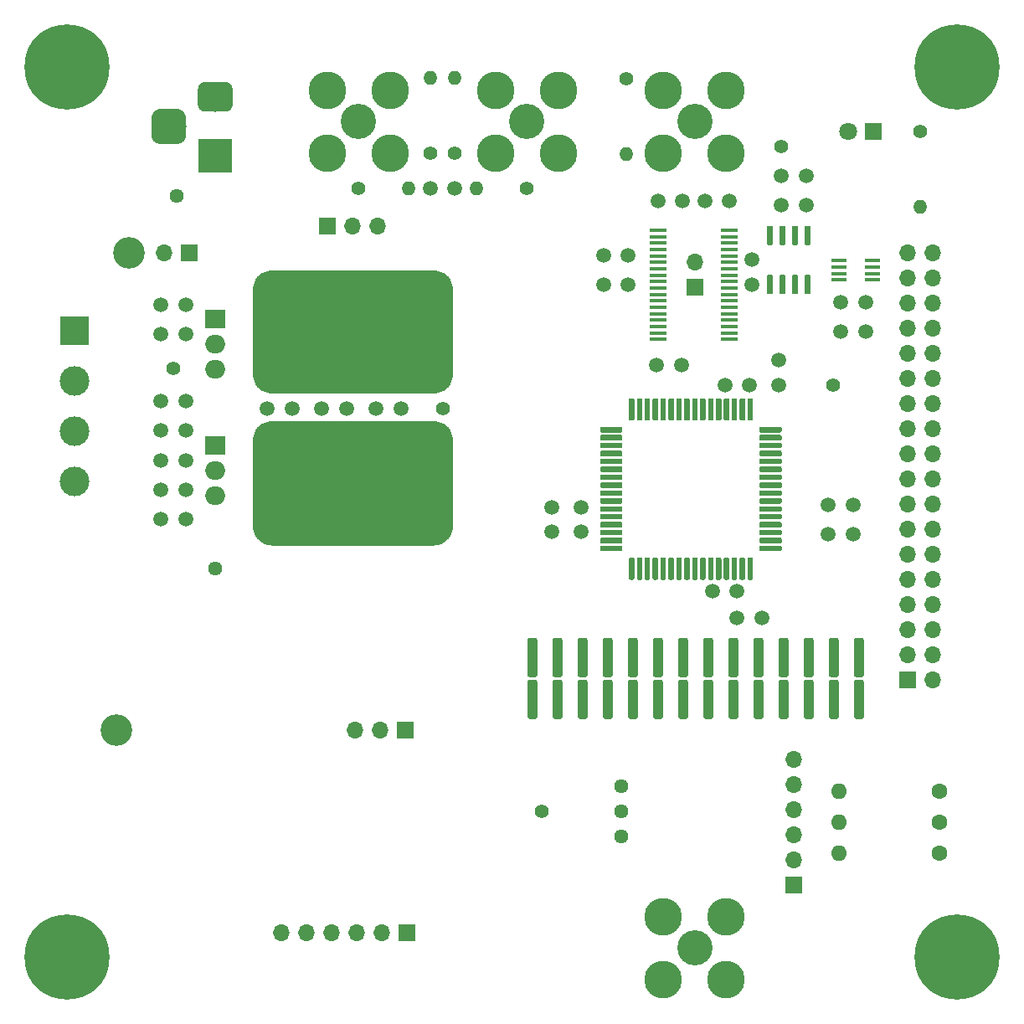
<source format=gbr>
G04 #@! TF.GenerationSoftware,KiCad,Pcbnew,(5.1.2)-1*
G04 #@! TF.CreationDate,2019-07-02T11:51:33-07:00*
G04 #@! TF.ProjectId,FIFO_P,4649464f-5f50-42e6-9b69-6361645f7063,rev?*
G04 #@! TF.SameCoordinates,Original*
G04 #@! TF.FileFunction,Soldermask,Top*
G04 #@! TF.FilePolarity,Negative*
%FSLAX46Y46*%
G04 Gerber Fmt 4.6, Leading zero omitted, Abs format (unit mm)*
G04 Created by KiCad (PCBNEW (5.1.2)-1) date 2019-07-02 11:51:33*
%MOMM*%
%LPD*%
G04 APERTURE LIST*
%ADD10O,1.700000X1.700000*%
%ADD11R,1.700000X1.700000*%
%ADD12C,0.100000*%
%ADD13C,3.500000*%
%ADD14C,3.000000*%
%ADD15R,3.500000X3.500000*%
%ADD16C,1.440000*%
%ADD17C,1.500000*%
%ADD18C,3.810000*%
%ADD19C,3.556000*%
%ADD20R,1.600000X0.300000*%
%ADD21R,3.000000X3.000000*%
%ADD22C,1.000000*%
%ADD23O,2.000000X1.905000*%
%ADD24R,2.000000X1.905000*%
%ADD25O,3.500000X3.500000*%
%ADD26O,1.600000X1.600000*%
%ADD27C,1.600000*%
%ADD28C,3.200000*%
%ADD29O,1.400000X1.400000*%
%ADD30C,1.400000*%
%ADD31R,1.750000X0.450000*%
%ADD32C,0.550000*%
%ADD33C,1.399924*%
%ADD34C,0.900000*%
%ADD35C,8.600000*%
%ADD36C,0.600000*%
%ADD37C,1.800000*%
%ADD38R,1.800000X1.800000*%
%ADD39C,0.254000*%
G04 APERTURE END LIST*
D10*
X64320000Y-73320000D03*
D11*
X66860000Y-73320000D03*
D10*
X83620000Y-121580000D03*
X86160000Y-121580000D03*
D11*
X88700000Y-121580000D03*
D12*
G36*
X65760765Y-58754213D02*
G01*
X65845704Y-58766813D01*
X65928999Y-58787677D01*
X66009848Y-58816605D01*
X66087472Y-58853319D01*
X66161124Y-58897464D01*
X66230094Y-58948616D01*
X66293718Y-59006282D01*
X66351384Y-59069906D01*
X66402536Y-59138876D01*
X66446681Y-59212528D01*
X66483395Y-59290152D01*
X66512323Y-59371001D01*
X66533187Y-59454296D01*
X66545787Y-59539235D01*
X66550000Y-59625000D01*
X66550000Y-61375000D01*
X66545787Y-61460765D01*
X66533187Y-61545704D01*
X66512323Y-61628999D01*
X66483395Y-61709848D01*
X66446681Y-61787472D01*
X66402536Y-61861124D01*
X66351384Y-61930094D01*
X66293718Y-61993718D01*
X66230094Y-62051384D01*
X66161124Y-62102536D01*
X66087472Y-62146681D01*
X66009848Y-62183395D01*
X65928999Y-62212323D01*
X65845704Y-62233187D01*
X65760765Y-62245787D01*
X65675000Y-62250000D01*
X63925000Y-62250000D01*
X63839235Y-62245787D01*
X63754296Y-62233187D01*
X63671001Y-62212323D01*
X63590152Y-62183395D01*
X63512528Y-62146681D01*
X63438876Y-62102536D01*
X63369906Y-62051384D01*
X63306282Y-61993718D01*
X63248616Y-61930094D01*
X63197464Y-61861124D01*
X63153319Y-61787472D01*
X63116605Y-61709848D01*
X63087677Y-61628999D01*
X63066813Y-61545704D01*
X63054213Y-61460765D01*
X63050000Y-61375000D01*
X63050000Y-59625000D01*
X63054213Y-59539235D01*
X63066813Y-59454296D01*
X63087677Y-59371001D01*
X63116605Y-59290152D01*
X63153319Y-59212528D01*
X63197464Y-59138876D01*
X63248616Y-59069906D01*
X63306282Y-59006282D01*
X63369906Y-58948616D01*
X63438876Y-58897464D01*
X63512528Y-58853319D01*
X63590152Y-58816605D01*
X63671001Y-58787677D01*
X63754296Y-58766813D01*
X63839235Y-58754213D01*
X63925000Y-58750000D01*
X65675000Y-58750000D01*
X65760765Y-58754213D01*
X65760765Y-58754213D01*
G37*
D13*
X64800000Y-60500000D03*
D12*
G36*
X70573513Y-56003611D02*
G01*
X70646318Y-56014411D01*
X70717714Y-56032295D01*
X70787013Y-56057090D01*
X70853548Y-56088559D01*
X70916678Y-56126398D01*
X70975795Y-56170242D01*
X71030330Y-56219670D01*
X71079758Y-56274205D01*
X71123602Y-56333322D01*
X71161441Y-56396452D01*
X71192910Y-56462987D01*
X71217705Y-56532286D01*
X71235589Y-56603682D01*
X71246389Y-56676487D01*
X71250000Y-56750000D01*
X71250000Y-58250000D01*
X71246389Y-58323513D01*
X71235589Y-58396318D01*
X71217705Y-58467714D01*
X71192910Y-58537013D01*
X71161441Y-58603548D01*
X71123602Y-58666678D01*
X71079758Y-58725795D01*
X71030330Y-58780330D01*
X70975795Y-58829758D01*
X70916678Y-58873602D01*
X70853548Y-58911441D01*
X70787013Y-58942910D01*
X70717714Y-58967705D01*
X70646318Y-58985589D01*
X70573513Y-58996389D01*
X70500000Y-59000000D01*
X68500000Y-59000000D01*
X68426487Y-58996389D01*
X68353682Y-58985589D01*
X68282286Y-58967705D01*
X68212987Y-58942910D01*
X68146452Y-58911441D01*
X68083322Y-58873602D01*
X68024205Y-58829758D01*
X67969670Y-58780330D01*
X67920242Y-58725795D01*
X67876398Y-58666678D01*
X67838559Y-58603548D01*
X67807090Y-58537013D01*
X67782295Y-58467714D01*
X67764411Y-58396318D01*
X67753611Y-58323513D01*
X67750000Y-58250000D01*
X67750000Y-56750000D01*
X67753611Y-56676487D01*
X67764411Y-56603682D01*
X67782295Y-56532286D01*
X67807090Y-56462987D01*
X67838559Y-56396452D01*
X67876398Y-56333322D01*
X67920242Y-56274205D01*
X67969670Y-56219670D01*
X68024205Y-56170242D01*
X68083322Y-56126398D01*
X68146452Y-56088559D01*
X68212987Y-56057090D01*
X68282286Y-56032295D01*
X68353682Y-56014411D01*
X68426487Y-56003611D01*
X68500000Y-56000000D01*
X70500000Y-56000000D01*
X70573513Y-56003611D01*
X70573513Y-56003611D01*
G37*
D14*
X69500000Y-57500000D03*
D15*
X69500000Y-63500000D03*
D10*
X76164000Y-142022000D03*
X78704000Y-142022000D03*
X81244000Y-142022000D03*
X83784000Y-142022000D03*
X86324000Y-142022000D03*
D11*
X88864000Y-142022000D03*
D16*
X110515000Y-127226000D03*
X110515000Y-129766000D03*
X110515000Y-132306000D03*
D17*
X122250000Y-110236000D03*
X124750000Y-110236000D03*
D18*
X121175000Y-146750000D03*
D19*
X118000000Y-143575000D03*
D18*
X114825000Y-146750000D03*
X121175000Y-140400000D03*
X114825000Y-140400000D03*
D11*
X139500000Y-116500000D03*
D10*
X142040000Y-116500000D03*
X139500000Y-113960000D03*
X142040000Y-113960000D03*
X139500000Y-111420000D03*
X142040000Y-111420000D03*
X139500000Y-108880000D03*
X142040000Y-108880000D03*
X139500000Y-106340000D03*
X142040000Y-106340000D03*
X139500000Y-103800000D03*
X142040000Y-103800000D03*
X139500000Y-101260000D03*
X142040000Y-101260000D03*
X139500000Y-98720000D03*
X142040000Y-98720000D03*
X139500000Y-96180000D03*
X142040000Y-96180000D03*
X139500000Y-93640000D03*
X142040000Y-93640000D03*
X139500000Y-91100000D03*
X142040000Y-91100000D03*
X139500000Y-88560000D03*
X142040000Y-88560000D03*
X139500000Y-86020000D03*
X142040000Y-86020000D03*
X139500000Y-83480000D03*
X142040000Y-83480000D03*
X139500000Y-80940000D03*
X142040000Y-80940000D03*
X139500000Y-78400000D03*
X142040000Y-78400000D03*
X139500000Y-75860000D03*
X142040000Y-75860000D03*
X139500000Y-73320000D03*
X142040000Y-73320000D03*
D17*
X119750000Y-107500000D03*
X122250000Y-107500000D03*
X103500000Y-101500000D03*
X103500000Y-99000000D03*
D20*
X135939000Y-74082000D03*
X135939000Y-74732000D03*
X135939000Y-75382000D03*
X135939000Y-76032000D03*
X132539000Y-76032000D03*
X132539000Y-75382000D03*
X132539000Y-74732000D03*
X132539000Y-74082000D03*
D10*
X85902800Y-70561200D03*
X83362800Y-70561200D03*
D11*
X80822800Y-70561200D03*
D14*
X55250000Y-96410000D03*
D21*
X55250000Y-81170000D03*
D14*
X55250000Y-91330000D03*
X55250000Y-86250000D03*
D12*
G36*
X101849104Y-116451204D02*
G01*
X101873373Y-116454804D01*
X101897171Y-116460765D01*
X101920271Y-116469030D01*
X101942449Y-116479520D01*
X101963493Y-116492133D01*
X101983198Y-116506747D01*
X102001377Y-116523223D01*
X102017853Y-116541402D01*
X102032467Y-116561107D01*
X102045080Y-116582151D01*
X102055570Y-116604329D01*
X102063835Y-116627429D01*
X102069796Y-116651227D01*
X102073396Y-116675496D01*
X102074600Y-116700000D01*
X102074600Y-120175000D01*
X102073396Y-120199504D01*
X102069796Y-120223773D01*
X102063835Y-120247571D01*
X102055570Y-120270671D01*
X102045080Y-120292849D01*
X102032467Y-120313893D01*
X102017853Y-120333598D01*
X102001377Y-120351777D01*
X101983198Y-120368253D01*
X101963493Y-120382867D01*
X101942449Y-120395480D01*
X101920271Y-120405970D01*
X101897171Y-120414235D01*
X101873373Y-120420196D01*
X101849104Y-120423796D01*
X101824600Y-120425000D01*
X101324600Y-120425000D01*
X101300096Y-120423796D01*
X101275827Y-120420196D01*
X101252029Y-120414235D01*
X101228929Y-120405970D01*
X101206751Y-120395480D01*
X101185707Y-120382867D01*
X101166002Y-120368253D01*
X101147823Y-120351777D01*
X101131347Y-120333598D01*
X101116733Y-120313893D01*
X101104120Y-120292849D01*
X101093630Y-120270671D01*
X101085365Y-120247571D01*
X101079404Y-120223773D01*
X101075804Y-120199504D01*
X101074600Y-120175000D01*
X101074600Y-116700000D01*
X101075804Y-116675496D01*
X101079404Y-116651227D01*
X101085365Y-116627429D01*
X101093630Y-116604329D01*
X101104120Y-116582151D01*
X101116733Y-116561107D01*
X101131347Y-116541402D01*
X101147823Y-116523223D01*
X101166002Y-116506747D01*
X101185707Y-116492133D01*
X101206751Y-116479520D01*
X101228929Y-116469030D01*
X101252029Y-116460765D01*
X101275827Y-116454804D01*
X101300096Y-116451204D01*
X101324600Y-116450000D01*
X101824600Y-116450000D01*
X101849104Y-116451204D01*
X101849104Y-116451204D01*
G37*
D22*
X101574600Y-118437500D03*
D12*
G36*
X101849104Y-112226204D02*
G01*
X101873373Y-112229804D01*
X101897171Y-112235765D01*
X101920271Y-112244030D01*
X101942449Y-112254520D01*
X101963493Y-112267133D01*
X101983198Y-112281747D01*
X102001377Y-112298223D01*
X102017853Y-112316402D01*
X102032467Y-112336107D01*
X102045080Y-112357151D01*
X102055570Y-112379329D01*
X102063835Y-112402429D01*
X102069796Y-112426227D01*
X102073396Y-112450496D01*
X102074600Y-112475000D01*
X102074600Y-115950000D01*
X102073396Y-115974504D01*
X102069796Y-115998773D01*
X102063835Y-116022571D01*
X102055570Y-116045671D01*
X102045080Y-116067849D01*
X102032467Y-116088893D01*
X102017853Y-116108598D01*
X102001377Y-116126777D01*
X101983198Y-116143253D01*
X101963493Y-116157867D01*
X101942449Y-116170480D01*
X101920271Y-116180970D01*
X101897171Y-116189235D01*
X101873373Y-116195196D01*
X101849104Y-116198796D01*
X101824600Y-116200000D01*
X101324600Y-116200000D01*
X101300096Y-116198796D01*
X101275827Y-116195196D01*
X101252029Y-116189235D01*
X101228929Y-116180970D01*
X101206751Y-116170480D01*
X101185707Y-116157867D01*
X101166002Y-116143253D01*
X101147823Y-116126777D01*
X101131347Y-116108598D01*
X101116733Y-116088893D01*
X101104120Y-116067849D01*
X101093630Y-116045671D01*
X101085365Y-116022571D01*
X101079404Y-115998773D01*
X101075804Y-115974504D01*
X101074600Y-115950000D01*
X101074600Y-112475000D01*
X101075804Y-112450496D01*
X101079404Y-112426227D01*
X101085365Y-112402429D01*
X101093630Y-112379329D01*
X101104120Y-112357151D01*
X101116733Y-112336107D01*
X101131347Y-112316402D01*
X101147823Y-112298223D01*
X101166002Y-112281747D01*
X101185707Y-112267133D01*
X101206751Y-112254520D01*
X101228929Y-112244030D01*
X101252029Y-112235765D01*
X101275827Y-112229804D01*
X101300096Y-112226204D01*
X101324600Y-112225000D01*
X101824600Y-112225000D01*
X101849104Y-112226204D01*
X101849104Y-112226204D01*
G37*
D22*
X101574600Y-114212500D03*
D12*
G36*
X104389104Y-116451204D02*
G01*
X104413373Y-116454804D01*
X104437171Y-116460765D01*
X104460271Y-116469030D01*
X104482449Y-116479520D01*
X104503493Y-116492133D01*
X104523198Y-116506747D01*
X104541377Y-116523223D01*
X104557853Y-116541402D01*
X104572467Y-116561107D01*
X104585080Y-116582151D01*
X104595570Y-116604329D01*
X104603835Y-116627429D01*
X104609796Y-116651227D01*
X104613396Y-116675496D01*
X104614600Y-116700000D01*
X104614600Y-120175000D01*
X104613396Y-120199504D01*
X104609796Y-120223773D01*
X104603835Y-120247571D01*
X104595570Y-120270671D01*
X104585080Y-120292849D01*
X104572467Y-120313893D01*
X104557853Y-120333598D01*
X104541377Y-120351777D01*
X104523198Y-120368253D01*
X104503493Y-120382867D01*
X104482449Y-120395480D01*
X104460271Y-120405970D01*
X104437171Y-120414235D01*
X104413373Y-120420196D01*
X104389104Y-120423796D01*
X104364600Y-120425000D01*
X103864600Y-120425000D01*
X103840096Y-120423796D01*
X103815827Y-120420196D01*
X103792029Y-120414235D01*
X103768929Y-120405970D01*
X103746751Y-120395480D01*
X103725707Y-120382867D01*
X103706002Y-120368253D01*
X103687823Y-120351777D01*
X103671347Y-120333598D01*
X103656733Y-120313893D01*
X103644120Y-120292849D01*
X103633630Y-120270671D01*
X103625365Y-120247571D01*
X103619404Y-120223773D01*
X103615804Y-120199504D01*
X103614600Y-120175000D01*
X103614600Y-116700000D01*
X103615804Y-116675496D01*
X103619404Y-116651227D01*
X103625365Y-116627429D01*
X103633630Y-116604329D01*
X103644120Y-116582151D01*
X103656733Y-116561107D01*
X103671347Y-116541402D01*
X103687823Y-116523223D01*
X103706002Y-116506747D01*
X103725707Y-116492133D01*
X103746751Y-116479520D01*
X103768929Y-116469030D01*
X103792029Y-116460765D01*
X103815827Y-116454804D01*
X103840096Y-116451204D01*
X103864600Y-116450000D01*
X104364600Y-116450000D01*
X104389104Y-116451204D01*
X104389104Y-116451204D01*
G37*
D22*
X104114600Y-118437500D03*
D12*
G36*
X104389104Y-112226204D02*
G01*
X104413373Y-112229804D01*
X104437171Y-112235765D01*
X104460271Y-112244030D01*
X104482449Y-112254520D01*
X104503493Y-112267133D01*
X104523198Y-112281747D01*
X104541377Y-112298223D01*
X104557853Y-112316402D01*
X104572467Y-112336107D01*
X104585080Y-112357151D01*
X104595570Y-112379329D01*
X104603835Y-112402429D01*
X104609796Y-112426227D01*
X104613396Y-112450496D01*
X104614600Y-112475000D01*
X104614600Y-115950000D01*
X104613396Y-115974504D01*
X104609796Y-115998773D01*
X104603835Y-116022571D01*
X104595570Y-116045671D01*
X104585080Y-116067849D01*
X104572467Y-116088893D01*
X104557853Y-116108598D01*
X104541377Y-116126777D01*
X104523198Y-116143253D01*
X104503493Y-116157867D01*
X104482449Y-116170480D01*
X104460271Y-116180970D01*
X104437171Y-116189235D01*
X104413373Y-116195196D01*
X104389104Y-116198796D01*
X104364600Y-116200000D01*
X103864600Y-116200000D01*
X103840096Y-116198796D01*
X103815827Y-116195196D01*
X103792029Y-116189235D01*
X103768929Y-116180970D01*
X103746751Y-116170480D01*
X103725707Y-116157867D01*
X103706002Y-116143253D01*
X103687823Y-116126777D01*
X103671347Y-116108598D01*
X103656733Y-116088893D01*
X103644120Y-116067849D01*
X103633630Y-116045671D01*
X103625365Y-116022571D01*
X103619404Y-115998773D01*
X103615804Y-115974504D01*
X103614600Y-115950000D01*
X103614600Y-112475000D01*
X103615804Y-112450496D01*
X103619404Y-112426227D01*
X103625365Y-112402429D01*
X103633630Y-112379329D01*
X103644120Y-112357151D01*
X103656733Y-112336107D01*
X103671347Y-112316402D01*
X103687823Y-112298223D01*
X103706002Y-112281747D01*
X103725707Y-112267133D01*
X103746751Y-112254520D01*
X103768929Y-112244030D01*
X103792029Y-112235765D01*
X103815827Y-112229804D01*
X103840096Y-112226204D01*
X103864600Y-112225000D01*
X104364600Y-112225000D01*
X104389104Y-112226204D01*
X104389104Y-112226204D01*
G37*
D22*
X104114600Y-114212500D03*
D12*
G36*
X106929104Y-116451204D02*
G01*
X106953373Y-116454804D01*
X106977171Y-116460765D01*
X107000271Y-116469030D01*
X107022449Y-116479520D01*
X107043493Y-116492133D01*
X107063198Y-116506747D01*
X107081377Y-116523223D01*
X107097853Y-116541402D01*
X107112467Y-116561107D01*
X107125080Y-116582151D01*
X107135570Y-116604329D01*
X107143835Y-116627429D01*
X107149796Y-116651227D01*
X107153396Y-116675496D01*
X107154600Y-116700000D01*
X107154600Y-120175000D01*
X107153396Y-120199504D01*
X107149796Y-120223773D01*
X107143835Y-120247571D01*
X107135570Y-120270671D01*
X107125080Y-120292849D01*
X107112467Y-120313893D01*
X107097853Y-120333598D01*
X107081377Y-120351777D01*
X107063198Y-120368253D01*
X107043493Y-120382867D01*
X107022449Y-120395480D01*
X107000271Y-120405970D01*
X106977171Y-120414235D01*
X106953373Y-120420196D01*
X106929104Y-120423796D01*
X106904600Y-120425000D01*
X106404600Y-120425000D01*
X106380096Y-120423796D01*
X106355827Y-120420196D01*
X106332029Y-120414235D01*
X106308929Y-120405970D01*
X106286751Y-120395480D01*
X106265707Y-120382867D01*
X106246002Y-120368253D01*
X106227823Y-120351777D01*
X106211347Y-120333598D01*
X106196733Y-120313893D01*
X106184120Y-120292849D01*
X106173630Y-120270671D01*
X106165365Y-120247571D01*
X106159404Y-120223773D01*
X106155804Y-120199504D01*
X106154600Y-120175000D01*
X106154600Y-116700000D01*
X106155804Y-116675496D01*
X106159404Y-116651227D01*
X106165365Y-116627429D01*
X106173630Y-116604329D01*
X106184120Y-116582151D01*
X106196733Y-116561107D01*
X106211347Y-116541402D01*
X106227823Y-116523223D01*
X106246002Y-116506747D01*
X106265707Y-116492133D01*
X106286751Y-116479520D01*
X106308929Y-116469030D01*
X106332029Y-116460765D01*
X106355827Y-116454804D01*
X106380096Y-116451204D01*
X106404600Y-116450000D01*
X106904600Y-116450000D01*
X106929104Y-116451204D01*
X106929104Y-116451204D01*
G37*
D22*
X106654600Y-118437500D03*
D12*
G36*
X106929104Y-112226204D02*
G01*
X106953373Y-112229804D01*
X106977171Y-112235765D01*
X107000271Y-112244030D01*
X107022449Y-112254520D01*
X107043493Y-112267133D01*
X107063198Y-112281747D01*
X107081377Y-112298223D01*
X107097853Y-112316402D01*
X107112467Y-112336107D01*
X107125080Y-112357151D01*
X107135570Y-112379329D01*
X107143835Y-112402429D01*
X107149796Y-112426227D01*
X107153396Y-112450496D01*
X107154600Y-112475000D01*
X107154600Y-115950000D01*
X107153396Y-115974504D01*
X107149796Y-115998773D01*
X107143835Y-116022571D01*
X107135570Y-116045671D01*
X107125080Y-116067849D01*
X107112467Y-116088893D01*
X107097853Y-116108598D01*
X107081377Y-116126777D01*
X107063198Y-116143253D01*
X107043493Y-116157867D01*
X107022449Y-116170480D01*
X107000271Y-116180970D01*
X106977171Y-116189235D01*
X106953373Y-116195196D01*
X106929104Y-116198796D01*
X106904600Y-116200000D01*
X106404600Y-116200000D01*
X106380096Y-116198796D01*
X106355827Y-116195196D01*
X106332029Y-116189235D01*
X106308929Y-116180970D01*
X106286751Y-116170480D01*
X106265707Y-116157867D01*
X106246002Y-116143253D01*
X106227823Y-116126777D01*
X106211347Y-116108598D01*
X106196733Y-116088893D01*
X106184120Y-116067849D01*
X106173630Y-116045671D01*
X106165365Y-116022571D01*
X106159404Y-115998773D01*
X106155804Y-115974504D01*
X106154600Y-115950000D01*
X106154600Y-112475000D01*
X106155804Y-112450496D01*
X106159404Y-112426227D01*
X106165365Y-112402429D01*
X106173630Y-112379329D01*
X106184120Y-112357151D01*
X106196733Y-112336107D01*
X106211347Y-112316402D01*
X106227823Y-112298223D01*
X106246002Y-112281747D01*
X106265707Y-112267133D01*
X106286751Y-112254520D01*
X106308929Y-112244030D01*
X106332029Y-112235765D01*
X106355827Y-112229804D01*
X106380096Y-112226204D01*
X106404600Y-112225000D01*
X106904600Y-112225000D01*
X106929104Y-112226204D01*
X106929104Y-112226204D01*
G37*
D22*
X106654600Y-114212500D03*
D12*
G36*
X109469104Y-116451204D02*
G01*
X109493373Y-116454804D01*
X109517171Y-116460765D01*
X109540271Y-116469030D01*
X109562449Y-116479520D01*
X109583493Y-116492133D01*
X109603198Y-116506747D01*
X109621377Y-116523223D01*
X109637853Y-116541402D01*
X109652467Y-116561107D01*
X109665080Y-116582151D01*
X109675570Y-116604329D01*
X109683835Y-116627429D01*
X109689796Y-116651227D01*
X109693396Y-116675496D01*
X109694600Y-116700000D01*
X109694600Y-120175000D01*
X109693396Y-120199504D01*
X109689796Y-120223773D01*
X109683835Y-120247571D01*
X109675570Y-120270671D01*
X109665080Y-120292849D01*
X109652467Y-120313893D01*
X109637853Y-120333598D01*
X109621377Y-120351777D01*
X109603198Y-120368253D01*
X109583493Y-120382867D01*
X109562449Y-120395480D01*
X109540271Y-120405970D01*
X109517171Y-120414235D01*
X109493373Y-120420196D01*
X109469104Y-120423796D01*
X109444600Y-120425000D01*
X108944600Y-120425000D01*
X108920096Y-120423796D01*
X108895827Y-120420196D01*
X108872029Y-120414235D01*
X108848929Y-120405970D01*
X108826751Y-120395480D01*
X108805707Y-120382867D01*
X108786002Y-120368253D01*
X108767823Y-120351777D01*
X108751347Y-120333598D01*
X108736733Y-120313893D01*
X108724120Y-120292849D01*
X108713630Y-120270671D01*
X108705365Y-120247571D01*
X108699404Y-120223773D01*
X108695804Y-120199504D01*
X108694600Y-120175000D01*
X108694600Y-116700000D01*
X108695804Y-116675496D01*
X108699404Y-116651227D01*
X108705365Y-116627429D01*
X108713630Y-116604329D01*
X108724120Y-116582151D01*
X108736733Y-116561107D01*
X108751347Y-116541402D01*
X108767823Y-116523223D01*
X108786002Y-116506747D01*
X108805707Y-116492133D01*
X108826751Y-116479520D01*
X108848929Y-116469030D01*
X108872029Y-116460765D01*
X108895827Y-116454804D01*
X108920096Y-116451204D01*
X108944600Y-116450000D01*
X109444600Y-116450000D01*
X109469104Y-116451204D01*
X109469104Y-116451204D01*
G37*
D22*
X109194600Y-118437500D03*
D12*
G36*
X109469104Y-112226204D02*
G01*
X109493373Y-112229804D01*
X109517171Y-112235765D01*
X109540271Y-112244030D01*
X109562449Y-112254520D01*
X109583493Y-112267133D01*
X109603198Y-112281747D01*
X109621377Y-112298223D01*
X109637853Y-112316402D01*
X109652467Y-112336107D01*
X109665080Y-112357151D01*
X109675570Y-112379329D01*
X109683835Y-112402429D01*
X109689796Y-112426227D01*
X109693396Y-112450496D01*
X109694600Y-112475000D01*
X109694600Y-115950000D01*
X109693396Y-115974504D01*
X109689796Y-115998773D01*
X109683835Y-116022571D01*
X109675570Y-116045671D01*
X109665080Y-116067849D01*
X109652467Y-116088893D01*
X109637853Y-116108598D01*
X109621377Y-116126777D01*
X109603198Y-116143253D01*
X109583493Y-116157867D01*
X109562449Y-116170480D01*
X109540271Y-116180970D01*
X109517171Y-116189235D01*
X109493373Y-116195196D01*
X109469104Y-116198796D01*
X109444600Y-116200000D01*
X108944600Y-116200000D01*
X108920096Y-116198796D01*
X108895827Y-116195196D01*
X108872029Y-116189235D01*
X108848929Y-116180970D01*
X108826751Y-116170480D01*
X108805707Y-116157867D01*
X108786002Y-116143253D01*
X108767823Y-116126777D01*
X108751347Y-116108598D01*
X108736733Y-116088893D01*
X108724120Y-116067849D01*
X108713630Y-116045671D01*
X108705365Y-116022571D01*
X108699404Y-115998773D01*
X108695804Y-115974504D01*
X108694600Y-115950000D01*
X108694600Y-112475000D01*
X108695804Y-112450496D01*
X108699404Y-112426227D01*
X108705365Y-112402429D01*
X108713630Y-112379329D01*
X108724120Y-112357151D01*
X108736733Y-112336107D01*
X108751347Y-112316402D01*
X108767823Y-112298223D01*
X108786002Y-112281747D01*
X108805707Y-112267133D01*
X108826751Y-112254520D01*
X108848929Y-112244030D01*
X108872029Y-112235765D01*
X108895827Y-112229804D01*
X108920096Y-112226204D01*
X108944600Y-112225000D01*
X109444600Y-112225000D01*
X109469104Y-112226204D01*
X109469104Y-112226204D01*
G37*
D22*
X109194600Y-114212500D03*
D12*
G36*
X112009104Y-116451204D02*
G01*
X112033373Y-116454804D01*
X112057171Y-116460765D01*
X112080271Y-116469030D01*
X112102449Y-116479520D01*
X112123493Y-116492133D01*
X112143198Y-116506747D01*
X112161377Y-116523223D01*
X112177853Y-116541402D01*
X112192467Y-116561107D01*
X112205080Y-116582151D01*
X112215570Y-116604329D01*
X112223835Y-116627429D01*
X112229796Y-116651227D01*
X112233396Y-116675496D01*
X112234600Y-116700000D01*
X112234600Y-120175000D01*
X112233396Y-120199504D01*
X112229796Y-120223773D01*
X112223835Y-120247571D01*
X112215570Y-120270671D01*
X112205080Y-120292849D01*
X112192467Y-120313893D01*
X112177853Y-120333598D01*
X112161377Y-120351777D01*
X112143198Y-120368253D01*
X112123493Y-120382867D01*
X112102449Y-120395480D01*
X112080271Y-120405970D01*
X112057171Y-120414235D01*
X112033373Y-120420196D01*
X112009104Y-120423796D01*
X111984600Y-120425000D01*
X111484600Y-120425000D01*
X111460096Y-120423796D01*
X111435827Y-120420196D01*
X111412029Y-120414235D01*
X111388929Y-120405970D01*
X111366751Y-120395480D01*
X111345707Y-120382867D01*
X111326002Y-120368253D01*
X111307823Y-120351777D01*
X111291347Y-120333598D01*
X111276733Y-120313893D01*
X111264120Y-120292849D01*
X111253630Y-120270671D01*
X111245365Y-120247571D01*
X111239404Y-120223773D01*
X111235804Y-120199504D01*
X111234600Y-120175000D01*
X111234600Y-116700000D01*
X111235804Y-116675496D01*
X111239404Y-116651227D01*
X111245365Y-116627429D01*
X111253630Y-116604329D01*
X111264120Y-116582151D01*
X111276733Y-116561107D01*
X111291347Y-116541402D01*
X111307823Y-116523223D01*
X111326002Y-116506747D01*
X111345707Y-116492133D01*
X111366751Y-116479520D01*
X111388929Y-116469030D01*
X111412029Y-116460765D01*
X111435827Y-116454804D01*
X111460096Y-116451204D01*
X111484600Y-116450000D01*
X111984600Y-116450000D01*
X112009104Y-116451204D01*
X112009104Y-116451204D01*
G37*
D22*
X111734600Y-118437500D03*
D12*
G36*
X112009104Y-112226204D02*
G01*
X112033373Y-112229804D01*
X112057171Y-112235765D01*
X112080271Y-112244030D01*
X112102449Y-112254520D01*
X112123493Y-112267133D01*
X112143198Y-112281747D01*
X112161377Y-112298223D01*
X112177853Y-112316402D01*
X112192467Y-112336107D01*
X112205080Y-112357151D01*
X112215570Y-112379329D01*
X112223835Y-112402429D01*
X112229796Y-112426227D01*
X112233396Y-112450496D01*
X112234600Y-112475000D01*
X112234600Y-115950000D01*
X112233396Y-115974504D01*
X112229796Y-115998773D01*
X112223835Y-116022571D01*
X112215570Y-116045671D01*
X112205080Y-116067849D01*
X112192467Y-116088893D01*
X112177853Y-116108598D01*
X112161377Y-116126777D01*
X112143198Y-116143253D01*
X112123493Y-116157867D01*
X112102449Y-116170480D01*
X112080271Y-116180970D01*
X112057171Y-116189235D01*
X112033373Y-116195196D01*
X112009104Y-116198796D01*
X111984600Y-116200000D01*
X111484600Y-116200000D01*
X111460096Y-116198796D01*
X111435827Y-116195196D01*
X111412029Y-116189235D01*
X111388929Y-116180970D01*
X111366751Y-116170480D01*
X111345707Y-116157867D01*
X111326002Y-116143253D01*
X111307823Y-116126777D01*
X111291347Y-116108598D01*
X111276733Y-116088893D01*
X111264120Y-116067849D01*
X111253630Y-116045671D01*
X111245365Y-116022571D01*
X111239404Y-115998773D01*
X111235804Y-115974504D01*
X111234600Y-115950000D01*
X111234600Y-112475000D01*
X111235804Y-112450496D01*
X111239404Y-112426227D01*
X111245365Y-112402429D01*
X111253630Y-112379329D01*
X111264120Y-112357151D01*
X111276733Y-112336107D01*
X111291347Y-112316402D01*
X111307823Y-112298223D01*
X111326002Y-112281747D01*
X111345707Y-112267133D01*
X111366751Y-112254520D01*
X111388929Y-112244030D01*
X111412029Y-112235765D01*
X111435827Y-112229804D01*
X111460096Y-112226204D01*
X111484600Y-112225000D01*
X111984600Y-112225000D01*
X112009104Y-112226204D01*
X112009104Y-112226204D01*
G37*
D22*
X111734600Y-114212500D03*
D12*
G36*
X114549104Y-116451204D02*
G01*
X114573373Y-116454804D01*
X114597171Y-116460765D01*
X114620271Y-116469030D01*
X114642449Y-116479520D01*
X114663493Y-116492133D01*
X114683198Y-116506747D01*
X114701377Y-116523223D01*
X114717853Y-116541402D01*
X114732467Y-116561107D01*
X114745080Y-116582151D01*
X114755570Y-116604329D01*
X114763835Y-116627429D01*
X114769796Y-116651227D01*
X114773396Y-116675496D01*
X114774600Y-116700000D01*
X114774600Y-120175000D01*
X114773396Y-120199504D01*
X114769796Y-120223773D01*
X114763835Y-120247571D01*
X114755570Y-120270671D01*
X114745080Y-120292849D01*
X114732467Y-120313893D01*
X114717853Y-120333598D01*
X114701377Y-120351777D01*
X114683198Y-120368253D01*
X114663493Y-120382867D01*
X114642449Y-120395480D01*
X114620271Y-120405970D01*
X114597171Y-120414235D01*
X114573373Y-120420196D01*
X114549104Y-120423796D01*
X114524600Y-120425000D01*
X114024600Y-120425000D01*
X114000096Y-120423796D01*
X113975827Y-120420196D01*
X113952029Y-120414235D01*
X113928929Y-120405970D01*
X113906751Y-120395480D01*
X113885707Y-120382867D01*
X113866002Y-120368253D01*
X113847823Y-120351777D01*
X113831347Y-120333598D01*
X113816733Y-120313893D01*
X113804120Y-120292849D01*
X113793630Y-120270671D01*
X113785365Y-120247571D01*
X113779404Y-120223773D01*
X113775804Y-120199504D01*
X113774600Y-120175000D01*
X113774600Y-116700000D01*
X113775804Y-116675496D01*
X113779404Y-116651227D01*
X113785365Y-116627429D01*
X113793630Y-116604329D01*
X113804120Y-116582151D01*
X113816733Y-116561107D01*
X113831347Y-116541402D01*
X113847823Y-116523223D01*
X113866002Y-116506747D01*
X113885707Y-116492133D01*
X113906751Y-116479520D01*
X113928929Y-116469030D01*
X113952029Y-116460765D01*
X113975827Y-116454804D01*
X114000096Y-116451204D01*
X114024600Y-116450000D01*
X114524600Y-116450000D01*
X114549104Y-116451204D01*
X114549104Y-116451204D01*
G37*
D22*
X114274600Y-118437500D03*
D12*
G36*
X114549104Y-112226204D02*
G01*
X114573373Y-112229804D01*
X114597171Y-112235765D01*
X114620271Y-112244030D01*
X114642449Y-112254520D01*
X114663493Y-112267133D01*
X114683198Y-112281747D01*
X114701377Y-112298223D01*
X114717853Y-112316402D01*
X114732467Y-112336107D01*
X114745080Y-112357151D01*
X114755570Y-112379329D01*
X114763835Y-112402429D01*
X114769796Y-112426227D01*
X114773396Y-112450496D01*
X114774600Y-112475000D01*
X114774600Y-115950000D01*
X114773396Y-115974504D01*
X114769796Y-115998773D01*
X114763835Y-116022571D01*
X114755570Y-116045671D01*
X114745080Y-116067849D01*
X114732467Y-116088893D01*
X114717853Y-116108598D01*
X114701377Y-116126777D01*
X114683198Y-116143253D01*
X114663493Y-116157867D01*
X114642449Y-116170480D01*
X114620271Y-116180970D01*
X114597171Y-116189235D01*
X114573373Y-116195196D01*
X114549104Y-116198796D01*
X114524600Y-116200000D01*
X114024600Y-116200000D01*
X114000096Y-116198796D01*
X113975827Y-116195196D01*
X113952029Y-116189235D01*
X113928929Y-116180970D01*
X113906751Y-116170480D01*
X113885707Y-116157867D01*
X113866002Y-116143253D01*
X113847823Y-116126777D01*
X113831347Y-116108598D01*
X113816733Y-116088893D01*
X113804120Y-116067849D01*
X113793630Y-116045671D01*
X113785365Y-116022571D01*
X113779404Y-115998773D01*
X113775804Y-115974504D01*
X113774600Y-115950000D01*
X113774600Y-112475000D01*
X113775804Y-112450496D01*
X113779404Y-112426227D01*
X113785365Y-112402429D01*
X113793630Y-112379329D01*
X113804120Y-112357151D01*
X113816733Y-112336107D01*
X113831347Y-112316402D01*
X113847823Y-112298223D01*
X113866002Y-112281747D01*
X113885707Y-112267133D01*
X113906751Y-112254520D01*
X113928929Y-112244030D01*
X113952029Y-112235765D01*
X113975827Y-112229804D01*
X114000096Y-112226204D01*
X114024600Y-112225000D01*
X114524600Y-112225000D01*
X114549104Y-112226204D01*
X114549104Y-112226204D01*
G37*
D22*
X114274600Y-114212500D03*
D12*
G36*
X117089104Y-116451204D02*
G01*
X117113373Y-116454804D01*
X117137171Y-116460765D01*
X117160271Y-116469030D01*
X117182449Y-116479520D01*
X117203493Y-116492133D01*
X117223198Y-116506747D01*
X117241377Y-116523223D01*
X117257853Y-116541402D01*
X117272467Y-116561107D01*
X117285080Y-116582151D01*
X117295570Y-116604329D01*
X117303835Y-116627429D01*
X117309796Y-116651227D01*
X117313396Y-116675496D01*
X117314600Y-116700000D01*
X117314600Y-120175000D01*
X117313396Y-120199504D01*
X117309796Y-120223773D01*
X117303835Y-120247571D01*
X117295570Y-120270671D01*
X117285080Y-120292849D01*
X117272467Y-120313893D01*
X117257853Y-120333598D01*
X117241377Y-120351777D01*
X117223198Y-120368253D01*
X117203493Y-120382867D01*
X117182449Y-120395480D01*
X117160271Y-120405970D01*
X117137171Y-120414235D01*
X117113373Y-120420196D01*
X117089104Y-120423796D01*
X117064600Y-120425000D01*
X116564600Y-120425000D01*
X116540096Y-120423796D01*
X116515827Y-120420196D01*
X116492029Y-120414235D01*
X116468929Y-120405970D01*
X116446751Y-120395480D01*
X116425707Y-120382867D01*
X116406002Y-120368253D01*
X116387823Y-120351777D01*
X116371347Y-120333598D01*
X116356733Y-120313893D01*
X116344120Y-120292849D01*
X116333630Y-120270671D01*
X116325365Y-120247571D01*
X116319404Y-120223773D01*
X116315804Y-120199504D01*
X116314600Y-120175000D01*
X116314600Y-116700000D01*
X116315804Y-116675496D01*
X116319404Y-116651227D01*
X116325365Y-116627429D01*
X116333630Y-116604329D01*
X116344120Y-116582151D01*
X116356733Y-116561107D01*
X116371347Y-116541402D01*
X116387823Y-116523223D01*
X116406002Y-116506747D01*
X116425707Y-116492133D01*
X116446751Y-116479520D01*
X116468929Y-116469030D01*
X116492029Y-116460765D01*
X116515827Y-116454804D01*
X116540096Y-116451204D01*
X116564600Y-116450000D01*
X117064600Y-116450000D01*
X117089104Y-116451204D01*
X117089104Y-116451204D01*
G37*
D22*
X116814600Y-118437500D03*
D12*
G36*
X117089104Y-112226204D02*
G01*
X117113373Y-112229804D01*
X117137171Y-112235765D01*
X117160271Y-112244030D01*
X117182449Y-112254520D01*
X117203493Y-112267133D01*
X117223198Y-112281747D01*
X117241377Y-112298223D01*
X117257853Y-112316402D01*
X117272467Y-112336107D01*
X117285080Y-112357151D01*
X117295570Y-112379329D01*
X117303835Y-112402429D01*
X117309796Y-112426227D01*
X117313396Y-112450496D01*
X117314600Y-112475000D01*
X117314600Y-115950000D01*
X117313396Y-115974504D01*
X117309796Y-115998773D01*
X117303835Y-116022571D01*
X117295570Y-116045671D01*
X117285080Y-116067849D01*
X117272467Y-116088893D01*
X117257853Y-116108598D01*
X117241377Y-116126777D01*
X117223198Y-116143253D01*
X117203493Y-116157867D01*
X117182449Y-116170480D01*
X117160271Y-116180970D01*
X117137171Y-116189235D01*
X117113373Y-116195196D01*
X117089104Y-116198796D01*
X117064600Y-116200000D01*
X116564600Y-116200000D01*
X116540096Y-116198796D01*
X116515827Y-116195196D01*
X116492029Y-116189235D01*
X116468929Y-116180970D01*
X116446751Y-116170480D01*
X116425707Y-116157867D01*
X116406002Y-116143253D01*
X116387823Y-116126777D01*
X116371347Y-116108598D01*
X116356733Y-116088893D01*
X116344120Y-116067849D01*
X116333630Y-116045671D01*
X116325365Y-116022571D01*
X116319404Y-115998773D01*
X116315804Y-115974504D01*
X116314600Y-115950000D01*
X116314600Y-112475000D01*
X116315804Y-112450496D01*
X116319404Y-112426227D01*
X116325365Y-112402429D01*
X116333630Y-112379329D01*
X116344120Y-112357151D01*
X116356733Y-112336107D01*
X116371347Y-112316402D01*
X116387823Y-112298223D01*
X116406002Y-112281747D01*
X116425707Y-112267133D01*
X116446751Y-112254520D01*
X116468929Y-112244030D01*
X116492029Y-112235765D01*
X116515827Y-112229804D01*
X116540096Y-112226204D01*
X116564600Y-112225000D01*
X117064600Y-112225000D01*
X117089104Y-112226204D01*
X117089104Y-112226204D01*
G37*
D22*
X116814600Y-114212500D03*
D12*
G36*
X119629104Y-116451204D02*
G01*
X119653373Y-116454804D01*
X119677171Y-116460765D01*
X119700271Y-116469030D01*
X119722449Y-116479520D01*
X119743493Y-116492133D01*
X119763198Y-116506747D01*
X119781377Y-116523223D01*
X119797853Y-116541402D01*
X119812467Y-116561107D01*
X119825080Y-116582151D01*
X119835570Y-116604329D01*
X119843835Y-116627429D01*
X119849796Y-116651227D01*
X119853396Y-116675496D01*
X119854600Y-116700000D01*
X119854600Y-120175000D01*
X119853396Y-120199504D01*
X119849796Y-120223773D01*
X119843835Y-120247571D01*
X119835570Y-120270671D01*
X119825080Y-120292849D01*
X119812467Y-120313893D01*
X119797853Y-120333598D01*
X119781377Y-120351777D01*
X119763198Y-120368253D01*
X119743493Y-120382867D01*
X119722449Y-120395480D01*
X119700271Y-120405970D01*
X119677171Y-120414235D01*
X119653373Y-120420196D01*
X119629104Y-120423796D01*
X119604600Y-120425000D01*
X119104600Y-120425000D01*
X119080096Y-120423796D01*
X119055827Y-120420196D01*
X119032029Y-120414235D01*
X119008929Y-120405970D01*
X118986751Y-120395480D01*
X118965707Y-120382867D01*
X118946002Y-120368253D01*
X118927823Y-120351777D01*
X118911347Y-120333598D01*
X118896733Y-120313893D01*
X118884120Y-120292849D01*
X118873630Y-120270671D01*
X118865365Y-120247571D01*
X118859404Y-120223773D01*
X118855804Y-120199504D01*
X118854600Y-120175000D01*
X118854600Y-116700000D01*
X118855804Y-116675496D01*
X118859404Y-116651227D01*
X118865365Y-116627429D01*
X118873630Y-116604329D01*
X118884120Y-116582151D01*
X118896733Y-116561107D01*
X118911347Y-116541402D01*
X118927823Y-116523223D01*
X118946002Y-116506747D01*
X118965707Y-116492133D01*
X118986751Y-116479520D01*
X119008929Y-116469030D01*
X119032029Y-116460765D01*
X119055827Y-116454804D01*
X119080096Y-116451204D01*
X119104600Y-116450000D01*
X119604600Y-116450000D01*
X119629104Y-116451204D01*
X119629104Y-116451204D01*
G37*
D22*
X119354600Y-118437500D03*
D12*
G36*
X119629104Y-112226204D02*
G01*
X119653373Y-112229804D01*
X119677171Y-112235765D01*
X119700271Y-112244030D01*
X119722449Y-112254520D01*
X119743493Y-112267133D01*
X119763198Y-112281747D01*
X119781377Y-112298223D01*
X119797853Y-112316402D01*
X119812467Y-112336107D01*
X119825080Y-112357151D01*
X119835570Y-112379329D01*
X119843835Y-112402429D01*
X119849796Y-112426227D01*
X119853396Y-112450496D01*
X119854600Y-112475000D01*
X119854600Y-115950000D01*
X119853396Y-115974504D01*
X119849796Y-115998773D01*
X119843835Y-116022571D01*
X119835570Y-116045671D01*
X119825080Y-116067849D01*
X119812467Y-116088893D01*
X119797853Y-116108598D01*
X119781377Y-116126777D01*
X119763198Y-116143253D01*
X119743493Y-116157867D01*
X119722449Y-116170480D01*
X119700271Y-116180970D01*
X119677171Y-116189235D01*
X119653373Y-116195196D01*
X119629104Y-116198796D01*
X119604600Y-116200000D01*
X119104600Y-116200000D01*
X119080096Y-116198796D01*
X119055827Y-116195196D01*
X119032029Y-116189235D01*
X119008929Y-116180970D01*
X118986751Y-116170480D01*
X118965707Y-116157867D01*
X118946002Y-116143253D01*
X118927823Y-116126777D01*
X118911347Y-116108598D01*
X118896733Y-116088893D01*
X118884120Y-116067849D01*
X118873630Y-116045671D01*
X118865365Y-116022571D01*
X118859404Y-115998773D01*
X118855804Y-115974504D01*
X118854600Y-115950000D01*
X118854600Y-112475000D01*
X118855804Y-112450496D01*
X118859404Y-112426227D01*
X118865365Y-112402429D01*
X118873630Y-112379329D01*
X118884120Y-112357151D01*
X118896733Y-112336107D01*
X118911347Y-112316402D01*
X118927823Y-112298223D01*
X118946002Y-112281747D01*
X118965707Y-112267133D01*
X118986751Y-112254520D01*
X119008929Y-112244030D01*
X119032029Y-112235765D01*
X119055827Y-112229804D01*
X119080096Y-112226204D01*
X119104600Y-112225000D01*
X119604600Y-112225000D01*
X119629104Y-112226204D01*
X119629104Y-112226204D01*
G37*
D22*
X119354600Y-114212500D03*
D12*
G36*
X122169104Y-116451204D02*
G01*
X122193373Y-116454804D01*
X122217171Y-116460765D01*
X122240271Y-116469030D01*
X122262449Y-116479520D01*
X122283493Y-116492133D01*
X122303198Y-116506747D01*
X122321377Y-116523223D01*
X122337853Y-116541402D01*
X122352467Y-116561107D01*
X122365080Y-116582151D01*
X122375570Y-116604329D01*
X122383835Y-116627429D01*
X122389796Y-116651227D01*
X122393396Y-116675496D01*
X122394600Y-116700000D01*
X122394600Y-120175000D01*
X122393396Y-120199504D01*
X122389796Y-120223773D01*
X122383835Y-120247571D01*
X122375570Y-120270671D01*
X122365080Y-120292849D01*
X122352467Y-120313893D01*
X122337853Y-120333598D01*
X122321377Y-120351777D01*
X122303198Y-120368253D01*
X122283493Y-120382867D01*
X122262449Y-120395480D01*
X122240271Y-120405970D01*
X122217171Y-120414235D01*
X122193373Y-120420196D01*
X122169104Y-120423796D01*
X122144600Y-120425000D01*
X121644600Y-120425000D01*
X121620096Y-120423796D01*
X121595827Y-120420196D01*
X121572029Y-120414235D01*
X121548929Y-120405970D01*
X121526751Y-120395480D01*
X121505707Y-120382867D01*
X121486002Y-120368253D01*
X121467823Y-120351777D01*
X121451347Y-120333598D01*
X121436733Y-120313893D01*
X121424120Y-120292849D01*
X121413630Y-120270671D01*
X121405365Y-120247571D01*
X121399404Y-120223773D01*
X121395804Y-120199504D01*
X121394600Y-120175000D01*
X121394600Y-116700000D01*
X121395804Y-116675496D01*
X121399404Y-116651227D01*
X121405365Y-116627429D01*
X121413630Y-116604329D01*
X121424120Y-116582151D01*
X121436733Y-116561107D01*
X121451347Y-116541402D01*
X121467823Y-116523223D01*
X121486002Y-116506747D01*
X121505707Y-116492133D01*
X121526751Y-116479520D01*
X121548929Y-116469030D01*
X121572029Y-116460765D01*
X121595827Y-116454804D01*
X121620096Y-116451204D01*
X121644600Y-116450000D01*
X122144600Y-116450000D01*
X122169104Y-116451204D01*
X122169104Y-116451204D01*
G37*
D22*
X121894600Y-118437500D03*
D12*
G36*
X122169104Y-112226204D02*
G01*
X122193373Y-112229804D01*
X122217171Y-112235765D01*
X122240271Y-112244030D01*
X122262449Y-112254520D01*
X122283493Y-112267133D01*
X122303198Y-112281747D01*
X122321377Y-112298223D01*
X122337853Y-112316402D01*
X122352467Y-112336107D01*
X122365080Y-112357151D01*
X122375570Y-112379329D01*
X122383835Y-112402429D01*
X122389796Y-112426227D01*
X122393396Y-112450496D01*
X122394600Y-112475000D01*
X122394600Y-115950000D01*
X122393396Y-115974504D01*
X122389796Y-115998773D01*
X122383835Y-116022571D01*
X122375570Y-116045671D01*
X122365080Y-116067849D01*
X122352467Y-116088893D01*
X122337853Y-116108598D01*
X122321377Y-116126777D01*
X122303198Y-116143253D01*
X122283493Y-116157867D01*
X122262449Y-116170480D01*
X122240271Y-116180970D01*
X122217171Y-116189235D01*
X122193373Y-116195196D01*
X122169104Y-116198796D01*
X122144600Y-116200000D01*
X121644600Y-116200000D01*
X121620096Y-116198796D01*
X121595827Y-116195196D01*
X121572029Y-116189235D01*
X121548929Y-116180970D01*
X121526751Y-116170480D01*
X121505707Y-116157867D01*
X121486002Y-116143253D01*
X121467823Y-116126777D01*
X121451347Y-116108598D01*
X121436733Y-116088893D01*
X121424120Y-116067849D01*
X121413630Y-116045671D01*
X121405365Y-116022571D01*
X121399404Y-115998773D01*
X121395804Y-115974504D01*
X121394600Y-115950000D01*
X121394600Y-112475000D01*
X121395804Y-112450496D01*
X121399404Y-112426227D01*
X121405365Y-112402429D01*
X121413630Y-112379329D01*
X121424120Y-112357151D01*
X121436733Y-112336107D01*
X121451347Y-112316402D01*
X121467823Y-112298223D01*
X121486002Y-112281747D01*
X121505707Y-112267133D01*
X121526751Y-112254520D01*
X121548929Y-112244030D01*
X121572029Y-112235765D01*
X121595827Y-112229804D01*
X121620096Y-112226204D01*
X121644600Y-112225000D01*
X122144600Y-112225000D01*
X122169104Y-112226204D01*
X122169104Y-112226204D01*
G37*
D22*
X121894600Y-114212500D03*
D12*
G36*
X124709104Y-116451204D02*
G01*
X124733373Y-116454804D01*
X124757171Y-116460765D01*
X124780271Y-116469030D01*
X124802449Y-116479520D01*
X124823493Y-116492133D01*
X124843198Y-116506747D01*
X124861377Y-116523223D01*
X124877853Y-116541402D01*
X124892467Y-116561107D01*
X124905080Y-116582151D01*
X124915570Y-116604329D01*
X124923835Y-116627429D01*
X124929796Y-116651227D01*
X124933396Y-116675496D01*
X124934600Y-116700000D01*
X124934600Y-120175000D01*
X124933396Y-120199504D01*
X124929796Y-120223773D01*
X124923835Y-120247571D01*
X124915570Y-120270671D01*
X124905080Y-120292849D01*
X124892467Y-120313893D01*
X124877853Y-120333598D01*
X124861377Y-120351777D01*
X124843198Y-120368253D01*
X124823493Y-120382867D01*
X124802449Y-120395480D01*
X124780271Y-120405970D01*
X124757171Y-120414235D01*
X124733373Y-120420196D01*
X124709104Y-120423796D01*
X124684600Y-120425000D01*
X124184600Y-120425000D01*
X124160096Y-120423796D01*
X124135827Y-120420196D01*
X124112029Y-120414235D01*
X124088929Y-120405970D01*
X124066751Y-120395480D01*
X124045707Y-120382867D01*
X124026002Y-120368253D01*
X124007823Y-120351777D01*
X123991347Y-120333598D01*
X123976733Y-120313893D01*
X123964120Y-120292849D01*
X123953630Y-120270671D01*
X123945365Y-120247571D01*
X123939404Y-120223773D01*
X123935804Y-120199504D01*
X123934600Y-120175000D01*
X123934600Y-116700000D01*
X123935804Y-116675496D01*
X123939404Y-116651227D01*
X123945365Y-116627429D01*
X123953630Y-116604329D01*
X123964120Y-116582151D01*
X123976733Y-116561107D01*
X123991347Y-116541402D01*
X124007823Y-116523223D01*
X124026002Y-116506747D01*
X124045707Y-116492133D01*
X124066751Y-116479520D01*
X124088929Y-116469030D01*
X124112029Y-116460765D01*
X124135827Y-116454804D01*
X124160096Y-116451204D01*
X124184600Y-116450000D01*
X124684600Y-116450000D01*
X124709104Y-116451204D01*
X124709104Y-116451204D01*
G37*
D22*
X124434600Y-118437500D03*
D12*
G36*
X124709104Y-112226204D02*
G01*
X124733373Y-112229804D01*
X124757171Y-112235765D01*
X124780271Y-112244030D01*
X124802449Y-112254520D01*
X124823493Y-112267133D01*
X124843198Y-112281747D01*
X124861377Y-112298223D01*
X124877853Y-112316402D01*
X124892467Y-112336107D01*
X124905080Y-112357151D01*
X124915570Y-112379329D01*
X124923835Y-112402429D01*
X124929796Y-112426227D01*
X124933396Y-112450496D01*
X124934600Y-112475000D01*
X124934600Y-115950000D01*
X124933396Y-115974504D01*
X124929796Y-115998773D01*
X124923835Y-116022571D01*
X124915570Y-116045671D01*
X124905080Y-116067849D01*
X124892467Y-116088893D01*
X124877853Y-116108598D01*
X124861377Y-116126777D01*
X124843198Y-116143253D01*
X124823493Y-116157867D01*
X124802449Y-116170480D01*
X124780271Y-116180970D01*
X124757171Y-116189235D01*
X124733373Y-116195196D01*
X124709104Y-116198796D01*
X124684600Y-116200000D01*
X124184600Y-116200000D01*
X124160096Y-116198796D01*
X124135827Y-116195196D01*
X124112029Y-116189235D01*
X124088929Y-116180970D01*
X124066751Y-116170480D01*
X124045707Y-116157867D01*
X124026002Y-116143253D01*
X124007823Y-116126777D01*
X123991347Y-116108598D01*
X123976733Y-116088893D01*
X123964120Y-116067849D01*
X123953630Y-116045671D01*
X123945365Y-116022571D01*
X123939404Y-115998773D01*
X123935804Y-115974504D01*
X123934600Y-115950000D01*
X123934600Y-112475000D01*
X123935804Y-112450496D01*
X123939404Y-112426227D01*
X123945365Y-112402429D01*
X123953630Y-112379329D01*
X123964120Y-112357151D01*
X123976733Y-112336107D01*
X123991347Y-112316402D01*
X124007823Y-112298223D01*
X124026002Y-112281747D01*
X124045707Y-112267133D01*
X124066751Y-112254520D01*
X124088929Y-112244030D01*
X124112029Y-112235765D01*
X124135827Y-112229804D01*
X124160096Y-112226204D01*
X124184600Y-112225000D01*
X124684600Y-112225000D01*
X124709104Y-112226204D01*
X124709104Y-112226204D01*
G37*
D22*
X124434600Y-114212500D03*
D12*
G36*
X127249104Y-116451204D02*
G01*
X127273373Y-116454804D01*
X127297171Y-116460765D01*
X127320271Y-116469030D01*
X127342449Y-116479520D01*
X127363493Y-116492133D01*
X127383198Y-116506747D01*
X127401377Y-116523223D01*
X127417853Y-116541402D01*
X127432467Y-116561107D01*
X127445080Y-116582151D01*
X127455570Y-116604329D01*
X127463835Y-116627429D01*
X127469796Y-116651227D01*
X127473396Y-116675496D01*
X127474600Y-116700000D01*
X127474600Y-120175000D01*
X127473396Y-120199504D01*
X127469796Y-120223773D01*
X127463835Y-120247571D01*
X127455570Y-120270671D01*
X127445080Y-120292849D01*
X127432467Y-120313893D01*
X127417853Y-120333598D01*
X127401377Y-120351777D01*
X127383198Y-120368253D01*
X127363493Y-120382867D01*
X127342449Y-120395480D01*
X127320271Y-120405970D01*
X127297171Y-120414235D01*
X127273373Y-120420196D01*
X127249104Y-120423796D01*
X127224600Y-120425000D01*
X126724600Y-120425000D01*
X126700096Y-120423796D01*
X126675827Y-120420196D01*
X126652029Y-120414235D01*
X126628929Y-120405970D01*
X126606751Y-120395480D01*
X126585707Y-120382867D01*
X126566002Y-120368253D01*
X126547823Y-120351777D01*
X126531347Y-120333598D01*
X126516733Y-120313893D01*
X126504120Y-120292849D01*
X126493630Y-120270671D01*
X126485365Y-120247571D01*
X126479404Y-120223773D01*
X126475804Y-120199504D01*
X126474600Y-120175000D01*
X126474600Y-116700000D01*
X126475804Y-116675496D01*
X126479404Y-116651227D01*
X126485365Y-116627429D01*
X126493630Y-116604329D01*
X126504120Y-116582151D01*
X126516733Y-116561107D01*
X126531347Y-116541402D01*
X126547823Y-116523223D01*
X126566002Y-116506747D01*
X126585707Y-116492133D01*
X126606751Y-116479520D01*
X126628929Y-116469030D01*
X126652029Y-116460765D01*
X126675827Y-116454804D01*
X126700096Y-116451204D01*
X126724600Y-116450000D01*
X127224600Y-116450000D01*
X127249104Y-116451204D01*
X127249104Y-116451204D01*
G37*
D22*
X126974600Y-118437500D03*
D12*
G36*
X127249104Y-112226204D02*
G01*
X127273373Y-112229804D01*
X127297171Y-112235765D01*
X127320271Y-112244030D01*
X127342449Y-112254520D01*
X127363493Y-112267133D01*
X127383198Y-112281747D01*
X127401377Y-112298223D01*
X127417853Y-112316402D01*
X127432467Y-112336107D01*
X127445080Y-112357151D01*
X127455570Y-112379329D01*
X127463835Y-112402429D01*
X127469796Y-112426227D01*
X127473396Y-112450496D01*
X127474600Y-112475000D01*
X127474600Y-115950000D01*
X127473396Y-115974504D01*
X127469796Y-115998773D01*
X127463835Y-116022571D01*
X127455570Y-116045671D01*
X127445080Y-116067849D01*
X127432467Y-116088893D01*
X127417853Y-116108598D01*
X127401377Y-116126777D01*
X127383198Y-116143253D01*
X127363493Y-116157867D01*
X127342449Y-116170480D01*
X127320271Y-116180970D01*
X127297171Y-116189235D01*
X127273373Y-116195196D01*
X127249104Y-116198796D01*
X127224600Y-116200000D01*
X126724600Y-116200000D01*
X126700096Y-116198796D01*
X126675827Y-116195196D01*
X126652029Y-116189235D01*
X126628929Y-116180970D01*
X126606751Y-116170480D01*
X126585707Y-116157867D01*
X126566002Y-116143253D01*
X126547823Y-116126777D01*
X126531347Y-116108598D01*
X126516733Y-116088893D01*
X126504120Y-116067849D01*
X126493630Y-116045671D01*
X126485365Y-116022571D01*
X126479404Y-115998773D01*
X126475804Y-115974504D01*
X126474600Y-115950000D01*
X126474600Y-112475000D01*
X126475804Y-112450496D01*
X126479404Y-112426227D01*
X126485365Y-112402429D01*
X126493630Y-112379329D01*
X126504120Y-112357151D01*
X126516733Y-112336107D01*
X126531347Y-112316402D01*
X126547823Y-112298223D01*
X126566002Y-112281747D01*
X126585707Y-112267133D01*
X126606751Y-112254520D01*
X126628929Y-112244030D01*
X126652029Y-112235765D01*
X126675827Y-112229804D01*
X126700096Y-112226204D01*
X126724600Y-112225000D01*
X127224600Y-112225000D01*
X127249104Y-112226204D01*
X127249104Y-112226204D01*
G37*
D22*
X126974600Y-114212500D03*
D12*
G36*
X129789104Y-116451204D02*
G01*
X129813373Y-116454804D01*
X129837171Y-116460765D01*
X129860271Y-116469030D01*
X129882449Y-116479520D01*
X129903493Y-116492133D01*
X129923198Y-116506747D01*
X129941377Y-116523223D01*
X129957853Y-116541402D01*
X129972467Y-116561107D01*
X129985080Y-116582151D01*
X129995570Y-116604329D01*
X130003835Y-116627429D01*
X130009796Y-116651227D01*
X130013396Y-116675496D01*
X130014600Y-116700000D01*
X130014600Y-120175000D01*
X130013396Y-120199504D01*
X130009796Y-120223773D01*
X130003835Y-120247571D01*
X129995570Y-120270671D01*
X129985080Y-120292849D01*
X129972467Y-120313893D01*
X129957853Y-120333598D01*
X129941377Y-120351777D01*
X129923198Y-120368253D01*
X129903493Y-120382867D01*
X129882449Y-120395480D01*
X129860271Y-120405970D01*
X129837171Y-120414235D01*
X129813373Y-120420196D01*
X129789104Y-120423796D01*
X129764600Y-120425000D01*
X129264600Y-120425000D01*
X129240096Y-120423796D01*
X129215827Y-120420196D01*
X129192029Y-120414235D01*
X129168929Y-120405970D01*
X129146751Y-120395480D01*
X129125707Y-120382867D01*
X129106002Y-120368253D01*
X129087823Y-120351777D01*
X129071347Y-120333598D01*
X129056733Y-120313893D01*
X129044120Y-120292849D01*
X129033630Y-120270671D01*
X129025365Y-120247571D01*
X129019404Y-120223773D01*
X129015804Y-120199504D01*
X129014600Y-120175000D01*
X129014600Y-116700000D01*
X129015804Y-116675496D01*
X129019404Y-116651227D01*
X129025365Y-116627429D01*
X129033630Y-116604329D01*
X129044120Y-116582151D01*
X129056733Y-116561107D01*
X129071347Y-116541402D01*
X129087823Y-116523223D01*
X129106002Y-116506747D01*
X129125707Y-116492133D01*
X129146751Y-116479520D01*
X129168929Y-116469030D01*
X129192029Y-116460765D01*
X129215827Y-116454804D01*
X129240096Y-116451204D01*
X129264600Y-116450000D01*
X129764600Y-116450000D01*
X129789104Y-116451204D01*
X129789104Y-116451204D01*
G37*
D22*
X129514600Y-118437500D03*
D12*
G36*
X129789104Y-112226204D02*
G01*
X129813373Y-112229804D01*
X129837171Y-112235765D01*
X129860271Y-112244030D01*
X129882449Y-112254520D01*
X129903493Y-112267133D01*
X129923198Y-112281747D01*
X129941377Y-112298223D01*
X129957853Y-112316402D01*
X129972467Y-112336107D01*
X129985080Y-112357151D01*
X129995570Y-112379329D01*
X130003835Y-112402429D01*
X130009796Y-112426227D01*
X130013396Y-112450496D01*
X130014600Y-112475000D01*
X130014600Y-115950000D01*
X130013396Y-115974504D01*
X130009796Y-115998773D01*
X130003835Y-116022571D01*
X129995570Y-116045671D01*
X129985080Y-116067849D01*
X129972467Y-116088893D01*
X129957853Y-116108598D01*
X129941377Y-116126777D01*
X129923198Y-116143253D01*
X129903493Y-116157867D01*
X129882449Y-116170480D01*
X129860271Y-116180970D01*
X129837171Y-116189235D01*
X129813373Y-116195196D01*
X129789104Y-116198796D01*
X129764600Y-116200000D01*
X129264600Y-116200000D01*
X129240096Y-116198796D01*
X129215827Y-116195196D01*
X129192029Y-116189235D01*
X129168929Y-116180970D01*
X129146751Y-116170480D01*
X129125707Y-116157867D01*
X129106002Y-116143253D01*
X129087823Y-116126777D01*
X129071347Y-116108598D01*
X129056733Y-116088893D01*
X129044120Y-116067849D01*
X129033630Y-116045671D01*
X129025365Y-116022571D01*
X129019404Y-115998773D01*
X129015804Y-115974504D01*
X129014600Y-115950000D01*
X129014600Y-112475000D01*
X129015804Y-112450496D01*
X129019404Y-112426227D01*
X129025365Y-112402429D01*
X129033630Y-112379329D01*
X129044120Y-112357151D01*
X129056733Y-112336107D01*
X129071347Y-112316402D01*
X129087823Y-112298223D01*
X129106002Y-112281747D01*
X129125707Y-112267133D01*
X129146751Y-112254520D01*
X129168929Y-112244030D01*
X129192029Y-112235765D01*
X129215827Y-112229804D01*
X129240096Y-112226204D01*
X129264600Y-112225000D01*
X129764600Y-112225000D01*
X129789104Y-112226204D01*
X129789104Y-112226204D01*
G37*
D22*
X129514600Y-114212500D03*
D12*
G36*
X132329104Y-116451204D02*
G01*
X132353373Y-116454804D01*
X132377171Y-116460765D01*
X132400271Y-116469030D01*
X132422449Y-116479520D01*
X132443493Y-116492133D01*
X132463198Y-116506747D01*
X132481377Y-116523223D01*
X132497853Y-116541402D01*
X132512467Y-116561107D01*
X132525080Y-116582151D01*
X132535570Y-116604329D01*
X132543835Y-116627429D01*
X132549796Y-116651227D01*
X132553396Y-116675496D01*
X132554600Y-116700000D01*
X132554600Y-120175000D01*
X132553396Y-120199504D01*
X132549796Y-120223773D01*
X132543835Y-120247571D01*
X132535570Y-120270671D01*
X132525080Y-120292849D01*
X132512467Y-120313893D01*
X132497853Y-120333598D01*
X132481377Y-120351777D01*
X132463198Y-120368253D01*
X132443493Y-120382867D01*
X132422449Y-120395480D01*
X132400271Y-120405970D01*
X132377171Y-120414235D01*
X132353373Y-120420196D01*
X132329104Y-120423796D01*
X132304600Y-120425000D01*
X131804600Y-120425000D01*
X131780096Y-120423796D01*
X131755827Y-120420196D01*
X131732029Y-120414235D01*
X131708929Y-120405970D01*
X131686751Y-120395480D01*
X131665707Y-120382867D01*
X131646002Y-120368253D01*
X131627823Y-120351777D01*
X131611347Y-120333598D01*
X131596733Y-120313893D01*
X131584120Y-120292849D01*
X131573630Y-120270671D01*
X131565365Y-120247571D01*
X131559404Y-120223773D01*
X131555804Y-120199504D01*
X131554600Y-120175000D01*
X131554600Y-116700000D01*
X131555804Y-116675496D01*
X131559404Y-116651227D01*
X131565365Y-116627429D01*
X131573630Y-116604329D01*
X131584120Y-116582151D01*
X131596733Y-116561107D01*
X131611347Y-116541402D01*
X131627823Y-116523223D01*
X131646002Y-116506747D01*
X131665707Y-116492133D01*
X131686751Y-116479520D01*
X131708929Y-116469030D01*
X131732029Y-116460765D01*
X131755827Y-116454804D01*
X131780096Y-116451204D01*
X131804600Y-116450000D01*
X132304600Y-116450000D01*
X132329104Y-116451204D01*
X132329104Y-116451204D01*
G37*
D22*
X132054600Y-118437500D03*
D12*
G36*
X132329104Y-112226204D02*
G01*
X132353373Y-112229804D01*
X132377171Y-112235765D01*
X132400271Y-112244030D01*
X132422449Y-112254520D01*
X132443493Y-112267133D01*
X132463198Y-112281747D01*
X132481377Y-112298223D01*
X132497853Y-112316402D01*
X132512467Y-112336107D01*
X132525080Y-112357151D01*
X132535570Y-112379329D01*
X132543835Y-112402429D01*
X132549796Y-112426227D01*
X132553396Y-112450496D01*
X132554600Y-112475000D01*
X132554600Y-115950000D01*
X132553396Y-115974504D01*
X132549796Y-115998773D01*
X132543835Y-116022571D01*
X132535570Y-116045671D01*
X132525080Y-116067849D01*
X132512467Y-116088893D01*
X132497853Y-116108598D01*
X132481377Y-116126777D01*
X132463198Y-116143253D01*
X132443493Y-116157867D01*
X132422449Y-116170480D01*
X132400271Y-116180970D01*
X132377171Y-116189235D01*
X132353373Y-116195196D01*
X132329104Y-116198796D01*
X132304600Y-116200000D01*
X131804600Y-116200000D01*
X131780096Y-116198796D01*
X131755827Y-116195196D01*
X131732029Y-116189235D01*
X131708929Y-116180970D01*
X131686751Y-116170480D01*
X131665707Y-116157867D01*
X131646002Y-116143253D01*
X131627823Y-116126777D01*
X131611347Y-116108598D01*
X131596733Y-116088893D01*
X131584120Y-116067849D01*
X131573630Y-116045671D01*
X131565365Y-116022571D01*
X131559404Y-115998773D01*
X131555804Y-115974504D01*
X131554600Y-115950000D01*
X131554600Y-112475000D01*
X131555804Y-112450496D01*
X131559404Y-112426227D01*
X131565365Y-112402429D01*
X131573630Y-112379329D01*
X131584120Y-112357151D01*
X131596733Y-112336107D01*
X131611347Y-112316402D01*
X131627823Y-112298223D01*
X131646002Y-112281747D01*
X131665707Y-112267133D01*
X131686751Y-112254520D01*
X131708929Y-112244030D01*
X131732029Y-112235765D01*
X131755827Y-112229804D01*
X131780096Y-112226204D01*
X131804600Y-112225000D01*
X132304600Y-112225000D01*
X132329104Y-112226204D01*
X132329104Y-112226204D01*
G37*
D22*
X132054600Y-114212500D03*
D12*
G36*
X134869104Y-116451204D02*
G01*
X134893373Y-116454804D01*
X134917171Y-116460765D01*
X134940271Y-116469030D01*
X134962449Y-116479520D01*
X134983493Y-116492133D01*
X135003198Y-116506747D01*
X135021377Y-116523223D01*
X135037853Y-116541402D01*
X135052467Y-116561107D01*
X135065080Y-116582151D01*
X135075570Y-116604329D01*
X135083835Y-116627429D01*
X135089796Y-116651227D01*
X135093396Y-116675496D01*
X135094600Y-116700000D01*
X135094600Y-120175000D01*
X135093396Y-120199504D01*
X135089796Y-120223773D01*
X135083835Y-120247571D01*
X135075570Y-120270671D01*
X135065080Y-120292849D01*
X135052467Y-120313893D01*
X135037853Y-120333598D01*
X135021377Y-120351777D01*
X135003198Y-120368253D01*
X134983493Y-120382867D01*
X134962449Y-120395480D01*
X134940271Y-120405970D01*
X134917171Y-120414235D01*
X134893373Y-120420196D01*
X134869104Y-120423796D01*
X134844600Y-120425000D01*
X134344600Y-120425000D01*
X134320096Y-120423796D01*
X134295827Y-120420196D01*
X134272029Y-120414235D01*
X134248929Y-120405970D01*
X134226751Y-120395480D01*
X134205707Y-120382867D01*
X134186002Y-120368253D01*
X134167823Y-120351777D01*
X134151347Y-120333598D01*
X134136733Y-120313893D01*
X134124120Y-120292849D01*
X134113630Y-120270671D01*
X134105365Y-120247571D01*
X134099404Y-120223773D01*
X134095804Y-120199504D01*
X134094600Y-120175000D01*
X134094600Y-116700000D01*
X134095804Y-116675496D01*
X134099404Y-116651227D01*
X134105365Y-116627429D01*
X134113630Y-116604329D01*
X134124120Y-116582151D01*
X134136733Y-116561107D01*
X134151347Y-116541402D01*
X134167823Y-116523223D01*
X134186002Y-116506747D01*
X134205707Y-116492133D01*
X134226751Y-116479520D01*
X134248929Y-116469030D01*
X134272029Y-116460765D01*
X134295827Y-116454804D01*
X134320096Y-116451204D01*
X134344600Y-116450000D01*
X134844600Y-116450000D01*
X134869104Y-116451204D01*
X134869104Y-116451204D01*
G37*
D22*
X134594600Y-118437500D03*
D12*
G36*
X134869104Y-112226204D02*
G01*
X134893373Y-112229804D01*
X134917171Y-112235765D01*
X134940271Y-112244030D01*
X134962449Y-112254520D01*
X134983493Y-112267133D01*
X135003198Y-112281747D01*
X135021377Y-112298223D01*
X135037853Y-112316402D01*
X135052467Y-112336107D01*
X135065080Y-112357151D01*
X135075570Y-112379329D01*
X135083835Y-112402429D01*
X135089796Y-112426227D01*
X135093396Y-112450496D01*
X135094600Y-112475000D01*
X135094600Y-115950000D01*
X135093396Y-115974504D01*
X135089796Y-115998773D01*
X135083835Y-116022571D01*
X135075570Y-116045671D01*
X135065080Y-116067849D01*
X135052467Y-116088893D01*
X135037853Y-116108598D01*
X135021377Y-116126777D01*
X135003198Y-116143253D01*
X134983493Y-116157867D01*
X134962449Y-116170480D01*
X134940271Y-116180970D01*
X134917171Y-116189235D01*
X134893373Y-116195196D01*
X134869104Y-116198796D01*
X134844600Y-116200000D01*
X134344600Y-116200000D01*
X134320096Y-116198796D01*
X134295827Y-116195196D01*
X134272029Y-116189235D01*
X134248929Y-116180970D01*
X134226751Y-116170480D01*
X134205707Y-116157867D01*
X134186002Y-116143253D01*
X134167823Y-116126777D01*
X134151347Y-116108598D01*
X134136733Y-116088893D01*
X134124120Y-116067849D01*
X134113630Y-116045671D01*
X134105365Y-116022571D01*
X134099404Y-115998773D01*
X134095804Y-115974504D01*
X134094600Y-115950000D01*
X134094600Y-112475000D01*
X134095804Y-112450496D01*
X134099404Y-112426227D01*
X134105365Y-112402429D01*
X134113630Y-112379329D01*
X134124120Y-112357151D01*
X134136733Y-112336107D01*
X134151347Y-112316402D01*
X134167823Y-112298223D01*
X134186002Y-112281747D01*
X134205707Y-112267133D01*
X134226751Y-112254520D01*
X134248929Y-112244030D01*
X134272029Y-112235765D01*
X134295827Y-112229804D01*
X134320096Y-112226204D01*
X134344600Y-112225000D01*
X134844600Y-112225000D01*
X134869104Y-112226204D01*
X134869104Y-112226204D01*
G37*
D22*
X134594600Y-114212500D03*
D17*
X91250000Y-66750000D03*
X93750000Y-66750000D03*
X123750000Y-74000000D03*
X123750000Y-76500000D03*
X88250000Y-89000000D03*
X85750000Y-89000000D03*
X82750000Y-89000000D03*
X80250000Y-89000000D03*
X74750000Y-89000000D03*
X77250000Y-89000000D03*
X116615000Y-84606000D03*
X114115000Y-84606000D03*
D23*
X69500000Y-97830000D03*
X69500000Y-95290000D03*
D24*
X69500000Y-92750000D03*
D25*
X86160000Y-95290000D03*
D23*
X69500000Y-85080000D03*
X69500000Y-82540000D03*
D24*
X69500000Y-80000000D03*
D25*
X86160000Y-82540000D03*
D17*
X119000000Y-68000000D03*
X121500000Y-68000000D03*
X116750000Y-68000000D03*
X114250000Y-68000000D03*
D10*
X128000000Y-129630000D03*
X128000000Y-134710000D03*
X128000000Y-132170000D03*
X128000000Y-127090000D03*
D11*
X128000000Y-137250000D03*
D10*
X128000000Y-124550000D03*
X118000000Y-74250000D03*
D11*
X118000000Y-76790000D03*
D26*
X132580000Y-130840000D03*
D27*
X142740000Y-130840000D03*
D28*
X59490000Y-121580000D03*
X60760000Y-73320000D03*
D18*
X80825000Y-56825000D03*
X87175000Y-56825000D03*
X80825000Y-63175000D03*
D19*
X84000000Y-60000000D03*
D18*
X87175000Y-63175000D03*
D29*
X91250000Y-55630000D03*
D30*
X91250000Y-63250000D03*
D16*
X65576000Y-67500000D03*
D17*
X123515000Y-86656000D03*
X121015000Y-86656000D03*
D31*
X121463600Y-76207000D03*
X121456800Y-76841400D03*
X121456800Y-77491400D03*
X121456800Y-78141400D03*
X121456800Y-78791400D03*
X121456800Y-79441400D03*
X121456800Y-80091400D03*
X121456800Y-80741400D03*
X121456800Y-81391400D03*
X121456800Y-82041400D03*
X114256800Y-80091400D03*
X114256800Y-80741400D03*
X114256800Y-81391400D03*
X114256800Y-82041400D03*
X114256800Y-79441400D03*
X114256800Y-78791400D03*
X114256800Y-78141400D03*
X114256800Y-77491400D03*
X114256800Y-76841400D03*
X114256800Y-76191400D03*
X114256800Y-75541400D03*
X114256800Y-74891400D03*
X114256800Y-74241400D03*
X114256800Y-73591400D03*
X114256800Y-72941400D03*
X114256800Y-72291400D03*
X114256800Y-71641400D03*
X114256800Y-70991400D03*
X121456800Y-75541400D03*
X121456800Y-74891400D03*
X121456800Y-74241400D03*
X121456800Y-73591400D03*
X121456800Y-72941400D03*
X121456800Y-72291400D03*
X121456800Y-71641400D03*
X121456800Y-70991400D03*
D12*
G36*
X123750977Y-88000662D02*
G01*
X123764325Y-88002642D01*
X123777414Y-88005921D01*
X123790119Y-88010467D01*
X123802317Y-88016236D01*
X123813891Y-88023173D01*
X123824729Y-88031211D01*
X123834727Y-88040273D01*
X123843789Y-88050271D01*
X123851827Y-88061109D01*
X123858764Y-88072683D01*
X123864533Y-88084881D01*
X123869079Y-88097586D01*
X123872358Y-88110675D01*
X123874338Y-88124023D01*
X123875000Y-88137500D01*
X123875000Y-90112500D01*
X123874338Y-90125977D01*
X123872358Y-90139325D01*
X123869079Y-90152414D01*
X123864533Y-90165119D01*
X123858764Y-90177317D01*
X123851827Y-90188891D01*
X123843789Y-90199729D01*
X123834727Y-90209727D01*
X123824729Y-90218789D01*
X123813891Y-90226827D01*
X123802317Y-90233764D01*
X123790119Y-90239533D01*
X123777414Y-90244079D01*
X123764325Y-90247358D01*
X123750977Y-90249338D01*
X123737500Y-90250000D01*
X123462500Y-90250000D01*
X123449023Y-90249338D01*
X123435675Y-90247358D01*
X123422586Y-90244079D01*
X123409881Y-90239533D01*
X123397683Y-90233764D01*
X123386109Y-90226827D01*
X123375271Y-90218789D01*
X123365273Y-90209727D01*
X123356211Y-90199729D01*
X123348173Y-90188891D01*
X123341236Y-90177317D01*
X123335467Y-90165119D01*
X123330921Y-90152414D01*
X123327642Y-90139325D01*
X123325662Y-90125977D01*
X123325000Y-90112500D01*
X123325000Y-88137500D01*
X123325662Y-88124023D01*
X123327642Y-88110675D01*
X123330921Y-88097586D01*
X123335467Y-88084881D01*
X123341236Y-88072683D01*
X123348173Y-88061109D01*
X123356211Y-88050271D01*
X123365273Y-88040273D01*
X123375271Y-88031211D01*
X123386109Y-88023173D01*
X123397683Y-88016236D01*
X123409881Y-88010467D01*
X123422586Y-88005921D01*
X123435675Y-88002642D01*
X123449023Y-88000662D01*
X123462500Y-88000000D01*
X123737500Y-88000000D01*
X123750977Y-88000662D01*
X123750977Y-88000662D01*
G37*
D32*
X123600000Y-89125000D03*
D12*
G36*
X122950977Y-88000662D02*
G01*
X122964325Y-88002642D01*
X122977414Y-88005921D01*
X122990119Y-88010467D01*
X123002317Y-88016236D01*
X123013891Y-88023173D01*
X123024729Y-88031211D01*
X123034727Y-88040273D01*
X123043789Y-88050271D01*
X123051827Y-88061109D01*
X123058764Y-88072683D01*
X123064533Y-88084881D01*
X123069079Y-88097586D01*
X123072358Y-88110675D01*
X123074338Y-88124023D01*
X123075000Y-88137500D01*
X123075000Y-90112500D01*
X123074338Y-90125977D01*
X123072358Y-90139325D01*
X123069079Y-90152414D01*
X123064533Y-90165119D01*
X123058764Y-90177317D01*
X123051827Y-90188891D01*
X123043789Y-90199729D01*
X123034727Y-90209727D01*
X123024729Y-90218789D01*
X123013891Y-90226827D01*
X123002317Y-90233764D01*
X122990119Y-90239533D01*
X122977414Y-90244079D01*
X122964325Y-90247358D01*
X122950977Y-90249338D01*
X122937500Y-90250000D01*
X122662500Y-90250000D01*
X122649023Y-90249338D01*
X122635675Y-90247358D01*
X122622586Y-90244079D01*
X122609881Y-90239533D01*
X122597683Y-90233764D01*
X122586109Y-90226827D01*
X122575271Y-90218789D01*
X122565273Y-90209727D01*
X122556211Y-90199729D01*
X122548173Y-90188891D01*
X122541236Y-90177317D01*
X122535467Y-90165119D01*
X122530921Y-90152414D01*
X122527642Y-90139325D01*
X122525662Y-90125977D01*
X122525000Y-90112500D01*
X122525000Y-88137500D01*
X122525662Y-88124023D01*
X122527642Y-88110675D01*
X122530921Y-88097586D01*
X122535467Y-88084881D01*
X122541236Y-88072683D01*
X122548173Y-88061109D01*
X122556211Y-88050271D01*
X122565273Y-88040273D01*
X122575271Y-88031211D01*
X122586109Y-88023173D01*
X122597683Y-88016236D01*
X122609881Y-88010467D01*
X122622586Y-88005921D01*
X122635675Y-88002642D01*
X122649023Y-88000662D01*
X122662500Y-88000000D01*
X122937500Y-88000000D01*
X122950977Y-88000662D01*
X122950977Y-88000662D01*
G37*
D32*
X122800000Y-89125000D03*
D12*
G36*
X122150977Y-88000662D02*
G01*
X122164325Y-88002642D01*
X122177414Y-88005921D01*
X122190119Y-88010467D01*
X122202317Y-88016236D01*
X122213891Y-88023173D01*
X122224729Y-88031211D01*
X122234727Y-88040273D01*
X122243789Y-88050271D01*
X122251827Y-88061109D01*
X122258764Y-88072683D01*
X122264533Y-88084881D01*
X122269079Y-88097586D01*
X122272358Y-88110675D01*
X122274338Y-88124023D01*
X122275000Y-88137500D01*
X122275000Y-90112500D01*
X122274338Y-90125977D01*
X122272358Y-90139325D01*
X122269079Y-90152414D01*
X122264533Y-90165119D01*
X122258764Y-90177317D01*
X122251827Y-90188891D01*
X122243789Y-90199729D01*
X122234727Y-90209727D01*
X122224729Y-90218789D01*
X122213891Y-90226827D01*
X122202317Y-90233764D01*
X122190119Y-90239533D01*
X122177414Y-90244079D01*
X122164325Y-90247358D01*
X122150977Y-90249338D01*
X122137500Y-90250000D01*
X121862500Y-90250000D01*
X121849023Y-90249338D01*
X121835675Y-90247358D01*
X121822586Y-90244079D01*
X121809881Y-90239533D01*
X121797683Y-90233764D01*
X121786109Y-90226827D01*
X121775271Y-90218789D01*
X121765273Y-90209727D01*
X121756211Y-90199729D01*
X121748173Y-90188891D01*
X121741236Y-90177317D01*
X121735467Y-90165119D01*
X121730921Y-90152414D01*
X121727642Y-90139325D01*
X121725662Y-90125977D01*
X121725000Y-90112500D01*
X121725000Y-88137500D01*
X121725662Y-88124023D01*
X121727642Y-88110675D01*
X121730921Y-88097586D01*
X121735467Y-88084881D01*
X121741236Y-88072683D01*
X121748173Y-88061109D01*
X121756211Y-88050271D01*
X121765273Y-88040273D01*
X121775271Y-88031211D01*
X121786109Y-88023173D01*
X121797683Y-88016236D01*
X121809881Y-88010467D01*
X121822586Y-88005921D01*
X121835675Y-88002642D01*
X121849023Y-88000662D01*
X121862500Y-88000000D01*
X122137500Y-88000000D01*
X122150977Y-88000662D01*
X122150977Y-88000662D01*
G37*
D32*
X122000000Y-89125000D03*
D12*
G36*
X121350977Y-88000662D02*
G01*
X121364325Y-88002642D01*
X121377414Y-88005921D01*
X121390119Y-88010467D01*
X121402317Y-88016236D01*
X121413891Y-88023173D01*
X121424729Y-88031211D01*
X121434727Y-88040273D01*
X121443789Y-88050271D01*
X121451827Y-88061109D01*
X121458764Y-88072683D01*
X121464533Y-88084881D01*
X121469079Y-88097586D01*
X121472358Y-88110675D01*
X121474338Y-88124023D01*
X121475000Y-88137500D01*
X121475000Y-90112500D01*
X121474338Y-90125977D01*
X121472358Y-90139325D01*
X121469079Y-90152414D01*
X121464533Y-90165119D01*
X121458764Y-90177317D01*
X121451827Y-90188891D01*
X121443789Y-90199729D01*
X121434727Y-90209727D01*
X121424729Y-90218789D01*
X121413891Y-90226827D01*
X121402317Y-90233764D01*
X121390119Y-90239533D01*
X121377414Y-90244079D01*
X121364325Y-90247358D01*
X121350977Y-90249338D01*
X121337500Y-90250000D01*
X121062500Y-90250000D01*
X121049023Y-90249338D01*
X121035675Y-90247358D01*
X121022586Y-90244079D01*
X121009881Y-90239533D01*
X120997683Y-90233764D01*
X120986109Y-90226827D01*
X120975271Y-90218789D01*
X120965273Y-90209727D01*
X120956211Y-90199729D01*
X120948173Y-90188891D01*
X120941236Y-90177317D01*
X120935467Y-90165119D01*
X120930921Y-90152414D01*
X120927642Y-90139325D01*
X120925662Y-90125977D01*
X120925000Y-90112500D01*
X120925000Y-88137500D01*
X120925662Y-88124023D01*
X120927642Y-88110675D01*
X120930921Y-88097586D01*
X120935467Y-88084881D01*
X120941236Y-88072683D01*
X120948173Y-88061109D01*
X120956211Y-88050271D01*
X120965273Y-88040273D01*
X120975271Y-88031211D01*
X120986109Y-88023173D01*
X120997683Y-88016236D01*
X121009881Y-88010467D01*
X121022586Y-88005921D01*
X121035675Y-88002642D01*
X121049023Y-88000662D01*
X121062500Y-88000000D01*
X121337500Y-88000000D01*
X121350977Y-88000662D01*
X121350977Y-88000662D01*
G37*
D32*
X121200000Y-89125000D03*
D12*
G36*
X120550977Y-88000662D02*
G01*
X120564325Y-88002642D01*
X120577414Y-88005921D01*
X120590119Y-88010467D01*
X120602317Y-88016236D01*
X120613891Y-88023173D01*
X120624729Y-88031211D01*
X120634727Y-88040273D01*
X120643789Y-88050271D01*
X120651827Y-88061109D01*
X120658764Y-88072683D01*
X120664533Y-88084881D01*
X120669079Y-88097586D01*
X120672358Y-88110675D01*
X120674338Y-88124023D01*
X120675000Y-88137500D01*
X120675000Y-90112500D01*
X120674338Y-90125977D01*
X120672358Y-90139325D01*
X120669079Y-90152414D01*
X120664533Y-90165119D01*
X120658764Y-90177317D01*
X120651827Y-90188891D01*
X120643789Y-90199729D01*
X120634727Y-90209727D01*
X120624729Y-90218789D01*
X120613891Y-90226827D01*
X120602317Y-90233764D01*
X120590119Y-90239533D01*
X120577414Y-90244079D01*
X120564325Y-90247358D01*
X120550977Y-90249338D01*
X120537500Y-90250000D01*
X120262500Y-90250000D01*
X120249023Y-90249338D01*
X120235675Y-90247358D01*
X120222586Y-90244079D01*
X120209881Y-90239533D01*
X120197683Y-90233764D01*
X120186109Y-90226827D01*
X120175271Y-90218789D01*
X120165273Y-90209727D01*
X120156211Y-90199729D01*
X120148173Y-90188891D01*
X120141236Y-90177317D01*
X120135467Y-90165119D01*
X120130921Y-90152414D01*
X120127642Y-90139325D01*
X120125662Y-90125977D01*
X120125000Y-90112500D01*
X120125000Y-88137500D01*
X120125662Y-88124023D01*
X120127642Y-88110675D01*
X120130921Y-88097586D01*
X120135467Y-88084881D01*
X120141236Y-88072683D01*
X120148173Y-88061109D01*
X120156211Y-88050271D01*
X120165273Y-88040273D01*
X120175271Y-88031211D01*
X120186109Y-88023173D01*
X120197683Y-88016236D01*
X120209881Y-88010467D01*
X120222586Y-88005921D01*
X120235675Y-88002642D01*
X120249023Y-88000662D01*
X120262500Y-88000000D01*
X120537500Y-88000000D01*
X120550977Y-88000662D01*
X120550977Y-88000662D01*
G37*
D32*
X120400000Y-89125000D03*
D12*
G36*
X119750977Y-88000662D02*
G01*
X119764325Y-88002642D01*
X119777414Y-88005921D01*
X119790119Y-88010467D01*
X119802317Y-88016236D01*
X119813891Y-88023173D01*
X119824729Y-88031211D01*
X119834727Y-88040273D01*
X119843789Y-88050271D01*
X119851827Y-88061109D01*
X119858764Y-88072683D01*
X119864533Y-88084881D01*
X119869079Y-88097586D01*
X119872358Y-88110675D01*
X119874338Y-88124023D01*
X119875000Y-88137500D01*
X119875000Y-90112500D01*
X119874338Y-90125977D01*
X119872358Y-90139325D01*
X119869079Y-90152414D01*
X119864533Y-90165119D01*
X119858764Y-90177317D01*
X119851827Y-90188891D01*
X119843789Y-90199729D01*
X119834727Y-90209727D01*
X119824729Y-90218789D01*
X119813891Y-90226827D01*
X119802317Y-90233764D01*
X119790119Y-90239533D01*
X119777414Y-90244079D01*
X119764325Y-90247358D01*
X119750977Y-90249338D01*
X119737500Y-90250000D01*
X119462500Y-90250000D01*
X119449023Y-90249338D01*
X119435675Y-90247358D01*
X119422586Y-90244079D01*
X119409881Y-90239533D01*
X119397683Y-90233764D01*
X119386109Y-90226827D01*
X119375271Y-90218789D01*
X119365273Y-90209727D01*
X119356211Y-90199729D01*
X119348173Y-90188891D01*
X119341236Y-90177317D01*
X119335467Y-90165119D01*
X119330921Y-90152414D01*
X119327642Y-90139325D01*
X119325662Y-90125977D01*
X119325000Y-90112500D01*
X119325000Y-88137500D01*
X119325662Y-88124023D01*
X119327642Y-88110675D01*
X119330921Y-88097586D01*
X119335467Y-88084881D01*
X119341236Y-88072683D01*
X119348173Y-88061109D01*
X119356211Y-88050271D01*
X119365273Y-88040273D01*
X119375271Y-88031211D01*
X119386109Y-88023173D01*
X119397683Y-88016236D01*
X119409881Y-88010467D01*
X119422586Y-88005921D01*
X119435675Y-88002642D01*
X119449023Y-88000662D01*
X119462500Y-88000000D01*
X119737500Y-88000000D01*
X119750977Y-88000662D01*
X119750977Y-88000662D01*
G37*
D32*
X119600000Y-89125000D03*
D12*
G36*
X118950977Y-88000662D02*
G01*
X118964325Y-88002642D01*
X118977414Y-88005921D01*
X118990119Y-88010467D01*
X119002317Y-88016236D01*
X119013891Y-88023173D01*
X119024729Y-88031211D01*
X119034727Y-88040273D01*
X119043789Y-88050271D01*
X119051827Y-88061109D01*
X119058764Y-88072683D01*
X119064533Y-88084881D01*
X119069079Y-88097586D01*
X119072358Y-88110675D01*
X119074338Y-88124023D01*
X119075000Y-88137500D01*
X119075000Y-90112500D01*
X119074338Y-90125977D01*
X119072358Y-90139325D01*
X119069079Y-90152414D01*
X119064533Y-90165119D01*
X119058764Y-90177317D01*
X119051827Y-90188891D01*
X119043789Y-90199729D01*
X119034727Y-90209727D01*
X119024729Y-90218789D01*
X119013891Y-90226827D01*
X119002317Y-90233764D01*
X118990119Y-90239533D01*
X118977414Y-90244079D01*
X118964325Y-90247358D01*
X118950977Y-90249338D01*
X118937500Y-90250000D01*
X118662500Y-90250000D01*
X118649023Y-90249338D01*
X118635675Y-90247358D01*
X118622586Y-90244079D01*
X118609881Y-90239533D01*
X118597683Y-90233764D01*
X118586109Y-90226827D01*
X118575271Y-90218789D01*
X118565273Y-90209727D01*
X118556211Y-90199729D01*
X118548173Y-90188891D01*
X118541236Y-90177317D01*
X118535467Y-90165119D01*
X118530921Y-90152414D01*
X118527642Y-90139325D01*
X118525662Y-90125977D01*
X118525000Y-90112500D01*
X118525000Y-88137500D01*
X118525662Y-88124023D01*
X118527642Y-88110675D01*
X118530921Y-88097586D01*
X118535467Y-88084881D01*
X118541236Y-88072683D01*
X118548173Y-88061109D01*
X118556211Y-88050271D01*
X118565273Y-88040273D01*
X118575271Y-88031211D01*
X118586109Y-88023173D01*
X118597683Y-88016236D01*
X118609881Y-88010467D01*
X118622586Y-88005921D01*
X118635675Y-88002642D01*
X118649023Y-88000662D01*
X118662500Y-88000000D01*
X118937500Y-88000000D01*
X118950977Y-88000662D01*
X118950977Y-88000662D01*
G37*
D32*
X118800000Y-89125000D03*
D12*
G36*
X118150977Y-88000662D02*
G01*
X118164325Y-88002642D01*
X118177414Y-88005921D01*
X118190119Y-88010467D01*
X118202317Y-88016236D01*
X118213891Y-88023173D01*
X118224729Y-88031211D01*
X118234727Y-88040273D01*
X118243789Y-88050271D01*
X118251827Y-88061109D01*
X118258764Y-88072683D01*
X118264533Y-88084881D01*
X118269079Y-88097586D01*
X118272358Y-88110675D01*
X118274338Y-88124023D01*
X118275000Y-88137500D01*
X118275000Y-90112500D01*
X118274338Y-90125977D01*
X118272358Y-90139325D01*
X118269079Y-90152414D01*
X118264533Y-90165119D01*
X118258764Y-90177317D01*
X118251827Y-90188891D01*
X118243789Y-90199729D01*
X118234727Y-90209727D01*
X118224729Y-90218789D01*
X118213891Y-90226827D01*
X118202317Y-90233764D01*
X118190119Y-90239533D01*
X118177414Y-90244079D01*
X118164325Y-90247358D01*
X118150977Y-90249338D01*
X118137500Y-90250000D01*
X117862500Y-90250000D01*
X117849023Y-90249338D01*
X117835675Y-90247358D01*
X117822586Y-90244079D01*
X117809881Y-90239533D01*
X117797683Y-90233764D01*
X117786109Y-90226827D01*
X117775271Y-90218789D01*
X117765273Y-90209727D01*
X117756211Y-90199729D01*
X117748173Y-90188891D01*
X117741236Y-90177317D01*
X117735467Y-90165119D01*
X117730921Y-90152414D01*
X117727642Y-90139325D01*
X117725662Y-90125977D01*
X117725000Y-90112500D01*
X117725000Y-88137500D01*
X117725662Y-88124023D01*
X117727642Y-88110675D01*
X117730921Y-88097586D01*
X117735467Y-88084881D01*
X117741236Y-88072683D01*
X117748173Y-88061109D01*
X117756211Y-88050271D01*
X117765273Y-88040273D01*
X117775271Y-88031211D01*
X117786109Y-88023173D01*
X117797683Y-88016236D01*
X117809881Y-88010467D01*
X117822586Y-88005921D01*
X117835675Y-88002642D01*
X117849023Y-88000662D01*
X117862500Y-88000000D01*
X118137500Y-88000000D01*
X118150977Y-88000662D01*
X118150977Y-88000662D01*
G37*
D32*
X118000000Y-89125000D03*
D12*
G36*
X117350977Y-88000662D02*
G01*
X117364325Y-88002642D01*
X117377414Y-88005921D01*
X117390119Y-88010467D01*
X117402317Y-88016236D01*
X117413891Y-88023173D01*
X117424729Y-88031211D01*
X117434727Y-88040273D01*
X117443789Y-88050271D01*
X117451827Y-88061109D01*
X117458764Y-88072683D01*
X117464533Y-88084881D01*
X117469079Y-88097586D01*
X117472358Y-88110675D01*
X117474338Y-88124023D01*
X117475000Y-88137500D01*
X117475000Y-90112500D01*
X117474338Y-90125977D01*
X117472358Y-90139325D01*
X117469079Y-90152414D01*
X117464533Y-90165119D01*
X117458764Y-90177317D01*
X117451827Y-90188891D01*
X117443789Y-90199729D01*
X117434727Y-90209727D01*
X117424729Y-90218789D01*
X117413891Y-90226827D01*
X117402317Y-90233764D01*
X117390119Y-90239533D01*
X117377414Y-90244079D01*
X117364325Y-90247358D01*
X117350977Y-90249338D01*
X117337500Y-90250000D01*
X117062500Y-90250000D01*
X117049023Y-90249338D01*
X117035675Y-90247358D01*
X117022586Y-90244079D01*
X117009881Y-90239533D01*
X116997683Y-90233764D01*
X116986109Y-90226827D01*
X116975271Y-90218789D01*
X116965273Y-90209727D01*
X116956211Y-90199729D01*
X116948173Y-90188891D01*
X116941236Y-90177317D01*
X116935467Y-90165119D01*
X116930921Y-90152414D01*
X116927642Y-90139325D01*
X116925662Y-90125977D01*
X116925000Y-90112500D01*
X116925000Y-88137500D01*
X116925662Y-88124023D01*
X116927642Y-88110675D01*
X116930921Y-88097586D01*
X116935467Y-88084881D01*
X116941236Y-88072683D01*
X116948173Y-88061109D01*
X116956211Y-88050271D01*
X116965273Y-88040273D01*
X116975271Y-88031211D01*
X116986109Y-88023173D01*
X116997683Y-88016236D01*
X117009881Y-88010467D01*
X117022586Y-88005921D01*
X117035675Y-88002642D01*
X117049023Y-88000662D01*
X117062500Y-88000000D01*
X117337500Y-88000000D01*
X117350977Y-88000662D01*
X117350977Y-88000662D01*
G37*
D32*
X117200000Y-89125000D03*
D12*
G36*
X116550977Y-88000662D02*
G01*
X116564325Y-88002642D01*
X116577414Y-88005921D01*
X116590119Y-88010467D01*
X116602317Y-88016236D01*
X116613891Y-88023173D01*
X116624729Y-88031211D01*
X116634727Y-88040273D01*
X116643789Y-88050271D01*
X116651827Y-88061109D01*
X116658764Y-88072683D01*
X116664533Y-88084881D01*
X116669079Y-88097586D01*
X116672358Y-88110675D01*
X116674338Y-88124023D01*
X116675000Y-88137500D01*
X116675000Y-90112500D01*
X116674338Y-90125977D01*
X116672358Y-90139325D01*
X116669079Y-90152414D01*
X116664533Y-90165119D01*
X116658764Y-90177317D01*
X116651827Y-90188891D01*
X116643789Y-90199729D01*
X116634727Y-90209727D01*
X116624729Y-90218789D01*
X116613891Y-90226827D01*
X116602317Y-90233764D01*
X116590119Y-90239533D01*
X116577414Y-90244079D01*
X116564325Y-90247358D01*
X116550977Y-90249338D01*
X116537500Y-90250000D01*
X116262500Y-90250000D01*
X116249023Y-90249338D01*
X116235675Y-90247358D01*
X116222586Y-90244079D01*
X116209881Y-90239533D01*
X116197683Y-90233764D01*
X116186109Y-90226827D01*
X116175271Y-90218789D01*
X116165273Y-90209727D01*
X116156211Y-90199729D01*
X116148173Y-90188891D01*
X116141236Y-90177317D01*
X116135467Y-90165119D01*
X116130921Y-90152414D01*
X116127642Y-90139325D01*
X116125662Y-90125977D01*
X116125000Y-90112500D01*
X116125000Y-88137500D01*
X116125662Y-88124023D01*
X116127642Y-88110675D01*
X116130921Y-88097586D01*
X116135467Y-88084881D01*
X116141236Y-88072683D01*
X116148173Y-88061109D01*
X116156211Y-88050271D01*
X116165273Y-88040273D01*
X116175271Y-88031211D01*
X116186109Y-88023173D01*
X116197683Y-88016236D01*
X116209881Y-88010467D01*
X116222586Y-88005921D01*
X116235675Y-88002642D01*
X116249023Y-88000662D01*
X116262500Y-88000000D01*
X116537500Y-88000000D01*
X116550977Y-88000662D01*
X116550977Y-88000662D01*
G37*
D32*
X116400000Y-89125000D03*
D12*
G36*
X115750977Y-88000662D02*
G01*
X115764325Y-88002642D01*
X115777414Y-88005921D01*
X115790119Y-88010467D01*
X115802317Y-88016236D01*
X115813891Y-88023173D01*
X115824729Y-88031211D01*
X115834727Y-88040273D01*
X115843789Y-88050271D01*
X115851827Y-88061109D01*
X115858764Y-88072683D01*
X115864533Y-88084881D01*
X115869079Y-88097586D01*
X115872358Y-88110675D01*
X115874338Y-88124023D01*
X115875000Y-88137500D01*
X115875000Y-90112500D01*
X115874338Y-90125977D01*
X115872358Y-90139325D01*
X115869079Y-90152414D01*
X115864533Y-90165119D01*
X115858764Y-90177317D01*
X115851827Y-90188891D01*
X115843789Y-90199729D01*
X115834727Y-90209727D01*
X115824729Y-90218789D01*
X115813891Y-90226827D01*
X115802317Y-90233764D01*
X115790119Y-90239533D01*
X115777414Y-90244079D01*
X115764325Y-90247358D01*
X115750977Y-90249338D01*
X115737500Y-90250000D01*
X115462500Y-90250000D01*
X115449023Y-90249338D01*
X115435675Y-90247358D01*
X115422586Y-90244079D01*
X115409881Y-90239533D01*
X115397683Y-90233764D01*
X115386109Y-90226827D01*
X115375271Y-90218789D01*
X115365273Y-90209727D01*
X115356211Y-90199729D01*
X115348173Y-90188891D01*
X115341236Y-90177317D01*
X115335467Y-90165119D01*
X115330921Y-90152414D01*
X115327642Y-90139325D01*
X115325662Y-90125977D01*
X115325000Y-90112500D01*
X115325000Y-88137500D01*
X115325662Y-88124023D01*
X115327642Y-88110675D01*
X115330921Y-88097586D01*
X115335467Y-88084881D01*
X115341236Y-88072683D01*
X115348173Y-88061109D01*
X115356211Y-88050271D01*
X115365273Y-88040273D01*
X115375271Y-88031211D01*
X115386109Y-88023173D01*
X115397683Y-88016236D01*
X115409881Y-88010467D01*
X115422586Y-88005921D01*
X115435675Y-88002642D01*
X115449023Y-88000662D01*
X115462500Y-88000000D01*
X115737500Y-88000000D01*
X115750977Y-88000662D01*
X115750977Y-88000662D01*
G37*
D32*
X115600000Y-89125000D03*
D12*
G36*
X114950977Y-88000662D02*
G01*
X114964325Y-88002642D01*
X114977414Y-88005921D01*
X114990119Y-88010467D01*
X115002317Y-88016236D01*
X115013891Y-88023173D01*
X115024729Y-88031211D01*
X115034727Y-88040273D01*
X115043789Y-88050271D01*
X115051827Y-88061109D01*
X115058764Y-88072683D01*
X115064533Y-88084881D01*
X115069079Y-88097586D01*
X115072358Y-88110675D01*
X115074338Y-88124023D01*
X115075000Y-88137500D01*
X115075000Y-90112500D01*
X115074338Y-90125977D01*
X115072358Y-90139325D01*
X115069079Y-90152414D01*
X115064533Y-90165119D01*
X115058764Y-90177317D01*
X115051827Y-90188891D01*
X115043789Y-90199729D01*
X115034727Y-90209727D01*
X115024729Y-90218789D01*
X115013891Y-90226827D01*
X115002317Y-90233764D01*
X114990119Y-90239533D01*
X114977414Y-90244079D01*
X114964325Y-90247358D01*
X114950977Y-90249338D01*
X114937500Y-90250000D01*
X114662500Y-90250000D01*
X114649023Y-90249338D01*
X114635675Y-90247358D01*
X114622586Y-90244079D01*
X114609881Y-90239533D01*
X114597683Y-90233764D01*
X114586109Y-90226827D01*
X114575271Y-90218789D01*
X114565273Y-90209727D01*
X114556211Y-90199729D01*
X114548173Y-90188891D01*
X114541236Y-90177317D01*
X114535467Y-90165119D01*
X114530921Y-90152414D01*
X114527642Y-90139325D01*
X114525662Y-90125977D01*
X114525000Y-90112500D01*
X114525000Y-88137500D01*
X114525662Y-88124023D01*
X114527642Y-88110675D01*
X114530921Y-88097586D01*
X114535467Y-88084881D01*
X114541236Y-88072683D01*
X114548173Y-88061109D01*
X114556211Y-88050271D01*
X114565273Y-88040273D01*
X114575271Y-88031211D01*
X114586109Y-88023173D01*
X114597683Y-88016236D01*
X114609881Y-88010467D01*
X114622586Y-88005921D01*
X114635675Y-88002642D01*
X114649023Y-88000662D01*
X114662500Y-88000000D01*
X114937500Y-88000000D01*
X114950977Y-88000662D01*
X114950977Y-88000662D01*
G37*
D32*
X114800000Y-89125000D03*
D12*
G36*
X114150977Y-88000662D02*
G01*
X114164325Y-88002642D01*
X114177414Y-88005921D01*
X114190119Y-88010467D01*
X114202317Y-88016236D01*
X114213891Y-88023173D01*
X114224729Y-88031211D01*
X114234727Y-88040273D01*
X114243789Y-88050271D01*
X114251827Y-88061109D01*
X114258764Y-88072683D01*
X114264533Y-88084881D01*
X114269079Y-88097586D01*
X114272358Y-88110675D01*
X114274338Y-88124023D01*
X114275000Y-88137500D01*
X114275000Y-90112500D01*
X114274338Y-90125977D01*
X114272358Y-90139325D01*
X114269079Y-90152414D01*
X114264533Y-90165119D01*
X114258764Y-90177317D01*
X114251827Y-90188891D01*
X114243789Y-90199729D01*
X114234727Y-90209727D01*
X114224729Y-90218789D01*
X114213891Y-90226827D01*
X114202317Y-90233764D01*
X114190119Y-90239533D01*
X114177414Y-90244079D01*
X114164325Y-90247358D01*
X114150977Y-90249338D01*
X114137500Y-90250000D01*
X113862500Y-90250000D01*
X113849023Y-90249338D01*
X113835675Y-90247358D01*
X113822586Y-90244079D01*
X113809881Y-90239533D01*
X113797683Y-90233764D01*
X113786109Y-90226827D01*
X113775271Y-90218789D01*
X113765273Y-90209727D01*
X113756211Y-90199729D01*
X113748173Y-90188891D01*
X113741236Y-90177317D01*
X113735467Y-90165119D01*
X113730921Y-90152414D01*
X113727642Y-90139325D01*
X113725662Y-90125977D01*
X113725000Y-90112500D01*
X113725000Y-88137500D01*
X113725662Y-88124023D01*
X113727642Y-88110675D01*
X113730921Y-88097586D01*
X113735467Y-88084881D01*
X113741236Y-88072683D01*
X113748173Y-88061109D01*
X113756211Y-88050271D01*
X113765273Y-88040273D01*
X113775271Y-88031211D01*
X113786109Y-88023173D01*
X113797683Y-88016236D01*
X113809881Y-88010467D01*
X113822586Y-88005921D01*
X113835675Y-88002642D01*
X113849023Y-88000662D01*
X113862500Y-88000000D01*
X114137500Y-88000000D01*
X114150977Y-88000662D01*
X114150977Y-88000662D01*
G37*
D32*
X114000000Y-89125000D03*
D12*
G36*
X113350977Y-88000662D02*
G01*
X113364325Y-88002642D01*
X113377414Y-88005921D01*
X113390119Y-88010467D01*
X113402317Y-88016236D01*
X113413891Y-88023173D01*
X113424729Y-88031211D01*
X113434727Y-88040273D01*
X113443789Y-88050271D01*
X113451827Y-88061109D01*
X113458764Y-88072683D01*
X113464533Y-88084881D01*
X113469079Y-88097586D01*
X113472358Y-88110675D01*
X113474338Y-88124023D01*
X113475000Y-88137500D01*
X113475000Y-90112500D01*
X113474338Y-90125977D01*
X113472358Y-90139325D01*
X113469079Y-90152414D01*
X113464533Y-90165119D01*
X113458764Y-90177317D01*
X113451827Y-90188891D01*
X113443789Y-90199729D01*
X113434727Y-90209727D01*
X113424729Y-90218789D01*
X113413891Y-90226827D01*
X113402317Y-90233764D01*
X113390119Y-90239533D01*
X113377414Y-90244079D01*
X113364325Y-90247358D01*
X113350977Y-90249338D01*
X113337500Y-90250000D01*
X113062500Y-90250000D01*
X113049023Y-90249338D01*
X113035675Y-90247358D01*
X113022586Y-90244079D01*
X113009881Y-90239533D01*
X112997683Y-90233764D01*
X112986109Y-90226827D01*
X112975271Y-90218789D01*
X112965273Y-90209727D01*
X112956211Y-90199729D01*
X112948173Y-90188891D01*
X112941236Y-90177317D01*
X112935467Y-90165119D01*
X112930921Y-90152414D01*
X112927642Y-90139325D01*
X112925662Y-90125977D01*
X112925000Y-90112500D01*
X112925000Y-88137500D01*
X112925662Y-88124023D01*
X112927642Y-88110675D01*
X112930921Y-88097586D01*
X112935467Y-88084881D01*
X112941236Y-88072683D01*
X112948173Y-88061109D01*
X112956211Y-88050271D01*
X112965273Y-88040273D01*
X112975271Y-88031211D01*
X112986109Y-88023173D01*
X112997683Y-88016236D01*
X113009881Y-88010467D01*
X113022586Y-88005921D01*
X113035675Y-88002642D01*
X113049023Y-88000662D01*
X113062500Y-88000000D01*
X113337500Y-88000000D01*
X113350977Y-88000662D01*
X113350977Y-88000662D01*
G37*
D32*
X113200000Y-89125000D03*
D12*
G36*
X112550977Y-88000662D02*
G01*
X112564325Y-88002642D01*
X112577414Y-88005921D01*
X112590119Y-88010467D01*
X112602317Y-88016236D01*
X112613891Y-88023173D01*
X112624729Y-88031211D01*
X112634727Y-88040273D01*
X112643789Y-88050271D01*
X112651827Y-88061109D01*
X112658764Y-88072683D01*
X112664533Y-88084881D01*
X112669079Y-88097586D01*
X112672358Y-88110675D01*
X112674338Y-88124023D01*
X112675000Y-88137500D01*
X112675000Y-90112500D01*
X112674338Y-90125977D01*
X112672358Y-90139325D01*
X112669079Y-90152414D01*
X112664533Y-90165119D01*
X112658764Y-90177317D01*
X112651827Y-90188891D01*
X112643789Y-90199729D01*
X112634727Y-90209727D01*
X112624729Y-90218789D01*
X112613891Y-90226827D01*
X112602317Y-90233764D01*
X112590119Y-90239533D01*
X112577414Y-90244079D01*
X112564325Y-90247358D01*
X112550977Y-90249338D01*
X112537500Y-90250000D01*
X112262500Y-90250000D01*
X112249023Y-90249338D01*
X112235675Y-90247358D01*
X112222586Y-90244079D01*
X112209881Y-90239533D01*
X112197683Y-90233764D01*
X112186109Y-90226827D01*
X112175271Y-90218789D01*
X112165273Y-90209727D01*
X112156211Y-90199729D01*
X112148173Y-90188891D01*
X112141236Y-90177317D01*
X112135467Y-90165119D01*
X112130921Y-90152414D01*
X112127642Y-90139325D01*
X112125662Y-90125977D01*
X112125000Y-90112500D01*
X112125000Y-88137500D01*
X112125662Y-88124023D01*
X112127642Y-88110675D01*
X112130921Y-88097586D01*
X112135467Y-88084881D01*
X112141236Y-88072683D01*
X112148173Y-88061109D01*
X112156211Y-88050271D01*
X112165273Y-88040273D01*
X112175271Y-88031211D01*
X112186109Y-88023173D01*
X112197683Y-88016236D01*
X112209881Y-88010467D01*
X112222586Y-88005921D01*
X112235675Y-88002642D01*
X112249023Y-88000662D01*
X112262500Y-88000000D01*
X112537500Y-88000000D01*
X112550977Y-88000662D01*
X112550977Y-88000662D01*
G37*
D32*
X112400000Y-89125000D03*
D12*
G36*
X111750977Y-88000662D02*
G01*
X111764325Y-88002642D01*
X111777414Y-88005921D01*
X111790119Y-88010467D01*
X111802317Y-88016236D01*
X111813891Y-88023173D01*
X111824729Y-88031211D01*
X111834727Y-88040273D01*
X111843789Y-88050271D01*
X111851827Y-88061109D01*
X111858764Y-88072683D01*
X111864533Y-88084881D01*
X111869079Y-88097586D01*
X111872358Y-88110675D01*
X111874338Y-88124023D01*
X111875000Y-88137500D01*
X111875000Y-90112500D01*
X111874338Y-90125977D01*
X111872358Y-90139325D01*
X111869079Y-90152414D01*
X111864533Y-90165119D01*
X111858764Y-90177317D01*
X111851827Y-90188891D01*
X111843789Y-90199729D01*
X111834727Y-90209727D01*
X111824729Y-90218789D01*
X111813891Y-90226827D01*
X111802317Y-90233764D01*
X111790119Y-90239533D01*
X111777414Y-90244079D01*
X111764325Y-90247358D01*
X111750977Y-90249338D01*
X111737500Y-90250000D01*
X111462500Y-90250000D01*
X111449023Y-90249338D01*
X111435675Y-90247358D01*
X111422586Y-90244079D01*
X111409881Y-90239533D01*
X111397683Y-90233764D01*
X111386109Y-90226827D01*
X111375271Y-90218789D01*
X111365273Y-90209727D01*
X111356211Y-90199729D01*
X111348173Y-90188891D01*
X111341236Y-90177317D01*
X111335467Y-90165119D01*
X111330921Y-90152414D01*
X111327642Y-90139325D01*
X111325662Y-90125977D01*
X111325000Y-90112500D01*
X111325000Y-88137500D01*
X111325662Y-88124023D01*
X111327642Y-88110675D01*
X111330921Y-88097586D01*
X111335467Y-88084881D01*
X111341236Y-88072683D01*
X111348173Y-88061109D01*
X111356211Y-88050271D01*
X111365273Y-88040273D01*
X111375271Y-88031211D01*
X111386109Y-88023173D01*
X111397683Y-88016236D01*
X111409881Y-88010467D01*
X111422586Y-88005921D01*
X111435675Y-88002642D01*
X111449023Y-88000662D01*
X111462500Y-88000000D01*
X111737500Y-88000000D01*
X111750977Y-88000662D01*
X111750977Y-88000662D01*
G37*
D32*
X111600000Y-89125000D03*
D12*
G36*
X110550977Y-90900662D02*
G01*
X110564325Y-90902642D01*
X110577414Y-90905921D01*
X110590119Y-90910467D01*
X110602317Y-90916236D01*
X110613891Y-90923173D01*
X110624729Y-90931211D01*
X110634727Y-90940273D01*
X110643789Y-90950271D01*
X110651827Y-90961109D01*
X110658764Y-90972683D01*
X110664533Y-90984881D01*
X110669079Y-90997586D01*
X110672358Y-91010675D01*
X110674338Y-91024023D01*
X110675000Y-91037500D01*
X110675000Y-91312500D01*
X110674338Y-91325977D01*
X110672358Y-91339325D01*
X110669079Y-91352414D01*
X110664533Y-91365119D01*
X110658764Y-91377317D01*
X110651827Y-91388891D01*
X110643789Y-91399729D01*
X110634727Y-91409727D01*
X110624729Y-91418789D01*
X110613891Y-91426827D01*
X110602317Y-91433764D01*
X110590119Y-91439533D01*
X110577414Y-91444079D01*
X110564325Y-91447358D01*
X110550977Y-91449338D01*
X110537500Y-91450000D01*
X108562500Y-91450000D01*
X108549023Y-91449338D01*
X108535675Y-91447358D01*
X108522586Y-91444079D01*
X108509881Y-91439533D01*
X108497683Y-91433764D01*
X108486109Y-91426827D01*
X108475271Y-91418789D01*
X108465273Y-91409727D01*
X108456211Y-91399729D01*
X108448173Y-91388891D01*
X108441236Y-91377317D01*
X108435467Y-91365119D01*
X108430921Y-91352414D01*
X108427642Y-91339325D01*
X108425662Y-91325977D01*
X108425000Y-91312500D01*
X108425000Y-91037500D01*
X108425662Y-91024023D01*
X108427642Y-91010675D01*
X108430921Y-90997586D01*
X108435467Y-90984881D01*
X108441236Y-90972683D01*
X108448173Y-90961109D01*
X108456211Y-90950271D01*
X108465273Y-90940273D01*
X108475271Y-90931211D01*
X108486109Y-90923173D01*
X108497683Y-90916236D01*
X108509881Y-90910467D01*
X108522586Y-90905921D01*
X108535675Y-90902642D01*
X108549023Y-90900662D01*
X108562500Y-90900000D01*
X110537500Y-90900000D01*
X110550977Y-90900662D01*
X110550977Y-90900662D01*
G37*
D32*
X109550000Y-91175000D03*
D12*
G36*
X110550977Y-91700662D02*
G01*
X110564325Y-91702642D01*
X110577414Y-91705921D01*
X110590119Y-91710467D01*
X110602317Y-91716236D01*
X110613891Y-91723173D01*
X110624729Y-91731211D01*
X110634727Y-91740273D01*
X110643789Y-91750271D01*
X110651827Y-91761109D01*
X110658764Y-91772683D01*
X110664533Y-91784881D01*
X110669079Y-91797586D01*
X110672358Y-91810675D01*
X110674338Y-91824023D01*
X110675000Y-91837500D01*
X110675000Y-92112500D01*
X110674338Y-92125977D01*
X110672358Y-92139325D01*
X110669079Y-92152414D01*
X110664533Y-92165119D01*
X110658764Y-92177317D01*
X110651827Y-92188891D01*
X110643789Y-92199729D01*
X110634727Y-92209727D01*
X110624729Y-92218789D01*
X110613891Y-92226827D01*
X110602317Y-92233764D01*
X110590119Y-92239533D01*
X110577414Y-92244079D01*
X110564325Y-92247358D01*
X110550977Y-92249338D01*
X110537500Y-92250000D01*
X108562500Y-92250000D01*
X108549023Y-92249338D01*
X108535675Y-92247358D01*
X108522586Y-92244079D01*
X108509881Y-92239533D01*
X108497683Y-92233764D01*
X108486109Y-92226827D01*
X108475271Y-92218789D01*
X108465273Y-92209727D01*
X108456211Y-92199729D01*
X108448173Y-92188891D01*
X108441236Y-92177317D01*
X108435467Y-92165119D01*
X108430921Y-92152414D01*
X108427642Y-92139325D01*
X108425662Y-92125977D01*
X108425000Y-92112500D01*
X108425000Y-91837500D01*
X108425662Y-91824023D01*
X108427642Y-91810675D01*
X108430921Y-91797586D01*
X108435467Y-91784881D01*
X108441236Y-91772683D01*
X108448173Y-91761109D01*
X108456211Y-91750271D01*
X108465273Y-91740273D01*
X108475271Y-91731211D01*
X108486109Y-91723173D01*
X108497683Y-91716236D01*
X108509881Y-91710467D01*
X108522586Y-91705921D01*
X108535675Y-91702642D01*
X108549023Y-91700662D01*
X108562500Y-91700000D01*
X110537500Y-91700000D01*
X110550977Y-91700662D01*
X110550977Y-91700662D01*
G37*
D32*
X109550000Y-91975000D03*
D12*
G36*
X110550977Y-92500662D02*
G01*
X110564325Y-92502642D01*
X110577414Y-92505921D01*
X110590119Y-92510467D01*
X110602317Y-92516236D01*
X110613891Y-92523173D01*
X110624729Y-92531211D01*
X110634727Y-92540273D01*
X110643789Y-92550271D01*
X110651827Y-92561109D01*
X110658764Y-92572683D01*
X110664533Y-92584881D01*
X110669079Y-92597586D01*
X110672358Y-92610675D01*
X110674338Y-92624023D01*
X110675000Y-92637500D01*
X110675000Y-92912500D01*
X110674338Y-92925977D01*
X110672358Y-92939325D01*
X110669079Y-92952414D01*
X110664533Y-92965119D01*
X110658764Y-92977317D01*
X110651827Y-92988891D01*
X110643789Y-92999729D01*
X110634727Y-93009727D01*
X110624729Y-93018789D01*
X110613891Y-93026827D01*
X110602317Y-93033764D01*
X110590119Y-93039533D01*
X110577414Y-93044079D01*
X110564325Y-93047358D01*
X110550977Y-93049338D01*
X110537500Y-93050000D01*
X108562500Y-93050000D01*
X108549023Y-93049338D01*
X108535675Y-93047358D01*
X108522586Y-93044079D01*
X108509881Y-93039533D01*
X108497683Y-93033764D01*
X108486109Y-93026827D01*
X108475271Y-93018789D01*
X108465273Y-93009727D01*
X108456211Y-92999729D01*
X108448173Y-92988891D01*
X108441236Y-92977317D01*
X108435467Y-92965119D01*
X108430921Y-92952414D01*
X108427642Y-92939325D01*
X108425662Y-92925977D01*
X108425000Y-92912500D01*
X108425000Y-92637500D01*
X108425662Y-92624023D01*
X108427642Y-92610675D01*
X108430921Y-92597586D01*
X108435467Y-92584881D01*
X108441236Y-92572683D01*
X108448173Y-92561109D01*
X108456211Y-92550271D01*
X108465273Y-92540273D01*
X108475271Y-92531211D01*
X108486109Y-92523173D01*
X108497683Y-92516236D01*
X108509881Y-92510467D01*
X108522586Y-92505921D01*
X108535675Y-92502642D01*
X108549023Y-92500662D01*
X108562500Y-92500000D01*
X110537500Y-92500000D01*
X110550977Y-92500662D01*
X110550977Y-92500662D01*
G37*
D32*
X109550000Y-92775000D03*
D12*
G36*
X110550977Y-93300662D02*
G01*
X110564325Y-93302642D01*
X110577414Y-93305921D01*
X110590119Y-93310467D01*
X110602317Y-93316236D01*
X110613891Y-93323173D01*
X110624729Y-93331211D01*
X110634727Y-93340273D01*
X110643789Y-93350271D01*
X110651827Y-93361109D01*
X110658764Y-93372683D01*
X110664533Y-93384881D01*
X110669079Y-93397586D01*
X110672358Y-93410675D01*
X110674338Y-93424023D01*
X110675000Y-93437500D01*
X110675000Y-93712500D01*
X110674338Y-93725977D01*
X110672358Y-93739325D01*
X110669079Y-93752414D01*
X110664533Y-93765119D01*
X110658764Y-93777317D01*
X110651827Y-93788891D01*
X110643789Y-93799729D01*
X110634727Y-93809727D01*
X110624729Y-93818789D01*
X110613891Y-93826827D01*
X110602317Y-93833764D01*
X110590119Y-93839533D01*
X110577414Y-93844079D01*
X110564325Y-93847358D01*
X110550977Y-93849338D01*
X110537500Y-93850000D01*
X108562500Y-93850000D01*
X108549023Y-93849338D01*
X108535675Y-93847358D01*
X108522586Y-93844079D01*
X108509881Y-93839533D01*
X108497683Y-93833764D01*
X108486109Y-93826827D01*
X108475271Y-93818789D01*
X108465273Y-93809727D01*
X108456211Y-93799729D01*
X108448173Y-93788891D01*
X108441236Y-93777317D01*
X108435467Y-93765119D01*
X108430921Y-93752414D01*
X108427642Y-93739325D01*
X108425662Y-93725977D01*
X108425000Y-93712500D01*
X108425000Y-93437500D01*
X108425662Y-93424023D01*
X108427642Y-93410675D01*
X108430921Y-93397586D01*
X108435467Y-93384881D01*
X108441236Y-93372683D01*
X108448173Y-93361109D01*
X108456211Y-93350271D01*
X108465273Y-93340273D01*
X108475271Y-93331211D01*
X108486109Y-93323173D01*
X108497683Y-93316236D01*
X108509881Y-93310467D01*
X108522586Y-93305921D01*
X108535675Y-93302642D01*
X108549023Y-93300662D01*
X108562500Y-93300000D01*
X110537500Y-93300000D01*
X110550977Y-93300662D01*
X110550977Y-93300662D01*
G37*
D32*
X109550000Y-93575000D03*
D12*
G36*
X110550977Y-94100662D02*
G01*
X110564325Y-94102642D01*
X110577414Y-94105921D01*
X110590119Y-94110467D01*
X110602317Y-94116236D01*
X110613891Y-94123173D01*
X110624729Y-94131211D01*
X110634727Y-94140273D01*
X110643789Y-94150271D01*
X110651827Y-94161109D01*
X110658764Y-94172683D01*
X110664533Y-94184881D01*
X110669079Y-94197586D01*
X110672358Y-94210675D01*
X110674338Y-94224023D01*
X110675000Y-94237500D01*
X110675000Y-94512500D01*
X110674338Y-94525977D01*
X110672358Y-94539325D01*
X110669079Y-94552414D01*
X110664533Y-94565119D01*
X110658764Y-94577317D01*
X110651827Y-94588891D01*
X110643789Y-94599729D01*
X110634727Y-94609727D01*
X110624729Y-94618789D01*
X110613891Y-94626827D01*
X110602317Y-94633764D01*
X110590119Y-94639533D01*
X110577414Y-94644079D01*
X110564325Y-94647358D01*
X110550977Y-94649338D01*
X110537500Y-94650000D01*
X108562500Y-94650000D01*
X108549023Y-94649338D01*
X108535675Y-94647358D01*
X108522586Y-94644079D01*
X108509881Y-94639533D01*
X108497683Y-94633764D01*
X108486109Y-94626827D01*
X108475271Y-94618789D01*
X108465273Y-94609727D01*
X108456211Y-94599729D01*
X108448173Y-94588891D01*
X108441236Y-94577317D01*
X108435467Y-94565119D01*
X108430921Y-94552414D01*
X108427642Y-94539325D01*
X108425662Y-94525977D01*
X108425000Y-94512500D01*
X108425000Y-94237500D01*
X108425662Y-94224023D01*
X108427642Y-94210675D01*
X108430921Y-94197586D01*
X108435467Y-94184881D01*
X108441236Y-94172683D01*
X108448173Y-94161109D01*
X108456211Y-94150271D01*
X108465273Y-94140273D01*
X108475271Y-94131211D01*
X108486109Y-94123173D01*
X108497683Y-94116236D01*
X108509881Y-94110467D01*
X108522586Y-94105921D01*
X108535675Y-94102642D01*
X108549023Y-94100662D01*
X108562500Y-94100000D01*
X110537500Y-94100000D01*
X110550977Y-94100662D01*
X110550977Y-94100662D01*
G37*
D32*
X109550000Y-94375000D03*
D12*
G36*
X110550977Y-94900662D02*
G01*
X110564325Y-94902642D01*
X110577414Y-94905921D01*
X110590119Y-94910467D01*
X110602317Y-94916236D01*
X110613891Y-94923173D01*
X110624729Y-94931211D01*
X110634727Y-94940273D01*
X110643789Y-94950271D01*
X110651827Y-94961109D01*
X110658764Y-94972683D01*
X110664533Y-94984881D01*
X110669079Y-94997586D01*
X110672358Y-95010675D01*
X110674338Y-95024023D01*
X110675000Y-95037500D01*
X110675000Y-95312500D01*
X110674338Y-95325977D01*
X110672358Y-95339325D01*
X110669079Y-95352414D01*
X110664533Y-95365119D01*
X110658764Y-95377317D01*
X110651827Y-95388891D01*
X110643789Y-95399729D01*
X110634727Y-95409727D01*
X110624729Y-95418789D01*
X110613891Y-95426827D01*
X110602317Y-95433764D01*
X110590119Y-95439533D01*
X110577414Y-95444079D01*
X110564325Y-95447358D01*
X110550977Y-95449338D01*
X110537500Y-95450000D01*
X108562500Y-95450000D01*
X108549023Y-95449338D01*
X108535675Y-95447358D01*
X108522586Y-95444079D01*
X108509881Y-95439533D01*
X108497683Y-95433764D01*
X108486109Y-95426827D01*
X108475271Y-95418789D01*
X108465273Y-95409727D01*
X108456211Y-95399729D01*
X108448173Y-95388891D01*
X108441236Y-95377317D01*
X108435467Y-95365119D01*
X108430921Y-95352414D01*
X108427642Y-95339325D01*
X108425662Y-95325977D01*
X108425000Y-95312500D01*
X108425000Y-95037500D01*
X108425662Y-95024023D01*
X108427642Y-95010675D01*
X108430921Y-94997586D01*
X108435467Y-94984881D01*
X108441236Y-94972683D01*
X108448173Y-94961109D01*
X108456211Y-94950271D01*
X108465273Y-94940273D01*
X108475271Y-94931211D01*
X108486109Y-94923173D01*
X108497683Y-94916236D01*
X108509881Y-94910467D01*
X108522586Y-94905921D01*
X108535675Y-94902642D01*
X108549023Y-94900662D01*
X108562500Y-94900000D01*
X110537500Y-94900000D01*
X110550977Y-94900662D01*
X110550977Y-94900662D01*
G37*
D32*
X109550000Y-95175000D03*
D12*
G36*
X110550977Y-95700662D02*
G01*
X110564325Y-95702642D01*
X110577414Y-95705921D01*
X110590119Y-95710467D01*
X110602317Y-95716236D01*
X110613891Y-95723173D01*
X110624729Y-95731211D01*
X110634727Y-95740273D01*
X110643789Y-95750271D01*
X110651827Y-95761109D01*
X110658764Y-95772683D01*
X110664533Y-95784881D01*
X110669079Y-95797586D01*
X110672358Y-95810675D01*
X110674338Y-95824023D01*
X110675000Y-95837500D01*
X110675000Y-96112500D01*
X110674338Y-96125977D01*
X110672358Y-96139325D01*
X110669079Y-96152414D01*
X110664533Y-96165119D01*
X110658764Y-96177317D01*
X110651827Y-96188891D01*
X110643789Y-96199729D01*
X110634727Y-96209727D01*
X110624729Y-96218789D01*
X110613891Y-96226827D01*
X110602317Y-96233764D01*
X110590119Y-96239533D01*
X110577414Y-96244079D01*
X110564325Y-96247358D01*
X110550977Y-96249338D01*
X110537500Y-96250000D01*
X108562500Y-96250000D01*
X108549023Y-96249338D01*
X108535675Y-96247358D01*
X108522586Y-96244079D01*
X108509881Y-96239533D01*
X108497683Y-96233764D01*
X108486109Y-96226827D01*
X108475271Y-96218789D01*
X108465273Y-96209727D01*
X108456211Y-96199729D01*
X108448173Y-96188891D01*
X108441236Y-96177317D01*
X108435467Y-96165119D01*
X108430921Y-96152414D01*
X108427642Y-96139325D01*
X108425662Y-96125977D01*
X108425000Y-96112500D01*
X108425000Y-95837500D01*
X108425662Y-95824023D01*
X108427642Y-95810675D01*
X108430921Y-95797586D01*
X108435467Y-95784881D01*
X108441236Y-95772683D01*
X108448173Y-95761109D01*
X108456211Y-95750271D01*
X108465273Y-95740273D01*
X108475271Y-95731211D01*
X108486109Y-95723173D01*
X108497683Y-95716236D01*
X108509881Y-95710467D01*
X108522586Y-95705921D01*
X108535675Y-95702642D01*
X108549023Y-95700662D01*
X108562500Y-95700000D01*
X110537500Y-95700000D01*
X110550977Y-95700662D01*
X110550977Y-95700662D01*
G37*
D32*
X109550000Y-95975000D03*
D12*
G36*
X110550977Y-96500662D02*
G01*
X110564325Y-96502642D01*
X110577414Y-96505921D01*
X110590119Y-96510467D01*
X110602317Y-96516236D01*
X110613891Y-96523173D01*
X110624729Y-96531211D01*
X110634727Y-96540273D01*
X110643789Y-96550271D01*
X110651827Y-96561109D01*
X110658764Y-96572683D01*
X110664533Y-96584881D01*
X110669079Y-96597586D01*
X110672358Y-96610675D01*
X110674338Y-96624023D01*
X110675000Y-96637500D01*
X110675000Y-96912500D01*
X110674338Y-96925977D01*
X110672358Y-96939325D01*
X110669079Y-96952414D01*
X110664533Y-96965119D01*
X110658764Y-96977317D01*
X110651827Y-96988891D01*
X110643789Y-96999729D01*
X110634727Y-97009727D01*
X110624729Y-97018789D01*
X110613891Y-97026827D01*
X110602317Y-97033764D01*
X110590119Y-97039533D01*
X110577414Y-97044079D01*
X110564325Y-97047358D01*
X110550977Y-97049338D01*
X110537500Y-97050000D01*
X108562500Y-97050000D01*
X108549023Y-97049338D01*
X108535675Y-97047358D01*
X108522586Y-97044079D01*
X108509881Y-97039533D01*
X108497683Y-97033764D01*
X108486109Y-97026827D01*
X108475271Y-97018789D01*
X108465273Y-97009727D01*
X108456211Y-96999729D01*
X108448173Y-96988891D01*
X108441236Y-96977317D01*
X108435467Y-96965119D01*
X108430921Y-96952414D01*
X108427642Y-96939325D01*
X108425662Y-96925977D01*
X108425000Y-96912500D01*
X108425000Y-96637500D01*
X108425662Y-96624023D01*
X108427642Y-96610675D01*
X108430921Y-96597586D01*
X108435467Y-96584881D01*
X108441236Y-96572683D01*
X108448173Y-96561109D01*
X108456211Y-96550271D01*
X108465273Y-96540273D01*
X108475271Y-96531211D01*
X108486109Y-96523173D01*
X108497683Y-96516236D01*
X108509881Y-96510467D01*
X108522586Y-96505921D01*
X108535675Y-96502642D01*
X108549023Y-96500662D01*
X108562500Y-96500000D01*
X110537500Y-96500000D01*
X110550977Y-96500662D01*
X110550977Y-96500662D01*
G37*
D32*
X109550000Y-96775000D03*
D12*
G36*
X110550977Y-97300662D02*
G01*
X110564325Y-97302642D01*
X110577414Y-97305921D01*
X110590119Y-97310467D01*
X110602317Y-97316236D01*
X110613891Y-97323173D01*
X110624729Y-97331211D01*
X110634727Y-97340273D01*
X110643789Y-97350271D01*
X110651827Y-97361109D01*
X110658764Y-97372683D01*
X110664533Y-97384881D01*
X110669079Y-97397586D01*
X110672358Y-97410675D01*
X110674338Y-97424023D01*
X110675000Y-97437500D01*
X110675000Y-97712500D01*
X110674338Y-97725977D01*
X110672358Y-97739325D01*
X110669079Y-97752414D01*
X110664533Y-97765119D01*
X110658764Y-97777317D01*
X110651827Y-97788891D01*
X110643789Y-97799729D01*
X110634727Y-97809727D01*
X110624729Y-97818789D01*
X110613891Y-97826827D01*
X110602317Y-97833764D01*
X110590119Y-97839533D01*
X110577414Y-97844079D01*
X110564325Y-97847358D01*
X110550977Y-97849338D01*
X110537500Y-97850000D01*
X108562500Y-97850000D01*
X108549023Y-97849338D01*
X108535675Y-97847358D01*
X108522586Y-97844079D01*
X108509881Y-97839533D01*
X108497683Y-97833764D01*
X108486109Y-97826827D01*
X108475271Y-97818789D01*
X108465273Y-97809727D01*
X108456211Y-97799729D01*
X108448173Y-97788891D01*
X108441236Y-97777317D01*
X108435467Y-97765119D01*
X108430921Y-97752414D01*
X108427642Y-97739325D01*
X108425662Y-97725977D01*
X108425000Y-97712500D01*
X108425000Y-97437500D01*
X108425662Y-97424023D01*
X108427642Y-97410675D01*
X108430921Y-97397586D01*
X108435467Y-97384881D01*
X108441236Y-97372683D01*
X108448173Y-97361109D01*
X108456211Y-97350271D01*
X108465273Y-97340273D01*
X108475271Y-97331211D01*
X108486109Y-97323173D01*
X108497683Y-97316236D01*
X108509881Y-97310467D01*
X108522586Y-97305921D01*
X108535675Y-97302642D01*
X108549023Y-97300662D01*
X108562500Y-97300000D01*
X110537500Y-97300000D01*
X110550977Y-97300662D01*
X110550977Y-97300662D01*
G37*
D32*
X109550000Y-97575000D03*
D12*
G36*
X110550977Y-98100662D02*
G01*
X110564325Y-98102642D01*
X110577414Y-98105921D01*
X110590119Y-98110467D01*
X110602317Y-98116236D01*
X110613891Y-98123173D01*
X110624729Y-98131211D01*
X110634727Y-98140273D01*
X110643789Y-98150271D01*
X110651827Y-98161109D01*
X110658764Y-98172683D01*
X110664533Y-98184881D01*
X110669079Y-98197586D01*
X110672358Y-98210675D01*
X110674338Y-98224023D01*
X110675000Y-98237500D01*
X110675000Y-98512500D01*
X110674338Y-98525977D01*
X110672358Y-98539325D01*
X110669079Y-98552414D01*
X110664533Y-98565119D01*
X110658764Y-98577317D01*
X110651827Y-98588891D01*
X110643789Y-98599729D01*
X110634727Y-98609727D01*
X110624729Y-98618789D01*
X110613891Y-98626827D01*
X110602317Y-98633764D01*
X110590119Y-98639533D01*
X110577414Y-98644079D01*
X110564325Y-98647358D01*
X110550977Y-98649338D01*
X110537500Y-98650000D01*
X108562500Y-98650000D01*
X108549023Y-98649338D01*
X108535675Y-98647358D01*
X108522586Y-98644079D01*
X108509881Y-98639533D01*
X108497683Y-98633764D01*
X108486109Y-98626827D01*
X108475271Y-98618789D01*
X108465273Y-98609727D01*
X108456211Y-98599729D01*
X108448173Y-98588891D01*
X108441236Y-98577317D01*
X108435467Y-98565119D01*
X108430921Y-98552414D01*
X108427642Y-98539325D01*
X108425662Y-98525977D01*
X108425000Y-98512500D01*
X108425000Y-98237500D01*
X108425662Y-98224023D01*
X108427642Y-98210675D01*
X108430921Y-98197586D01*
X108435467Y-98184881D01*
X108441236Y-98172683D01*
X108448173Y-98161109D01*
X108456211Y-98150271D01*
X108465273Y-98140273D01*
X108475271Y-98131211D01*
X108486109Y-98123173D01*
X108497683Y-98116236D01*
X108509881Y-98110467D01*
X108522586Y-98105921D01*
X108535675Y-98102642D01*
X108549023Y-98100662D01*
X108562500Y-98100000D01*
X110537500Y-98100000D01*
X110550977Y-98100662D01*
X110550977Y-98100662D01*
G37*
D32*
X109550000Y-98375000D03*
D12*
G36*
X110550977Y-98900662D02*
G01*
X110564325Y-98902642D01*
X110577414Y-98905921D01*
X110590119Y-98910467D01*
X110602317Y-98916236D01*
X110613891Y-98923173D01*
X110624729Y-98931211D01*
X110634727Y-98940273D01*
X110643789Y-98950271D01*
X110651827Y-98961109D01*
X110658764Y-98972683D01*
X110664533Y-98984881D01*
X110669079Y-98997586D01*
X110672358Y-99010675D01*
X110674338Y-99024023D01*
X110675000Y-99037500D01*
X110675000Y-99312500D01*
X110674338Y-99325977D01*
X110672358Y-99339325D01*
X110669079Y-99352414D01*
X110664533Y-99365119D01*
X110658764Y-99377317D01*
X110651827Y-99388891D01*
X110643789Y-99399729D01*
X110634727Y-99409727D01*
X110624729Y-99418789D01*
X110613891Y-99426827D01*
X110602317Y-99433764D01*
X110590119Y-99439533D01*
X110577414Y-99444079D01*
X110564325Y-99447358D01*
X110550977Y-99449338D01*
X110537500Y-99450000D01*
X108562500Y-99450000D01*
X108549023Y-99449338D01*
X108535675Y-99447358D01*
X108522586Y-99444079D01*
X108509881Y-99439533D01*
X108497683Y-99433764D01*
X108486109Y-99426827D01*
X108475271Y-99418789D01*
X108465273Y-99409727D01*
X108456211Y-99399729D01*
X108448173Y-99388891D01*
X108441236Y-99377317D01*
X108435467Y-99365119D01*
X108430921Y-99352414D01*
X108427642Y-99339325D01*
X108425662Y-99325977D01*
X108425000Y-99312500D01*
X108425000Y-99037500D01*
X108425662Y-99024023D01*
X108427642Y-99010675D01*
X108430921Y-98997586D01*
X108435467Y-98984881D01*
X108441236Y-98972683D01*
X108448173Y-98961109D01*
X108456211Y-98950271D01*
X108465273Y-98940273D01*
X108475271Y-98931211D01*
X108486109Y-98923173D01*
X108497683Y-98916236D01*
X108509881Y-98910467D01*
X108522586Y-98905921D01*
X108535675Y-98902642D01*
X108549023Y-98900662D01*
X108562500Y-98900000D01*
X110537500Y-98900000D01*
X110550977Y-98900662D01*
X110550977Y-98900662D01*
G37*
D32*
X109550000Y-99175000D03*
D12*
G36*
X110550977Y-99700662D02*
G01*
X110564325Y-99702642D01*
X110577414Y-99705921D01*
X110590119Y-99710467D01*
X110602317Y-99716236D01*
X110613891Y-99723173D01*
X110624729Y-99731211D01*
X110634727Y-99740273D01*
X110643789Y-99750271D01*
X110651827Y-99761109D01*
X110658764Y-99772683D01*
X110664533Y-99784881D01*
X110669079Y-99797586D01*
X110672358Y-99810675D01*
X110674338Y-99824023D01*
X110675000Y-99837500D01*
X110675000Y-100112500D01*
X110674338Y-100125977D01*
X110672358Y-100139325D01*
X110669079Y-100152414D01*
X110664533Y-100165119D01*
X110658764Y-100177317D01*
X110651827Y-100188891D01*
X110643789Y-100199729D01*
X110634727Y-100209727D01*
X110624729Y-100218789D01*
X110613891Y-100226827D01*
X110602317Y-100233764D01*
X110590119Y-100239533D01*
X110577414Y-100244079D01*
X110564325Y-100247358D01*
X110550977Y-100249338D01*
X110537500Y-100250000D01*
X108562500Y-100250000D01*
X108549023Y-100249338D01*
X108535675Y-100247358D01*
X108522586Y-100244079D01*
X108509881Y-100239533D01*
X108497683Y-100233764D01*
X108486109Y-100226827D01*
X108475271Y-100218789D01*
X108465273Y-100209727D01*
X108456211Y-100199729D01*
X108448173Y-100188891D01*
X108441236Y-100177317D01*
X108435467Y-100165119D01*
X108430921Y-100152414D01*
X108427642Y-100139325D01*
X108425662Y-100125977D01*
X108425000Y-100112500D01*
X108425000Y-99837500D01*
X108425662Y-99824023D01*
X108427642Y-99810675D01*
X108430921Y-99797586D01*
X108435467Y-99784881D01*
X108441236Y-99772683D01*
X108448173Y-99761109D01*
X108456211Y-99750271D01*
X108465273Y-99740273D01*
X108475271Y-99731211D01*
X108486109Y-99723173D01*
X108497683Y-99716236D01*
X108509881Y-99710467D01*
X108522586Y-99705921D01*
X108535675Y-99702642D01*
X108549023Y-99700662D01*
X108562500Y-99700000D01*
X110537500Y-99700000D01*
X110550977Y-99700662D01*
X110550977Y-99700662D01*
G37*
D32*
X109550000Y-99975000D03*
D12*
G36*
X110550977Y-100500662D02*
G01*
X110564325Y-100502642D01*
X110577414Y-100505921D01*
X110590119Y-100510467D01*
X110602317Y-100516236D01*
X110613891Y-100523173D01*
X110624729Y-100531211D01*
X110634727Y-100540273D01*
X110643789Y-100550271D01*
X110651827Y-100561109D01*
X110658764Y-100572683D01*
X110664533Y-100584881D01*
X110669079Y-100597586D01*
X110672358Y-100610675D01*
X110674338Y-100624023D01*
X110675000Y-100637500D01*
X110675000Y-100912500D01*
X110674338Y-100925977D01*
X110672358Y-100939325D01*
X110669079Y-100952414D01*
X110664533Y-100965119D01*
X110658764Y-100977317D01*
X110651827Y-100988891D01*
X110643789Y-100999729D01*
X110634727Y-101009727D01*
X110624729Y-101018789D01*
X110613891Y-101026827D01*
X110602317Y-101033764D01*
X110590119Y-101039533D01*
X110577414Y-101044079D01*
X110564325Y-101047358D01*
X110550977Y-101049338D01*
X110537500Y-101050000D01*
X108562500Y-101050000D01*
X108549023Y-101049338D01*
X108535675Y-101047358D01*
X108522586Y-101044079D01*
X108509881Y-101039533D01*
X108497683Y-101033764D01*
X108486109Y-101026827D01*
X108475271Y-101018789D01*
X108465273Y-101009727D01*
X108456211Y-100999729D01*
X108448173Y-100988891D01*
X108441236Y-100977317D01*
X108435467Y-100965119D01*
X108430921Y-100952414D01*
X108427642Y-100939325D01*
X108425662Y-100925977D01*
X108425000Y-100912500D01*
X108425000Y-100637500D01*
X108425662Y-100624023D01*
X108427642Y-100610675D01*
X108430921Y-100597586D01*
X108435467Y-100584881D01*
X108441236Y-100572683D01*
X108448173Y-100561109D01*
X108456211Y-100550271D01*
X108465273Y-100540273D01*
X108475271Y-100531211D01*
X108486109Y-100523173D01*
X108497683Y-100516236D01*
X108509881Y-100510467D01*
X108522586Y-100505921D01*
X108535675Y-100502642D01*
X108549023Y-100500662D01*
X108562500Y-100500000D01*
X110537500Y-100500000D01*
X110550977Y-100500662D01*
X110550977Y-100500662D01*
G37*
D32*
X109550000Y-100775000D03*
D12*
G36*
X110550977Y-101300662D02*
G01*
X110564325Y-101302642D01*
X110577414Y-101305921D01*
X110590119Y-101310467D01*
X110602317Y-101316236D01*
X110613891Y-101323173D01*
X110624729Y-101331211D01*
X110634727Y-101340273D01*
X110643789Y-101350271D01*
X110651827Y-101361109D01*
X110658764Y-101372683D01*
X110664533Y-101384881D01*
X110669079Y-101397586D01*
X110672358Y-101410675D01*
X110674338Y-101424023D01*
X110675000Y-101437500D01*
X110675000Y-101712500D01*
X110674338Y-101725977D01*
X110672358Y-101739325D01*
X110669079Y-101752414D01*
X110664533Y-101765119D01*
X110658764Y-101777317D01*
X110651827Y-101788891D01*
X110643789Y-101799729D01*
X110634727Y-101809727D01*
X110624729Y-101818789D01*
X110613891Y-101826827D01*
X110602317Y-101833764D01*
X110590119Y-101839533D01*
X110577414Y-101844079D01*
X110564325Y-101847358D01*
X110550977Y-101849338D01*
X110537500Y-101850000D01*
X108562500Y-101850000D01*
X108549023Y-101849338D01*
X108535675Y-101847358D01*
X108522586Y-101844079D01*
X108509881Y-101839533D01*
X108497683Y-101833764D01*
X108486109Y-101826827D01*
X108475271Y-101818789D01*
X108465273Y-101809727D01*
X108456211Y-101799729D01*
X108448173Y-101788891D01*
X108441236Y-101777317D01*
X108435467Y-101765119D01*
X108430921Y-101752414D01*
X108427642Y-101739325D01*
X108425662Y-101725977D01*
X108425000Y-101712500D01*
X108425000Y-101437500D01*
X108425662Y-101424023D01*
X108427642Y-101410675D01*
X108430921Y-101397586D01*
X108435467Y-101384881D01*
X108441236Y-101372683D01*
X108448173Y-101361109D01*
X108456211Y-101350271D01*
X108465273Y-101340273D01*
X108475271Y-101331211D01*
X108486109Y-101323173D01*
X108497683Y-101316236D01*
X108509881Y-101310467D01*
X108522586Y-101305921D01*
X108535675Y-101302642D01*
X108549023Y-101300662D01*
X108562500Y-101300000D01*
X110537500Y-101300000D01*
X110550977Y-101300662D01*
X110550977Y-101300662D01*
G37*
D32*
X109550000Y-101575000D03*
D12*
G36*
X110550977Y-102100662D02*
G01*
X110564325Y-102102642D01*
X110577414Y-102105921D01*
X110590119Y-102110467D01*
X110602317Y-102116236D01*
X110613891Y-102123173D01*
X110624729Y-102131211D01*
X110634727Y-102140273D01*
X110643789Y-102150271D01*
X110651827Y-102161109D01*
X110658764Y-102172683D01*
X110664533Y-102184881D01*
X110669079Y-102197586D01*
X110672358Y-102210675D01*
X110674338Y-102224023D01*
X110675000Y-102237500D01*
X110675000Y-102512500D01*
X110674338Y-102525977D01*
X110672358Y-102539325D01*
X110669079Y-102552414D01*
X110664533Y-102565119D01*
X110658764Y-102577317D01*
X110651827Y-102588891D01*
X110643789Y-102599729D01*
X110634727Y-102609727D01*
X110624729Y-102618789D01*
X110613891Y-102626827D01*
X110602317Y-102633764D01*
X110590119Y-102639533D01*
X110577414Y-102644079D01*
X110564325Y-102647358D01*
X110550977Y-102649338D01*
X110537500Y-102650000D01*
X108562500Y-102650000D01*
X108549023Y-102649338D01*
X108535675Y-102647358D01*
X108522586Y-102644079D01*
X108509881Y-102639533D01*
X108497683Y-102633764D01*
X108486109Y-102626827D01*
X108475271Y-102618789D01*
X108465273Y-102609727D01*
X108456211Y-102599729D01*
X108448173Y-102588891D01*
X108441236Y-102577317D01*
X108435467Y-102565119D01*
X108430921Y-102552414D01*
X108427642Y-102539325D01*
X108425662Y-102525977D01*
X108425000Y-102512500D01*
X108425000Y-102237500D01*
X108425662Y-102224023D01*
X108427642Y-102210675D01*
X108430921Y-102197586D01*
X108435467Y-102184881D01*
X108441236Y-102172683D01*
X108448173Y-102161109D01*
X108456211Y-102150271D01*
X108465273Y-102140273D01*
X108475271Y-102131211D01*
X108486109Y-102123173D01*
X108497683Y-102116236D01*
X108509881Y-102110467D01*
X108522586Y-102105921D01*
X108535675Y-102102642D01*
X108549023Y-102100662D01*
X108562500Y-102100000D01*
X110537500Y-102100000D01*
X110550977Y-102100662D01*
X110550977Y-102100662D01*
G37*
D32*
X109550000Y-102375000D03*
D12*
G36*
X110550977Y-102900662D02*
G01*
X110564325Y-102902642D01*
X110577414Y-102905921D01*
X110590119Y-102910467D01*
X110602317Y-102916236D01*
X110613891Y-102923173D01*
X110624729Y-102931211D01*
X110634727Y-102940273D01*
X110643789Y-102950271D01*
X110651827Y-102961109D01*
X110658764Y-102972683D01*
X110664533Y-102984881D01*
X110669079Y-102997586D01*
X110672358Y-103010675D01*
X110674338Y-103024023D01*
X110675000Y-103037500D01*
X110675000Y-103312500D01*
X110674338Y-103325977D01*
X110672358Y-103339325D01*
X110669079Y-103352414D01*
X110664533Y-103365119D01*
X110658764Y-103377317D01*
X110651827Y-103388891D01*
X110643789Y-103399729D01*
X110634727Y-103409727D01*
X110624729Y-103418789D01*
X110613891Y-103426827D01*
X110602317Y-103433764D01*
X110590119Y-103439533D01*
X110577414Y-103444079D01*
X110564325Y-103447358D01*
X110550977Y-103449338D01*
X110537500Y-103450000D01*
X108562500Y-103450000D01*
X108549023Y-103449338D01*
X108535675Y-103447358D01*
X108522586Y-103444079D01*
X108509881Y-103439533D01*
X108497683Y-103433764D01*
X108486109Y-103426827D01*
X108475271Y-103418789D01*
X108465273Y-103409727D01*
X108456211Y-103399729D01*
X108448173Y-103388891D01*
X108441236Y-103377317D01*
X108435467Y-103365119D01*
X108430921Y-103352414D01*
X108427642Y-103339325D01*
X108425662Y-103325977D01*
X108425000Y-103312500D01*
X108425000Y-103037500D01*
X108425662Y-103024023D01*
X108427642Y-103010675D01*
X108430921Y-102997586D01*
X108435467Y-102984881D01*
X108441236Y-102972683D01*
X108448173Y-102961109D01*
X108456211Y-102950271D01*
X108465273Y-102940273D01*
X108475271Y-102931211D01*
X108486109Y-102923173D01*
X108497683Y-102916236D01*
X108509881Y-102910467D01*
X108522586Y-102905921D01*
X108535675Y-102902642D01*
X108549023Y-102900662D01*
X108562500Y-102900000D01*
X110537500Y-102900000D01*
X110550977Y-102900662D01*
X110550977Y-102900662D01*
G37*
D32*
X109550000Y-103175000D03*
D12*
G36*
X111750977Y-104100662D02*
G01*
X111764325Y-104102642D01*
X111777414Y-104105921D01*
X111790119Y-104110467D01*
X111802317Y-104116236D01*
X111813891Y-104123173D01*
X111824729Y-104131211D01*
X111834727Y-104140273D01*
X111843789Y-104150271D01*
X111851827Y-104161109D01*
X111858764Y-104172683D01*
X111864533Y-104184881D01*
X111869079Y-104197586D01*
X111872358Y-104210675D01*
X111874338Y-104224023D01*
X111875000Y-104237500D01*
X111875000Y-106212500D01*
X111874338Y-106225977D01*
X111872358Y-106239325D01*
X111869079Y-106252414D01*
X111864533Y-106265119D01*
X111858764Y-106277317D01*
X111851827Y-106288891D01*
X111843789Y-106299729D01*
X111834727Y-106309727D01*
X111824729Y-106318789D01*
X111813891Y-106326827D01*
X111802317Y-106333764D01*
X111790119Y-106339533D01*
X111777414Y-106344079D01*
X111764325Y-106347358D01*
X111750977Y-106349338D01*
X111737500Y-106350000D01*
X111462500Y-106350000D01*
X111449023Y-106349338D01*
X111435675Y-106347358D01*
X111422586Y-106344079D01*
X111409881Y-106339533D01*
X111397683Y-106333764D01*
X111386109Y-106326827D01*
X111375271Y-106318789D01*
X111365273Y-106309727D01*
X111356211Y-106299729D01*
X111348173Y-106288891D01*
X111341236Y-106277317D01*
X111335467Y-106265119D01*
X111330921Y-106252414D01*
X111327642Y-106239325D01*
X111325662Y-106225977D01*
X111325000Y-106212500D01*
X111325000Y-104237500D01*
X111325662Y-104224023D01*
X111327642Y-104210675D01*
X111330921Y-104197586D01*
X111335467Y-104184881D01*
X111341236Y-104172683D01*
X111348173Y-104161109D01*
X111356211Y-104150271D01*
X111365273Y-104140273D01*
X111375271Y-104131211D01*
X111386109Y-104123173D01*
X111397683Y-104116236D01*
X111409881Y-104110467D01*
X111422586Y-104105921D01*
X111435675Y-104102642D01*
X111449023Y-104100662D01*
X111462500Y-104100000D01*
X111737500Y-104100000D01*
X111750977Y-104100662D01*
X111750977Y-104100662D01*
G37*
D32*
X111600000Y-105225000D03*
D12*
G36*
X112550977Y-104100662D02*
G01*
X112564325Y-104102642D01*
X112577414Y-104105921D01*
X112590119Y-104110467D01*
X112602317Y-104116236D01*
X112613891Y-104123173D01*
X112624729Y-104131211D01*
X112634727Y-104140273D01*
X112643789Y-104150271D01*
X112651827Y-104161109D01*
X112658764Y-104172683D01*
X112664533Y-104184881D01*
X112669079Y-104197586D01*
X112672358Y-104210675D01*
X112674338Y-104224023D01*
X112675000Y-104237500D01*
X112675000Y-106212500D01*
X112674338Y-106225977D01*
X112672358Y-106239325D01*
X112669079Y-106252414D01*
X112664533Y-106265119D01*
X112658764Y-106277317D01*
X112651827Y-106288891D01*
X112643789Y-106299729D01*
X112634727Y-106309727D01*
X112624729Y-106318789D01*
X112613891Y-106326827D01*
X112602317Y-106333764D01*
X112590119Y-106339533D01*
X112577414Y-106344079D01*
X112564325Y-106347358D01*
X112550977Y-106349338D01*
X112537500Y-106350000D01*
X112262500Y-106350000D01*
X112249023Y-106349338D01*
X112235675Y-106347358D01*
X112222586Y-106344079D01*
X112209881Y-106339533D01*
X112197683Y-106333764D01*
X112186109Y-106326827D01*
X112175271Y-106318789D01*
X112165273Y-106309727D01*
X112156211Y-106299729D01*
X112148173Y-106288891D01*
X112141236Y-106277317D01*
X112135467Y-106265119D01*
X112130921Y-106252414D01*
X112127642Y-106239325D01*
X112125662Y-106225977D01*
X112125000Y-106212500D01*
X112125000Y-104237500D01*
X112125662Y-104224023D01*
X112127642Y-104210675D01*
X112130921Y-104197586D01*
X112135467Y-104184881D01*
X112141236Y-104172683D01*
X112148173Y-104161109D01*
X112156211Y-104150271D01*
X112165273Y-104140273D01*
X112175271Y-104131211D01*
X112186109Y-104123173D01*
X112197683Y-104116236D01*
X112209881Y-104110467D01*
X112222586Y-104105921D01*
X112235675Y-104102642D01*
X112249023Y-104100662D01*
X112262500Y-104100000D01*
X112537500Y-104100000D01*
X112550977Y-104100662D01*
X112550977Y-104100662D01*
G37*
D32*
X112400000Y-105225000D03*
D12*
G36*
X113350977Y-104100662D02*
G01*
X113364325Y-104102642D01*
X113377414Y-104105921D01*
X113390119Y-104110467D01*
X113402317Y-104116236D01*
X113413891Y-104123173D01*
X113424729Y-104131211D01*
X113434727Y-104140273D01*
X113443789Y-104150271D01*
X113451827Y-104161109D01*
X113458764Y-104172683D01*
X113464533Y-104184881D01*
X113469079Y-104197586D01*
X113472358Y-104210675D01*
X113474338Y-104224023D01*
X113475000Y-104237500D01*
X113475000Y-106212500D01*
X113474338Y-106225977D01*
X113472358Y-106239325D01*
X113469079Y-106252414D01*
X113464533Y-106265119D01*
X113458764Y-106277317D01*
X113451827Y-106288891D01*
X113443789Y-106299729D01*
X113434727Y-106309727D01*
X113424729Y-106318789D01*
X113413891Y-106326827D01*
X113402317Y-106333764D01*
X113390119Y-106339533D01*
X113377414Y-106344079D01*
X113364325Y-106347358D01*
X113350977Y-106349338D01*
X113337500Y-106350000D01*
X113062500Y-106350000D01*
X113049023Y-106349338D01*
X113035675Y-106347358D01*
X113022586Y-106344079D01*
X113009881Y-106339533D01*
X112997683Y-106333764D01*
X112986109Y-106326827D01*
X112975271Y-106318789D01*
X112965273Y-106309727D01*
X112956211Y-106299729D01*
X112948173Y-106288891D01*
X112941236Y-106277317D01*
X112935467Y-106265119D01*
X112930921Y-106252414D01*
X112927642Y-106239325D01*
X112925662Y-106225977D01*
X112925000Y-106212500D01*
X112925000Y-104237500D01*
X112925662Y-104224023D01*
X112927642Y-104210675D01*
X112930921Y-104197586D01*
X112935467Y-104184881D01*
X112941236Y-104172683D01*
X112948173Y-104161109D01*
X112956211Y-104150271D01*
X112965273Y-104140273D01*
X112975271Y-104131211D01*
X112986109Y-104123173D01*
X112997683Y-104116236D01*
X113009881Y-104110467D01*
X113022586Y-104105921D01*
X113035675Y-104102642D01*
X113049023Y-104100662D01*
X113062500Y-104100000D01*
X113337500Y-104100000D01*
X113350977Y-104100662D01*
X113350977Y-104100662D01*
G37*
D32*
X113200000Y-105225000D03*
D12*
G36*
X114150977Y-104100662D02*
G01*
X114164325Y-104102642D01*
X114177414Y-104105921D01*
X114190119Y-104110467D01*
X114202317Y-104116236D01*
X114213891Y-104123173D01*
X114224729Y-104131211D01*
X114234727Y-104140273D01*
X114243789Y-104150271D01*
X114251827Y-104161109D01*
X114258764Y-104172683D01*
X114264533Y-104184881D01*
X114269079Y-104197586D01*
X114272358Y-104210675D01*
X114274338Y-104224023D01*
X114275000Y-104237500D01*
X114275000Y-106212500D01*
X114274338Y-106225977D01*
X114272358Y-106239325D01*
X114269079Y-106252414D01*
X114264533Y-106265119D01*
X114258764Y-106277317D01*
X114251827Y-106288891D01*
X114243789Y-106299729D01*
X114234727Y-106309727D01*
X114224729Y-106318789D01*
X114213891Y-106326827D01*
X114202317Y-106333764D01*
X114190119Y-106339533D01*
X114177414Y-106344079D01*
X114164325Y-106347358D01*
X114150977Y-106349338D01*
X114137500Y-106350000D01*
X113862500Y-106350000D01*
X113849023Y-106349338D01*
X113835675Y-106347358D01*
X113822586Y-106344079D01*
X113809881Y-106339533D01*
X113797683Y-106333764D01*
X113786109Y-106326827D01*
X113775271Y-106318789D01*
X113765273Y-106309727D01*
X113756211Y-106299729D01*
X113748173Y-106288891D01*
X113741236Y-106277317D01*
X113735467Y-106265119D01*
X113730921Y-106252414D01*
X113727642Y-106239325D01*
X113725662Y-106225977D01*
X113725000Y-106212500D01*
X113725000Y-104237500D01*
X113725662Y-104224023D01*
X113727642Y-104210675D01*
X113730921Y-104197586D01*
X113735467Y-104184881D01*
X113741236Y-104172683D01*
X113748173Y-104161109D01*
X113756211Y-104150271D01*
X113765273Y-104140273D01*
X113775271Y-104131211D01*
X113786109Y-104123173D01*
X113797683Y-104116236D01*
X113809881Y-104110467D01*
X113822586Y-104105921D01*
X113835675Y-104102642D01*
X113849023Y-104100662D01*
X113862500Y-104100000D01*
X114137500Y-104100000D01*
X114150977Y-104100662D01*
X114150977Y-104100662D01*
G37*
D32*
X114000000Y-105225000D03*
D12*
G36*
X114950977Y-104100662D02*
G01*
X114964325Y-104102642D01*
X114977414Y-104105921D01*
X114990119Y-104110467D01*
X115002317Y-104116236D01*
X115013891Y-104123173D01*
X115024729Y-104131211D01*
X115034727Y-104140273D01*
X115043789Y-104150271D01*
X115051827Y-104161109D01*
X115058764Y-104172683D01*
X115064533Y-104184881D01*
X115069079Y-104197586D01*
X115072358Y-104210675D01*
X115074338Y-104224023D01*
X115075000Y-104237500D01*
X115075000Y-106212500D01*
X115074338Y-106225977D01*
X115072358Y-106239325D01*
X115069079Y-106252414D01*
X115064533Y-106265119D01*
X115058764Y-106277317D01*
X115051827Y-106288891D01*
X115043789Y-106299729D01*
X115034727Y-106309727D01*
X115024729Y-106318789D01*
X115013891Y-106326827D01*
X115002317Y-106333764D01*
X114990119Y-106339533D01*
X114977414Y-106344079D01*
X114964325Y-106347358D01*
X114950977Y-106349338D01*
X114937500Y-106350000D01*
X114662500Y-106350000D01*
X114649023Y-106349338D01*
X114635675Y-106347358D01*
X114622586Y-106344079D01*
X114609881Y-106339533D01*
X114597683Y-106333764D01*
X114586109Y-106326827D01*
X114575271Y-106318789D01*
X114565273Y-106309727D01*
X114556211Y-106299729D01*
X114548173Y-106288891D01*
X114541236Y-106277317D01*
X114535467Y-106265119D01*
X114530921Y-106252414D01*
X114527642Y-106239325D01*
X114525662Y-106225977D01*
X114525000Y-106212500D01*
X114525000Y-104237500D01*
X114525662Y-104224023D01*
X114527642Y-104210675D01*
X114530921Y-104197586D01*
X114535467Y-104184881D01*
X114541236Y-104172683D01*
X114548173Y-104161109D01*
X114556211Y-104150271D01*
X114565273Y-104140273D01*
X114575271Y-104131211D01*
X114586109Y-104123173D01*
X114597683Y-104116236D01*
X114609881Y-104110467D01*
X114622586Y-104105921D01*
X114635675Y-104102642D01*
X114649023Y-104100662D01*
X114662500Y-104100000D01*
X114937500Y-104100000D01*
X114950977Y-104100662D01*
X114950977Y-104100662D01*
G37*
D32*
X114800000Y-105225000D03*
D12*
G36*
X115750977Y-104100662D02*
G01*
X115764325Y-104102642D01*
X115777414Y-104105921D01*
X115790119Y-104110467D01*
X115802317Y-104116236D01*
X115813891Y-104123173D01*
X115824729Y-104131211D01*
X115834727Y-104140273D01*
X115843789Y-104150271D01*
X115851827Y-104161109D01*
X115858764Y-104172683D01*
X115864533Y-104184881D01*
X115869079Y-104197586D01*
X115872358Y-104210675D01*
X115874338Y-104224023D01*
X115875000Y-104237500D01*
X115875000Y-106212500D01*
X115874338Y-106225977D01*
X115872358Y-106239325D01*
X115869079Y-106252414D01*
X115864533Y-106265119D01*
X115858764Y-106277317D01*
X115851827Y-106288891D01*
X115843789Y-106299729D01*
X115834727Y-106309727D01*
X115824729Y-106318789D01*
X115813891Y-106326827D01*
X115802317Y-106333764D01*
X115790119Y-106339533D01*
X115777414Y-106344079D01*
X115764325Y-106347358D01*
X115750977Y-106349338D01*
X115737500Y-106350000D01*
X115462500Y-106350000D01*
X115449023Y-106349338D01*
X115435675Y-106347358D01*
X115422586Y-106344079D01*
X115409881Y-106339533D01*
X115397683Y-106333764D01*
X115386109Y-106326827D01*
X115375271Y-106318789D01*
X115365273Y-106309727D01*
X115356211Y-106299729D01*
X115348173Y-106288891D01*
X115341236Y-106277317D01*
X115335467Y-106265119D01*
X115330921Y-106252414D01*
X115327642Y-106239325D01*
X115325662Y-106225977D01*
X115325000Y-106212500D01*
X115325000Y-104237500D01*
X115325662Y-104224023D01*
X115327642Y-104210675D01*
X115330921Y-104197586D01*
X115335467Y-104184881D01*
X115341236Y-104172683D01*
X115348173Y-104161109D01*
X115356211Y-104150271D01*
X115365273Y-104140273D01*
X115375271Y-104131211D01*
X115386109Y-104123173D01*
X115397683Y-104116236D01*
X115409881Y-104110467D01*
X115422586Y-104105921D01*
X115435675Y-104102642D01*
X115449023Y-104100662D01*
X115462500Y-104100000D01*
X115737500Y-104100000D01*
X115750977Y-104100662D01*
X115750977Y-104100662D01*
G37*
D32*
X115600000Y-105225000D03*
D12*
G36*
X116550977Y-104100662D02*
G01*
X116564325Y-104102642D01*
X116577414Y-104105921D01*
X116590119Y-104110467D01*
X116602317Y-104116236D01*
X116613891Y-104123173D01*
X116624729Y-104131211D01*
X116634727Y-104140273D01*
X116643789Y-104150271D01*
X116651827Y-104161109D01*
X116658764Y-104172683D01*
X116664533Y-104184881D01*
X116669079Y-104197586D01*
X116672358Y-104210675D01*
X116674338Y-104224023D01*
X116675000Y-104237500D01*
X116675000Y-106212500D01*
X116674338Y-106225977D01*
X116672358Y-106239325D01*
X116669079Y-106252414D01*
X116664533Y-106265119D01*
X116658764Y-106277317D01*
X116651827Y-106288891D01*
X116643789Y-106299729D01*
X116634727Y-106309727D01*
X116624729Y-106318789D01*
X116613891Y-106326827D01*
X116602317Y-106333764D01*
X116590119Y-106339533D01*
X116577414Y-106344079D01*
X116564325Y-106347358D01*
X116550977Y-106349338D01*
X116537500Y-106350000D01*
X116262500Y-106350000D01*
X116249023Y-106349338D01*
X116235675Y-106347358D01*
X116222586Y-106344079D01*
X116209881Y-106339533D01*
X116197683Y-106333764D01*
X116186109Y-106326827D01*
X116175271Y-106318789D01*
X116165273Y-106309727D01*
X116156211Y-106299729D01*
X116148173Y-106288891D01*
X116141236Y-106277317D01*
X116135467Y-106265119D01*
X116130921Y-106252414D01*
X116127642Y-106239325D01*
X116125662Y-106225977D01*
X116125000Y-106212500D01*
X116125000Y-104237500D01*
X116125662Y-104224023D01*
X116127642Y-104210675D01*
X116130921Y-104197586D01*
X116135467Y-104184881D01*
X116141236Y-104172683D01*
X116148173Y-104161109D01*
X116156211Y-104150271D01*
X116165273Y-104140273D01*
X116175271Y-104131211D01*
X116186109Y-104123173D01*
X116197683Y-104116236D01*
X116209881Y-104110467D01*
X116222586Y-104105921D01*
X116235675Y-104102642D01*
X116249023Y-104100662D01*
X116262500Y-104100000D01*
X116537500Y-104100000D01*
X116550977Y-104100662D01*
X116550977Y-104100662D01*
G37*
D32*
X116400000Y-105225000D03*
D12*
G36*
X117350977Y-104100662D02*
G01*
X117364325Y-104102642D01*
X117377414Y-104105921D01*
X117390119Y-104110467D01*
X117402317Y-104116236D01*
X117413891Y-104123173D01*
X117424729Y-104131211D01*
X117434727Y-104140273D01*
X117443789Y-104150271D01*
X117451827Y-104161109D01*
X117458764Y-104172683D01*
X117464533Y-104184881D01*
X117469079Y-104197586D01*
X117472358Y-104210675D01*
X117474338Y-104224023D01*
X117475000Y-104237500D01*
X117475000Y-106212500D01*
X117474338Y-106225977D01*
X117472358Y-106239325D01*
X117469079Y-106252414D01*
X117464533Y-106265119D01*
X117458764Y-106277317D01*
X117451827Y-106288891D01*
X117443789Y-106299729D01*
X117434727Y-106309727D01*
X117424729Y-106318789D01*
X117413891Y-106326827D01*
X117402317Y-106333764D01*
X117390119Y-106339533D01*
X117377414Y-106344079D01*
X117364325Y-106347358D01*
X117350977Y-106349338D01*
X117337500Y-106350000D01*
X117062500Y-106350000D01*
X117049023Y-106349338D01*
X117035675Y-106347358D01*
X117022586Y-106344079D01*
X117009881Y-106339533D01*
X116997683Y-106333764D01*
X116986109Y-106326827D01*
X116975271Y-106318789D01*
X116965273Y-106309727D01*
X116956211Y-106299729D01*
X116948173Y-106288891D01*
X116941236Y-106277317D01*
X116935467Y-106265119D01*
X116930921Y-106252414D01*
X116927642Y-106239325D01*
X116925662Y-106225977D01*
X116925000Y-106212500D01*
X116925000Y-104237500D01*
X116925662Y-104224023D01*
X116927642Y-104210675D01*
X116930921Y-104197586D01*
X116935467Y-104184881D01*
X116941236Y-104172683D01*
X116948173Y-104161109D01*
X116956211Y-104150271D01*
X116965273Y-104140273D01*
X116975271Y-104131211D01*
X116986109Y-104123173D01*
X116997683Y-104116236D01*
X117009881Y-104110467D01*
X117022586Y-104105921D01*
X117035675Y-104102642D01*
X117049023Y-104100662D01*
X117062500Y-104100000D01*
X117337500Y-104100000D01*
X117350977Y-104100662D01*
X117350977Y-104100662D01*
G37*
D32*
X117200000Y-105225000D03*
D12*
G36*
X118150977Y-104100662D02*
G01*
X118164325Y-104102642D01*
X118177414Y-104105921D01*
X118190119Y-104110467D01*
X118202317Y-104116236D01*
X118213891Y-104123173D01*
X118224729Y-104131211D01*
X118234727Y-104140273D01*
X118243789Y-104150271D01*
X118251827Y-104161109D01*
X118258764Y-104172683D01*
X118264533Y-104184881D01*
X118269079Y-104197586D01*
X118272358Y-104210675D01*
X118274338Y-104224023D01*
X118275000Y-104237500D01*
X118275000Y-106212500D01*
X118274338Y-106225977D01*
X118272358Y-106239325D01*
X118269079Y-106252414D01*
X118264533Y-106265119D01*
X118258764Y-106277317D01*
X118251827Y-106288891D01*
X118243789Y-106299729D01*
X118234727Y-106309727D01*
X118224729Y-106318789D01*
X118213891Y-106326827D01*
X118202317Y-106333764D01*
X118190119Y-106339533D01*
X118177414Y-106344079D01*
X118164325Y-106347358D01*
X118150977Y-106349338D01*
X118137500Y-106350000D01*
X117862500Y-106350000D01*
X117849023Y-106349338D01*
X117835675Y-106347358D01*
X117822586Y-106344079D01*
X117809881Y-106339533D01*
X117797683Y-106333764D01*
X117786109Y-106326827D01*
X117775271Y-106318789D01*
X117765273Y-106309727D01*
X117756211Y-106299729D01*
X117748173Y-106288891D01*
X117741236Y-106277317D01*
X117735467Y-106265119D01*
X117730921Y-106252414D01*
X117727642Y-106239325D01*
X117725662Y-106225977D01*
X117725000Y-106212500D01*
X117725000Y-104237500D01*
X117725662Y-104224023D01*
X117727642Y-104210675D01*
X117730921Y-104197586D01*
X117735467Y-104184881D01*
X117741236Y-104172683D01*
X117748173Y-104161109D01*
X117756211Y-104150271D01*
X117765273Y-104140273D01*
X117775271Y-104131211D01*
X117786109Y-104123173D01*
X117797683Y-104116236D01*
X117809881Y-104110467D01*
X117822586Y-104105921D01*
X117835675Y-104102642D01*
X117849023Y-104100662D01*
X117862500Y-104100000D01*
X118137500Y-104100000D01*
X118150977Y-104100662D01*
X118150977Y-104100662D01*
G37*
D32*
X118000000Y-105225000D03*
D12*
G36*
X118950977Y-104100662D02*
G01*
X118964325Y-104102642D01*
X118977414Y-104105921D01*
X118990119Y-104110467D01*
X119002317Y-104116236D01*
X119013891Y-104123173D01*
X119024729Y-104131211D01*
X119034727Y-104140273D01*
X119043789Y-104150271D01*
X119051827Y-104161109D01*
X119058764Y-104172683D01*
X119064533Y-104184881D01*
X119069079Y-104197586D01*
X119072358Y-104210675D01*
X119074338Y-104224023D01*
X119075000Y-104237500D01*
X119075000Y-106212500D01*
X119074338Y-106225977D01*
X119072358Y-106239325D01*
X119069079Y-106252414D01*
X119064533Y-106265119D01*
X119058764Y-106277317D01*
X119051827Y-106288891D01*
X119043789Y-106299729D01*
X119034727Y-106309727D01*
X119024729Y-106318789D01*
X119013891Y-106326827D01*
X119002317Y-106333764D01*
X118990119Y-106339533D01*
X118977414Y-106344079D01*
X118964325Y-106347358D01*
X118950977Y-106349338D01*
X118937500Y-106350000D01*
X118662500Y-106350000D01*
X118649023Y-106349338D01*
X118635675Y-106347358D01*
X118622586Y-106344079D01*
X118609881Y-106339533D01*
X118597683Y-106333764D01*
X118586109Y-106326827D01*
X118575271Y-106318789D01*
X118565273Y-106309727D01*
X118556211Y-106299729D01*
X118548173Y-106288891D01*
X118541236Y-106277317D01*
X118535467Y-106265119D01*
X118530921Y-106252414D01*
X118527642Y-106239325D01*
X118525662Y-106225977D01*
X118525000Y-106212500D01*
X118525000Y-104237500D01*
X118525662Y-104224023D01*
X118527642Y-104210675D01*
X118530921Y-104197586D01*
X118535467Y-104184881D01*
X118541236Y-104172683D01*
X118548173Y-104161109D01*
X118556211Y-104150271D01*
X118565273Y-104140273D01*
X118575271Y-104131211D01*
X118586109Y-104123173D01*
X118597683Y-104116236D01*
X118609881Y-104110467D01*
X118622586Y-104105921D01*
X118635675Y-104102642D01*
X118649023Y-104100662D01*
X118662500Y-104100000D01*
X118937500Y-104100000D01*
X118950977Y-104100662D01*
X118950977Y-104100662D01*
G37*
D32*
X118800000Y-105225000D03*
D12*
G36*
X119750977Y-104100662D02*
G01*
X119764325Y-104102642D01*
X119777414Y-104105921D01*
X119790119Y-104110467D01*
X119802317Y-104116236D01*
X119813891Y-104123173D01*
X119824729Y-104131211D01*
X119834727Y-104140273D01*
X119843789Y-104150271D01*
X119851827Y-104161109D01*
X119858764Y-104172683D01*
X119864533Y-104184881D01*
X119869079Y-104197586D01*
X119872358Y-104210675D01*
X119874338Y-104224023D01*
X119875000Y-104237500D01*
X119875000Y-106212500D01*
X119874338Y-106225977D01*
X119872358Y-106239325D01*
X119869079Y-106252414D01*
X119864533Y-106265119D01*
X119858764Y-106277317D01*
X119851827Y-106288891D01*
X119843789Y-106299729D01*
X119834727Y-106309727D01*
X119824729Y-106318789D01*
X119813891Y-106326827D01*
X119802317Y-106333764D01*
X119790119Y-106339533D01*
X119777414Y-106344079D01*
X119764325Y-106347358D01*
X119750977Y-106349338D01*
X119737500Y-106350000D01*
X119462500Y-106350000D01*
X119449023Y-106349338D01*
X119435675Y-106347358D01*
X119422586Y-106344079D01*
X119409881Y-106339533D01*
X119397683Y-106333764D01*
X119386109Y-106326827D01*
X119375271Y-106318789D01*
X119365273Y-106309727D01*
X119356211Y-106299729D01*
X119348173Y-106288891D01*
X119341236Y-106277317D01*
X119335467Y-106265119D01*
X119330921Y-106252414D01*
X119327642Y-106239325D01*
X119325662Y-106225977D01*
X119325000Y-106212500D01*
X119325000Y-104237500D01*
X119325662Y-104224023D01*
X119327642Y-104210675D01*
X119330921Y-104197586D01*
X119335467Y-104184881D01*
X119341236Y-104172683D01*
X119348173Y-104161109D01*
X119356211Y-104150271D01*
X119365273Y-104140273D01*
X119375271Y-104131211D01*
X119386109Y-104123173D01*
X119397683Y-104116236D01*
X119409881Y-104110467D01*
X119422586Y-104105921D01*
X119435675Y-104102642D01*
X119449023Y-104100662D01*
X119462500Y-104100000D01*
X119737500Y-104100000D01*
X119750977Y-104100662D01*
X119750977Y-104100662D01*
G37*
D32*
X119600000Y-105225000D03*
D12*
G36*
X120550977Y-104100662D02*
G01*
X120564325Y-104102642D01*
X120577414Y-104105921D01*
X120590119Y-104110467D01*
X120602317Y-104116236D01*
X120613891Y-104123173D01*
X120624729Y-104131211D01*
X120634727Y-104140273D01*
X120643789Y-104150271D01*
X120651827Y-104161109D01*
X120658764Y-104172683D01*
X120664533Y-104184881D01*
X120669079Y-104197586D01*
X120672358Y-104210675D01*
X120674338Y-104224023D01*
X120675000Y-104237500D01*
X120675000Y-106212500D01*
X120674338Y-106225977D01*
X120672358Y-106239325D01*
X120669079Y-106252414D01*
X120664533Y-106265119D01*
X120658764Y-106277317D01*
X120651827Y-106288891D01*
X120643789Y-106299729D01*
X120634727Y-106309727D01*
X120624729Y-106318789D01*
X120613891Y-106326827D01*
X120602317Y-106333764D01*
X120590119Y-106339533D01*
X120577414Y-106344079D01*
X120564325Y-106347358D01*
X120550977Y-106349338D01*
X120537500Y-106350000D01*
X120262500Y-106350000D01*
X120249023Y-106349338D01*
X120235675Y-106347358D01*
X120222586Y-106344079D01*
X120209881Y-106339533D01*
X120197683Y-106333764D01*
X120186109Y-106326827D01*
X120175271Y-106318789D01*
X120165273Y-106309727D01*
X120156211Y-106299729D01*
X120148173Y-106288891D01*
X120141236Y-106277317D01*
X120135467Y-106265119D01*
X120130921Y-106252414D01*
X120127642Y-106239325D01*
X120125662Y-106225977D01*
X120125000Y-106212500D01*
X120125000Y-104237500D01*
X120125662Y-104224023D01*
X120127642Y-104210675D01*
X120130921Y-104197586D01*
X120135467Y-104184881D01*
X120141236Y-104172683D01*
X120148173Y-104161109D01*
X120156211Y-104150271D01*
X120165273Y-104140273D01*
X120175271Y-104131211D01*
X120186109Y-104123173D01*
X120197683Y-104116236D01*
X120209881Y-104110467D01*
X120222586Y-104105921D01*
X120235675Y-104102642D01*
X120249023Y-104100662D01*
X120262500Y-104100000D01*
X120537500Y-104100000D01*
X120550977Y-104100662D01*
X120550977Y-104100662D01*
G37*
D32*
X120400000Y-105225000D03*
D12*
G36*
X121350977Y-104100662D02*
G01*
X121364325Y-104102642D01*
X121377414Y-104105921D01*
X121390119Y-104110467D01*
X121402317Y-104116236D01*
X121413891Y-104123173D01*
X121424729Y-104131211D01*
X121434727Y-104140273D01*
X121443789Y-104150271D01*
X121451827Y-104161109D01*
X121458764Y-104172683D01*
X121464533Y-104184881D01*
X121469079Y-104197586D01*
X121472358Y-104210675D01*
X121474338Y-104224023D01*
X121475000Y-104237500D01*
X121475000Y-106212500D01*
X121474338Y-106225977D01*
X121472358Y-106239325D01*
X121469079Y-106252414D01*
X121464533Y-106265119D01*
X121458764Y-106277317D01*
X121451827Y-106288891D01*
X121443789Y-106299729D01*
X121434727Y-106309727D01*
X121424729Y-106318789D01*
X121413891Y-106326827D01*
X121402317Y-106333764D01*
X121390119Y-106339533D01*
X121377414Y-106344079D01*
X121364325Y-106347358D01*
X121350977Y-106349338D01*
X121337500Y-106350000D01*
X121062500Y-106350000D01*
X121049023Y-106349338D01*
X121035675Y-106347358D01*
X121022586Y-106344079D01*
X121009881Y-106339533D01*
X120997683Y-106333764D01*
X120986109Y-106326827D01*
X120975271Y-106318789D01*
X120965273Y-106309727D01*
X120956211Y-106299729D01*
X120948173Y-106288891D01*
X120941236Y-106277317D01*
X120935467Y-106265119D01*
X120930921Y-106252414D01*
X120927642Y-106239325D01*
X120925662Y-106225977D01*
X120925000Y-106212500D01*
X120925000Y-104237500D01*
X120925662Y-104224023D01*
X120927642Y-104210675D01*
X120930921Y-104197586D01*
X120935467Y-104184881D01*
X120941236Y-104172683D01*
X120948173Y-104161109D01*
X120956211Y-104150271D01*
X120965273Y-104140273D01*
X120975271Y-104131211D01*
X120986109Y-104123173D01*
X120997683Y-104116236D01*
X121009881Y-104110467D01*
X121022586Y-104105921D01*
X121035675Y-104102642D01*
X121049023Y-104100662D01*
X121062500Y-104100000D01*
X121337500Y-104100000D01*
X121350977Y-104100662D01*
X121350977Y-104100662D01*
G37*
D32*
X121200000Y-105225000D03*
D12*
G36*
X122150977Y-104100662D02*
G01*
X122164325Y-104102642D01*
X122177414Y-104105921D01*
X122190119Y-104110467D01*
X122202317Y-104116236D01*
X122213891Y-104123173D01*
X122224729Y-104131211D01*
X122234727Y-104140273D01*
X122243789Y-104150271D01*
X122251827Y-104161109D01*
X122258764Y-104172683D01*
X122264533Y-104184881D01*
X122269079Y-104197586D01*
X122272358Y-104210675D01*
X122274338Y-104224023D01*
X122275000Y-104237500D01*
X122275000Y-106212500D01*
X122274338Y-106225977D01*
X122272358Y-106239325D01*
X122269079Y-106252414D01*
X122264533Y-106265119D01*
X122258764Y-106277317D01*
X122251827Y-106288891D01*
X122243789Y-106299729D01*
X122234727Y-106309727D01*
X122224729Y-106318789D01*
X122213891Y-106326827D01*
X122202317Y-106333764D01*
X122190119Y-106339533D01*
X122177414Y-106344079D01*
X122164325Y-106347358D01*
X122150977Y-106349338D01*
X122137500Y-106350000D01*
X121862500Y-106350000D01*
X121849023Y-106349338D01*
X121835675Y-106347358D01*
X121822586Y-106344079D01*
X121809881Y-106339533D01*
X121797683Y-106333764D01*
X121786109Y-106326827D01*
X121775271Y-106318789D01*
X121765273Y-106309727D01*
X121756211Y-106299729D01*
X121748173Y-106288891D01*
X121741236Y-106277317D01*
X121735467Y-106265119D01*
X121730921Y-106252414D01*
X121727642Y-106239325D01*
X121725662Y-106225977D01*
X121725000Y-106212500D01*
X121725000Y-104237500D01*
X121725662Y-104224023D01*
X121727642Y-104210675D01*
X121730921Y-104197586D01*
X121735467Y-104184881D01*
X121741236Y-104172683D01*
X121748173Y-104161109D01*
X121756211Y-104150271D01*
X121765273Y-104140273D01*
X121775271Y-104131211D01*
X121786109Y-104123173D01*
X121797683Y-104116236D01*
X121809881Y-104110467D01*
X121822586Y-104105921D01*
X121835675Y-104102642D01*
X121849023Y-104100662D01*
X121862500Y-104100000D01*
X122137500Y-104100000D01*
X122150977Y-104100662D01*
X122150977Y-104100662D01*
G37*
D32*
X122000000Y-105225000D03*
D12*
G36*
X122950977Y-104100662D02*
G01*
X122964325Y-104102642D01*
X122977414Y-104105921D01*
X122990119Y-104110467D01*
X123002317Y-104116236D01*
X123013891Y-104123173D01*
X123024729Y-104131211D01*
X123034727Y-104140273D01*
X123043789Y-104150271D01*
X123051827Y-104161109D01*
X123058764Y-104172683D01*
X123064533Y-104184881D01*
X123069079Y-104197586D01*
X123072358Y-104210675D01*
X123074338Y-104224023D01*
X123075000Y-104237500D01*
X123075000Y-106212500D01*
X123074338Y-106225977D01*
X123072358Y-106239325D01*
X123069079Y-106252414D01*
X123064533Y-106265119D01*
X123058764Y-106277317D01*
X123051827Y-106288891D01*
X123043789Y-106299729D01*
X123034727Y-106309727D01*
X123024729Y-106318789D01*
X123013891Y-106326827D01*
X123002317Y-106333764D01*
X122990119Y-106339533D01*
X122977414Y-106344079D01*
X122964325Y-106347358D01*
X122950977Y-106349338D01*
X122937500Y-106350000D01*
X122662500Y-106350000D01*
X122649023Y-106349338D01*
X122635675Y-106347358D01*
X122622586Y-106344079D01*
X122609881Y-106339533D01*
X122597683Y-106333764D01*
X122586109Y-106326827D01*
X122575271Y-106318789D01*
X122565273Y-106309727D01*
X122556211Y-106299729D01*
X122548173Y-106288891D01*
X122541236Y-106277317D01*
X122535467Y-106265119D01*
X122530921Y-106252414D01*
X122527642Y-106239325D01*
X122525662Y-106225977D01*
X122525000Y-106212500D01*
X122525000Y-104237500D01*
X122525662Y-104224023D01*
X122527642Y-104210675D01*
X122530921Y-104197586D01*
X122535467Y-104184881D01*
X122541236Y-104172683D01*
X122548173Y-104161109D01*
X122556211Y-104150271D01*
X122565273Y-104140273D01*
X122575271Y-104131211D01*
X122586109Y-104123173D01*
X122597683Y-104116236D01*
X122609881Y-104110467D01*
X122622586Y-104105921D01*
X122635675Y-104102642D01*
X122649023Y-104100662D01*
X122662500Y-104100000D01*
X122937500Y-104100000D01*
X122950977Y-104100662D01*
X122950977Y-104100662D01*
G37*
D32*
X122800000Y-105225000D03*
D12*
G36*
X123750977Y-104100662D02*
G01*
X123764325Y-104102642D01*
X123777414Y-104105921D01*
X123790119Y-104110467D01*
X123802317Y-104116236D01*
X123813891Y-104123173D01*
X123824729Y-104131211D01*
X123834727Y-104140273D01*
X123843789Y-104150271D01*
X123851827Y-104161109D01*
X123858764Y-104172683D01*
X123864533Y-104184881D01*
X123869079Y-104197586D01*
X123872358Y-104210675D01*
X123874338Y-104224023D01*
X123875000Y-104237500D01*
X123875000Y-106212500D01*
X123874338Y-106225977D01*
X123872358Y-106239325D01*
X123869079Y-106252414D01*
X123864533Y-106265119D01*
X123858764Y-106277317D01*
X123851827Y-106288891D01*
X123843789Y-106299729D01*
X123834727Y-106309727D01*
X123824729Y-106318789D01*
X123813891Y-106326827D01*
X123802317Y-106333764D01*
X123790119Y-106339533D01*
X123777414Y-106344079D01*
X123764325Y-106347358D01*
X123750977Y-106349338D01*
X123737500Y-106350000D01*
X123462500Y-106350000D01*
X123449023Y-106349338D01*
X123435675Y-106347358D01*
X123422586Y-106344079D01*
X123409881Y-106339533D01*
X123397683Y-106333764D01*
X123386109Y-106326827D01*
X123375271Y-106318789D01*
X123365273Y-106309727D01*
X123356211Y-106299729D01*
X123348173Y-106288891D01*
X123341236Y-106277317D01*
X123335467Y-106265119D01*
X123330921Y-106252414D01*
X123327642Y-106239325D01*
X123325662Y-106225977D01*
X123325000Y-106212500D01*
X123325000Y-104237500D01*
X123325662Y-104224023D01*
X123327642Y-104210675D01*
X123330921Y-104197586D01*
X123335467Y-104184881D01*
X123341236Y-104172683D01*
X123348173Y-104161109D01*
X123356211Y-104150271D01*
X123365273Y-104140273D01*
X123375271Y-104131211D01*
X123386109Y-104123173D01*
X123397683Y-104116236D01*
X123409881Y-104110467D01*
X123422586Y-104105921D01*
X123435675Y-104102642D01*
X123449023Y-104100662D01*
X123462500Y-104100000D01*
X123737500Y-104100000D01*
X123750977Y-104100662D01*
X123750977Y-104100662D01*
G37*
D32*
X123600000Y-105225000D03*
D12*
G36*
X126650977Y-102900662D02*
G01*
X126664325Y-102902642D01*
X126677414Y-102905921D01*
X126690119Y-102910467D01*
X126702317Y-102916236D01*
X126713891Y-102923173D01*
X126724729Y-102931211D01*
X126734727Y-102940273D01*
X126743789Y-102950271D01*
X126751827Y-102961109D01*
X126758764Y-102972683D01*
X126764533Y-102984881D01*
X126769079Y-102997586D01*
X126772358Y-103010675D01*
X126774338Y-103024023D01*
X126775000Y-103037500D01*
X126775000Y-103312500D01*
X126774338Y-103325977D01*
X126772358Y-103339325D01*
X126769079Y-103352414D01*
X126764533Y-103365119D01*
X126758764Y-103377317D01*
X126751827Y-103388891D01*
X126743789Y-103399729D01*
X126734727Y-103409727D01*
X126724729Y-103418789D01*
X126713891Y-103426827D01*
X126702317Y-103433764D01*
X126690119Y-103439533D01*
X126677414Y-103444079D01*
X126664325Y-103447358D01*
X126650977Y-103449338D01*
X126637500Y-103450000D01*
X124662500Y-103450000D01*
X124649023Y-103449338D01*
X124635675Y-103447358D01*
X124622586Y-103444079D01*
X124609881Y-103439533D01*
X124597683Y-103433764D01*
X124586109Y-103426827D01*
X124575271Y-103418789D01*
X124565273Y-103409727D01*
X124556211Y-103399729D01*
X124548173Y-103388891D01*
X124541236Y-103377317D01*
X124535467Y-103365119D01*
X124530921Y-103352414D01*
X124527642Y-103339325D01*
X124525662Y-103325977D01*
X124525000Y-103312500D01*
X124525000Y-103037500D01*
X124525662Y-103024023D01*
X124527642Y-103010675D01*
X124530921Y-102997586D01*
X124535467Y-102984881D01*
X124541236Y-102972683D01*
X124548173Y-102961109D01*
X124556211Y-102950271D01*
X124565273Y-102940273D01*
X124575271Y-102931211D01*
X124586109Y-102923173D01*
X124597683Y-102916236D01*
X124609881Y-102910467D01*
X124622586Y-102905921D01*
X124635675Y-102902642D01*
X124649023Y-102900662D01*
X124662500Y-102900000D01*
X126637500Y-102900000D01*
X126650977Y-102900662D01*
X126650977Y-102900662D01*
G37*
D32*
X125650000Y-103175000D03*
D12*
G36*
X126650977Y-102100662D02*
G01*
X126664325Y-102102642D01*
X126677414Y-102105921D01*
X126690119Y-102110467D01*
X126702317Y-102116236D01*
X126713891Y-102123173D01*
X126724729Y-102131211D01*
X126734727Y-102140273D01*
X126743789Y-102150271D01*
X126751827Y-102161109D01*
X126758764Y-102172683D01*
X126764533Y-102184881D01*
X126769079Y-102197586D01*
X126772358Y-102210675D01*
X126774338Y-102224023D01*
X126775000Y-102237500D01*
X126775000Y-102512500D01*
X126774338Y-102525977D01*
X126772358Y-102539325D01*
X126769079Y-102552414D01*
X126764533Y-102565119D01*
X126758764Y-102577317D01*
X126751827Y-102588891D01*
X126743789Y-102599729D01*
X126734727Y-102609727D01*
X126724729Y-102618789D01*
X126713891Y-102626827D01*
X126702317Y-102633764D01*
X126690119Y-102639533D01*
X126677414Y-102644079D01*
X126664325Y-102647358D01*
X126650977Y-102649338D01*
X126637500Y-102650000D01*
X124662500Y-102650000D01*
X124649023Y-102649338D01*
X124635675Y-102647358D01*
X124622586Y-102644079D01*
X124609881Y-102639533D01*
X124597683Y-102633764D01*
X124586109Y-102626827D01*
X124575271Y-102618789D01*
X124565273Y-102609727D01*
X124556211Y-102599729D01*
X124548173Y-102588891D01*
X124541236Y-102577317D01*
X124535467Y-102565119D01*
X124530921Y-102552414D01*
X124527642Y-102539325D01*
X124525662Y-102525977D01*
X124525000Y-102512500D01*
X124525000Y-102237500D01*
X124525662Y-102224023D01*
X124527642Y-102210675D01*
X124530921Y-102197586D01*
X124535467Y-102184881D01*
X124541236Y-102172683D01*
X124548173Y-102161109D01*
X124556211Y-102150271D01*
X124565273Y-102140273D01*
X124575271Y-102131211D01*
X124586109Y-102123173D01*
X124597683Y-102116236D01*
X124609881Y-102110467D01*
X124622586Y-102105921D01*
X124635675Y-102102642D01*
X124649023Y-102100662D01*
X124662500Y-102100000D01*
X126637500Y-102100000D01*
X126650977Y-102100662D01*
X126650977Y-102100662D01*
G37*
D32*
X125650000Y-102375000D03*
D12*
G36*
X126650977Y-101300662D02*
G01*
X126664325Y-101302642D01*
X126677414Y-101305921D01*
X126690119Y-101310467D01*
X126702317Y-101316236D01*
X126713891Y-101323173D01*
X126724729Y-101331211D01*
X126734727Y-101340273D01*
X126743789Y-101350271D01*
X126751827Y-101361109D01*
X126758764Y-101372683D01*
X126764533Y-101384881D01*
X126769079Y-101397586D01*
X126772358Y-101410675D01*
X126774338Y-101424023D01*
X126775000Y-101437500D01*
X126775000Y-101712500D01*
X126774338Y-101725977D01*
X126772358Y-101739325D01*
X126769079Y-101752414D01*
X126764533Y-101765119D01*
X126758764Y-101777317D01*
X126751827Y-101788891D01*
X126743789Y-101799729D01*
X126734727Y-101809727D01*
X126724729Y-101818789D01*
X126713891Y-101826827D01*
X126702317Y-101833764D01*
X126690119Y-101839533D01*
X126677414Y-101844079D01*
X126664325Y-101847358D01*
X126650977Y-101849338D01*
X126637500Y-101850000D01*
X124662500Y-101850000D01*
X124649023Y-101849338D01*
X124635675Y-101847358D01*
X124622586Y-101844079D01*
X124609881Y-101839533D01*
X124597683Y-101833764D01*
X124586109Y-101826827D01*
X124575271Y-101818789D01*
X124565273Y-101809727D01*
X124556211Y-101799729D01*
X124548173Y-101788891D01*
X124541236Y-101777317D01*
X124535467Y-101765119D01*
X124530921Y-101752414D01*
X124527642Y-101739325D01*
X124525662Y-101725977D01*
X124525000Y-101712500D01*
X124525000Y-101437500D01*
X124525662Y-101424023D01*
X124527642Y-101410675D01*
X124530921Y-101397586D01*
X124535467Y-101384881D01*
X124541236Y-101372683D01*
X124548173Y-101361109D01*
X124556211Y-101350271D01*
X124565273Y-101340273D01*
X124575271Y-101331211D01*
X124586109Y-101323173D01*
X124597683Y-101316236D01*
X124609881Y-101310467D01*
X124622586Y-101305921D01*
X124635675Y-101302642D01*
X124649023Y-101300662D01*
X124662500Y-101300000D01*
X126637500Y-101300000D01*
X126650977Y-101300662D01*
X126650977Y-101300662D01*
G37*
D32*
X125650000Y-101575000D03*
D12*
G36*
X126650977Y-100500662D02*
G01*
X126664325Y-100502642D01*
X126677414Y-100505921D01*
X126690119Y-100510467D01*
X126702317Y-100516236D01*
X126713891Y-100523173D01*
X126724729Y-100531211D01*
X126734727Y-100540273D01*
X126743789Y-100550271D01*
X126751827Y-100561109D01*
X126758764Y-100572683D01*
X126764533Y-100584881D01*
X126769079Y-100597586D01*
X126772358Y-100610675D01*
X126774338Y-100624023D01*
X126775000Y-100637500D01*
X126775000Y-100912500D01*
X126774338Y-100925977D01*
X126772358Y-100939325D01*
X126769079Y-100952414D01*
X126764533Y-100965119D01*
X126758764Y-100977317D01*
X126751827Y-100988891D01*
X126743789Y-100999729D01*
X126734727Y-101009727D01*
X126724729Y-101018789D01*
X126713891Y-101026827D01*
X126702317Y-101033764D01*
X126690119Y-101039533D01*
X126677414Y-101044079D01*
X126664325Y-101047358D01*
X126650977Y-101049338D01*
X126637500Y-101050000D01*
X124662500Y-101050000D01*
X124649023Y-101049338D01*
X124635675Y-101047358D01*
X124622586Y-101044079D01*
X124609881Y-101039533D01*
X124597683Y-101033764D01*
X124586109Y-101026827D01*
X124575271Y-101018789D01*
X124565273Y-101009727D01*
X124556211Y-100999729D01*
X124548173Y-100988891D01*
X124541236Y-100977317D01*
X124535467Y-100965119D01*
X124530921Y-100952414D01*
X124527642Y-100939325D01*
X124525662Y-100925977D01*
X124525000Y-100912500D01*
X124525000Y-100637500D01*
X124525662Y-100624023D01*
X124527642Y-100610675D01*
X124530921Y-100597586D01*
X124535467Y-100584881D01*
X124541236Y-100572683D01*
X124548173Y-100561109D01*
X124556211Y-100550271D01*
X124565273Y-100540273D01*
X124575271Y-100531211D01*
X124586109Y-100523173D01*
X124597683Y-100516236D01*
X124609881Y-100510467D01*
X124622586Y-100505921D01*
X124635675Y-100502642D01*
X124649023Y-100500662D01*
X124662500Y-100500000D01*
X126637500Y-100500000D01*
X126650977Y-100500662D01*
X126650977Y-100500662D01*
G37*
D32*
X125650000Y-100775000D03*
D12*
G36*
X126650977Y-99700662D02*
G01*
X126664325Y-99702642D01*
X126677414Y-99705921D01*
X126690119Y-99710467D01*
X126702317Y-99716236D01*
X126713891Y-99723173D01*
X126724729Y-99731211D01*
X126734727Y-99740273D01*
X126743789Y-99750271D01*
X126751827Y-99761109D01*
X126758764Y-99772683D01*
X126764533Y-99784881D01*
X126769079Y-99797586D01*
X126772358Y-99810675D01*
X126774338Y-99824023D01*
X126775000Y-99837500D01*
X126775000Y-100112500D01*
X126774338Y-100125977D01*
X126772358Y-100139325D01*
X126769079Y-100152414D01*
X126764533Y-100165119D01*
X126758764Y-100177317D01*
X126751827Y-100188891D01*
X126743789Y-100199729D01*
X126734727Y-100209727D01*
X126724729Y-100218789D01*
X126713891Y-100226827D01*
X126702317Y-100233764D01*
X126690119Y-100239533D01*
X126677414Y-100244079D01*
X126664325Y-100247358D01*
X126650977Y-100249338D01*
X126637500Y-100250000D01*
X124662500Y-100250000D01*
X124649023Y-100249338D01*
X124635675Y-100247358D01*
X124622586Y-100244079D01*
X124609881Y-100239533D01*
X124597683Y-100233764D01*
X124586109Y-100226827D01*
X124575271Y-100218789D01*
X124565273Y-100209727D01*
X124556211Y-100199729D01*
X124548173Y-100188891D01*
X124541236Y-100177317D01*
X124535467Y-100165119D01*
X124530921Y-100152414D01*
X124527642Y-100139325D01*
X124525662Y-100125977D01*
X124525000Y-100112500D01*
X124525000Y-99837500D01*
X124525662Y-99824023D01*
X124527642Y-99810675D01*
X124530921Y-99797586D01*
X124535467Y-99784881D01*
X124541236Y-99772683D01*
X124548173Y-99761109D01*
X124556211Y-99750271D01*
X124565273Y-99740273D01*
X124575271Y-99731211D01*
X124586109Y-99723173D01*
X124597683Y-99716236D01*
X124609881Y-99710467D01*
X124622586Y-99705921D01*
X124635675Y-99702642D01*
X124649023Y-99700662D01*
X124662500Y-99700000D01*
X126637500Y-99700000D01*
X126650977Y-99700662D01*
X126650977Y-99700662D01*
G37*
D32*
X125650000Y-99975000D03*
D12*
G36*
X126650977Y-98900662D02*
G01*
X126664325Y-98902642D01*
X126677414Y-98905921D01*
X126690119Y-98910467D01*
X126702317Y-98916236D01*
X126713891Y-98923173D01*
X126724729Y-98931211D01*
X126734727Y-98940273D01*
X126743789Y-98950271D01*
X126751827Y-98961109D01*
X126758764Y-98972683D01*
X126764533Y-98984881D01*
X126769079Y-98997586D01*
X126772358Y-99010675D01*
X126774338Y-99024023D01*
X126775000Y-99037500D01*
X126775000Y-99312500D01*
X126774338Y-99325977D01*
X126772358Y-99339325D01*
X126769079Y-99352414D01*
X126764533Y-99365119D01*
X126758764Y-99377317D01*
X126751827Y-99388891D01*
X126743789Y-99399729D01*
X126734727Y-99409727D01*
X126724729Y-99418789D01*
X126713891Y-99426827D01*
X126702317Y-99433764D01*
X126690119Y-99439533D01*
X126677414Y-99444079D01*
X126664325Y-99447358D01*
X126650977Y-99449338D01*
X126637500Y-99450000D01*
X124662500Y-99450000D01*
X124649023Y-99449338D01*
X124635675Y-99447358D01*
X124622586Y-99444079D01*
X124609881Y-99439533D01*
X124597683Y-99433764D01*
X124586109Y-99426827D01*
X124575271Y-99418789D01*
X124565273Y-99409727D01*
X124556211Y-99399729D01*
X124548173Y-99388891D01*
X124541236Y-99377317D01*
X124535467Y-99365119D01*
X124530921Y-99352414D01*
X124527642Y-99339325D01*
X124525662Y-99325977D01*
X124525000Y-99312500D01*
X124525000Y-99037500D01*
X124525662Y-99024023D01*
X124527642Y-99010675D01*
X124530921Y-98997586D01*
X124535467Y-98984881D01*
X124541236Y-98972683D01*
X124548173Y-98961109D01*
X124556211Y-98950271D01*
X124565273Y-98940273D01*
X124575271Y-98931211D01*
X124586109Y-98923173D01*
X124597683Y-98916236D01*
X124609881Y-98910467D01*
X124622586Y-98905921D01*
X124635675Y-98902642D01*
X124649023Y-98900662D01*
X124662500Y-98900000D01*
X126637500Y-98900000D01*
X126650977Y-98900662D01*
X126650977Y-98900662D01*
G37*
D32*
X125650000Y-99175000D03*
D12*
G36*
X126650977Y-98100662D02*
G01*
X126664325Y-98102642D01*
X126677414Y-98105921D01*
X126690119Y-98110467D01*
X126702317Y-98116236D01*
X126713891Y-98123173D01*
X126724729Y-98131211D01*
X126734727Y-98140273D01*
X126743789Y-98150271D01*
X126751827Y-98161109D01*
X126758764Y-98172683D01*
X126764533Y-98184881D01*
X126769079Y-98197586D01*
X126772358Y-98210675D01*
X126774338Y-98224023D01*
X126775000Y-98237500D01*
X126775000Y-98512500D01*
X126774338Y-98525977D01*
X126772358Y-98539325D01*
X126769079Y-98552414D01*
X126764533Y-98565119D01*
X126758764Y-98577317D01*
X126751827Y-98588891D01*
X126743789Y-98599729D01*
X126734727Y-98609727D01*
X126724729Y-98618789D01*
X126713891Y-98626827D01*
X126702317Y-98633764D01*
X126690119Y-98639533D01*
X126677414Y-98644079D01*
X126664325Y-98647358D01*
X126650977Y-98649338D01*
X126637500Y-98650000D01*
X124662500Y-98650000D01*
X124649023Y-98649338D01*
X124635675Y-98647358D01*
X124622586Y-98644079D01*
X124609881Y-98639533D01*
X124597683Y-98633764D01*
X124586109Y-98626827D01*
X124575271Y-98618789D01*
X124565273Y-98609727D01*
X124556211Y-98599729D01*
X124548173Y-98588891D01*
X124541236Y-98577317D01*
X124535467Y-98565119D01*
X124530921Y-98552414D01*
X124527642Y-98539325D01*
X124525662Y-98525977D01*
X124525000Y-98512500D01*
X124525000Y-98237500D01*
X124525662Y-98224023D01*
X124527642Y-98210675D01*
X124530921Y-98197586D01*
X124535467Y-98184881D01*
X124541236Y-98172683D01*
X124548173Y-98161109D01*
X124556211Y-98150271D01*
X124565273Y-98140273D01*
X124575271Y-98131211D01*
X124586109Y-98123173D01*
X124597683Y-98116236D01*
X124609881Y-98110467D01*
X124622586Y-98105921D01*
X124635675Y-98102642D01*
X124649023Y-98100662D01*
X124662500Y-98100000D01*
X126637500Y-98100000D01*
X126650977Y-98100662D01*
X126650977Y-98100662D01*
G37*
D32*
X125650000Y-98375000D03*
D12*
G36*
X126650977Y-97300662D02*
G01*
X126664325Y-97302642D01*
X126677414Y-97305921D01*
X126690119Y-97310467D01*
X126702317Y-97316236D01*
X126713891Y-97323173D01*
X126724729Y-97331211D01*
X126734727Y-97340273D01*
X126743789Y-97350271D01*
X126751827Y-97361109D01*
X126758764Y-97372683D01*
X126764533Y-97384881D01*
X126769079Y-97397586D01*
X126772358Y-97410675D01*
X126774338Y-97424023D01*
X126775000Y-97437500D01*
X126775000Y-97712500D01*
X126774338Y-97725977D01*
X126772358Y-97739325D01*
X126769079Y-97752414D01*
X126764533Y-97765119D01*
X126758764Y-97777317D01*
X126751827Y-97788891D01*
X126743789Y-97799729D01*
X126734727Y-97809727D01*
X126724729Y-97818789D01*
X126713891Y-97826827D01*
X126702317Y-97833764D01*
X126690119Y-97839533D01*
X126677414Y-97844079D01*
X126664325Y-97847358D01*
X126650977Y-97849338D01*
X126637500Y-97850000D01*
X124662500Y-97850000D01*
X124649023Y-97849338D01*
X124635675Y-97847358D01*
X124622586Y-97844079D01*
X124609881Y-97839533D01*
X124597683Y-97833764D01*
X124586109Y-97826827D01*
X124575271Y-97818789D01*
X124565273Y-97809727D01*
X124556211Y-97799729D01*
X124548173Y-97788891D01*
X124541236Y-97777317D01*
X124535467Y-97765119D01*
X124530921Y-97752414D01*
X124527642Y-97739325D01*
X124525662Y-97725977D01*
X124525000Y-97712500D01*
X124525000Y-97437500D01*
X124525662Y-97424023D01*
X124527642Y-97410675D01*
X124530921Y-97397586D01*
X124535467Y-97384881D01*
X124541236Y-97372683D01*
X124548173Y-97361109D01*
X124556211Y-97350271D01*
X124565273Y-97340273D01*
X124575271Y-97331211D01*
X124586109Y-97323173D01*
X124597683Y-97316236D01*
X124609881Y-97310467D01*
X124622586Y-97305921D01*
X124635675Y-97302642D01*
X124649023Y-97300662D01*
X124662500Y-97300000D01*
X126637500Y-97300000D01*
X126650977Y-97300662D01*
X126650977Y-97300662D01*
G37*
D32*
X125650000Y-97575000D03*
D12*
G36*
X126650977Y-96500662D02*
G01*
X126664325Y-96502642D01*
X126677414Y-96505921D01*
X126690119Y-96510467D01*
X126702317Y-96516236D01*
X126713891Y-96523173D01*
X126724729Y-96531211D01*
X126734727Y-96540273D01*
X126743789Y-96550271D01*
X126751827Y-96561109D01*
X126758764Y-96572683D01*
X126764533Y-96584881D01*
X126769079Y-96597586D01*
X126772358Y-96610675D01*
X126774338Y-96624023D01*
X126775000Y-96637500D01*
X126775000Y-96912500D01*
X126774338Y-96925977D01*
X126772358Y-96939325D01*
X126769079Y-96952414D01*
X126764533Y-96965119D01*
X126758764Y-96977317D01*
X126751827Y-96988891D01*
X126743789Y-96999729D01*
X126734727Y-97009727D01*
X126724729Y-97018789D01*
X126713891Y-97026827D01*
X126702317Y-97033764D01*
X126690119Y-97039533D01*
X126677414Y-97044079D01*
X126664325Y-97047358D01*
X126650977Y-97049338D01*
X126637500Y-97050000D01*
X124662500Y-97050000D01*
X124649023Y-97049338D01*
X124635675Y-97047358D01*
X124622586Y-97044079D01*
X124609881Y-97039533D01*
X124597683Y-97033764D01*
X124586109Y-97026827D01*
X124575271Y-97018789D01*
X124565273Y-97009727D01*
X124556211Y-96999729D01*
X124548173Y-96988891D01*
X124541236Y-96977317D01*
X124535467Y-96965119D01*
X124530921Y-96952414D01*
X124527642Y-96939325D01*
X124525662Y-96925977D01*
X124525000Y-96912500D01*
X124525000Y-96637500D01*
X124525662Y-96624023D01*
X124527642Y-96610675D01*
X124530921Y-96597586D01*
X124535467Y-96584881D01*
X124541236Y-96572683D01*
X124548173Y-96561109D01*
X124556211Y-96550271D01*
X124565273Y-96540273D01*
X124575271Y-96531211D01*
X124586109Y-96523173D01*
X124597683Y-96516236D01*
X124609881Y-96510467D01*
X124622586Y-96505921D01*
X124635675Y-96502642D01*
X124649023Y-96500662D01*
X124662500Y-96500000D01*
X126637500Y-96500000D01*
X126650977Y-96500662D01*
X126650977Y-96500662D01*
G37*
D32*
X125650000Y-96775000D03*
D12*
G36*
X126650977Y-95700662D02*
G01*
X126664325Y-95702642D01*
X126677414Y-95705921D01*
X126690119Y-95710467D01*
X126702317Y-95716236D01*
X126713891Y-95723173D01*
X126724729Y-95731211D01*
X126734727Y-95740273D01*
X126743789Y-95750271D01*
X126751827Y-95761109D01*
X126758764Y-95772683D01*
X126764533Y-95784881D01*
X126769079Y-95797586D01*
X126772358Y-95810675D01*
X126774338Y-95824023D01*
X126775000Y-95837500D01*
X126775000Y-96112500D01*
X126774338Y-96125977D01*
X126772358Y-96139325D01*
X126769079Y-96152414D01*
X126764533Y-96165119D01*
X126758764Y-96177317D01*
X126751827Y-96188891D01*
X126743789Y-96199729D01*
X126734727Y-96209727D01*
X126724729Y-96218789D01*
X126713891Y-96226827D01*
X126702317Y-96233764D01*
X126690119Y-96239533D01*
X126677414Y-96244079D01*
X126664325Y-96247358D01*
X126650977Y-96249338D01*
X126637500Y-96250000D01*
X124662500Y-96250000D01*
X124649023Y-96249338D01*
X124635675Y-96247358D01*
X124622586Y-96244079D01*
X124609881Y-96239533D01*
X124597683Y-96233764D01*
X124586109Y-96226827D01*
X124575271Y-96218789D01*
X124565273Y-96209727D01*
X124556211Y-96199729D01*
X124548173Y-96188891D01*
X124541236Y-96177317D01*
X124535467Y-96165119D01*
X124530921Y-96152414D01*
X124527642Y-96139325D01*
X124525662Y-96125977D01*
X124525000Y-96112500D01*
X124525000Y-95837500D01*
X124525662Y-95824023D01*
X124527642Y-95810675D01*
X124530921Y-95797586D01*
X124535467Y-95784881D01*
X124541236Y-95772683D01*
X124548173Y-95761109D01*
X124556211Y-95750271D01*
X124565273Y-95740273D01*
X124575271Y-95731211D01*
X124586109Y-95723173D01*
X124597683Y-95716236D01*
X124609881Y-95710467D01*
X124622586Y-95705921D01*
X124635675Y-95702642D01*
X124649023Y-95700662D01*
X124662500Y-95700000D01*
X126637500Y-95700000D01*
X126650977Y-95700662D01*
X126650977Y-95700662D01*
G37*
D32*
X125650000Y-95975000D03*
D12*
G36*
X126650977Y-94900662D02*
G01*
X126664325Y-94902642D01*
X126677414Y-94905921D01*
X126690119Y-94910467D01*
X126702317Y-94916236D01*
X126713891Y-94923173D01*
X126724729Y-94931211D01*
X126734727Y-94940273D01*
X126743789Y-94950271D01*
X126751827Y-94961109D01*
X126758764Y-94972683D01*
X126764533Y-94984881D01*
X126769079Y-94997586D01*
X126772358Y-95010675D01*
X126774338Y-95024023D01*
X126775000Y-95037500D01*
X126775000Y-95312500D01*
X126774338Y-95325977D01*
X126772358Y-95339325D01*
X126769079Y-95352414D01*
X126764533Y-95365119D01*
X126758764Y-95377317D01*
X126751827Y-95388891D01*
X126743789Y-95399729D01*
X126734727Y-95409727D01*
X126724729Y-95418789D01*
X126713891Y-95426827D01*
X126702317Y-95433764D01*
X126690119Y-95439533D01*
X126677414Y-95444079D01*
X126664325Y-95447358D01*
X126650977Y-95449338D01*
X126637500Y-95450000D01*
X124662500Y-95450000D01*
X124649023Y-95449338D01*
X124635675Y-95447358D01*
X124622586Y-95444079D01*
X124609881Y-95439533D01*
X124597683Y-95433764D01*
X124586109Y-95426827D01*
X124575271Y-95418789D01*
X124565273Y-95409727D01*
X124556211Y-95399729D01*
X124548173Y-95388891D01*
X124541236Y-95377317D01*
X124535467Y-95365119D01*
X124530921Y-95352414D01*
X124527642Y-95339325D01*
X124525662Y-95325977D01*
X124525000Y-95312500D01*
X124525000Y-95037500D01*
X124525662Y-95024023D01*
X124527642Y-95010675D01*
X124530921Y-94997586D01*
X124535467Y-94984881D01*
X124541236Y-94972683D01*
X124548173Y-94961109D01*
X124556211Y-94950271D01*
X124565273Y-94940273D01*
X124575271Y-94931211D01*
X124586109Y-94923173D01*
X124597683Y-94916236D01*
X124609881Y-94910467D01*
X124622586Y-94905921D01*
X124635675Y-94902642D01*
X124649023Y-94900662D01*
X124662500Y-94900000D01*
X126637500Y-94900000D01*
X126650977Y-94900662D01*
X126650977Y-94900662D01*
G37*
D32*
X125650000Y-95175000D03*
D12*
G36*
X126650977Y-94100662D02*
G01*
X126664325Y-94102642D01*
X126677414Y-94105921D01*
X126690119Y-94110467D01*
X126702317Y-94116236D01*
X126713891Y-94123173D01*
X126724729Y-94131211D01*
X126734727Y-94140273D01*
X126743789Y-94150271D01*
X126751827Y-94161109D01*
X126758764Y-94172683D01*
X126764533Y-94184881D01*
X126769079Y-94197586D01*
X126772358Y-94210675D01*
X126774338Y-94224023D01*
X126775000Y-94237500D01*
X126775000Y-94512500D01*
X126774338Y-94525977D01*
X126772358Y-94539325D01*
X126769079Y-94552414D01*
X126764533Y-94565119D01*
X126758764Y-94577317D01*
X126751827Y-94588891D01*
X126743789Y-94599729D01*
X126734727Y-94609727D01*
X126724729Y-94618789D01*
X126713891Y-94626827D01*
X126702317Y-94633764D01*
X126690119Y-94639533D01*
X126677414Y-94644079D01*
X126664325Y-94647358D01*
X126650977Y-94649338D01*
X126637500Y-94650000D01*
X124662500Y-94650000D01*
X124649023Y-94649338D01*
X124635675Y-94647358D01*
X124622586Y-94644079D01*
X124609881Y-94639533D01*
X124597683Y-94633764D01*
X124586109Y-94626827D01*
X124575271Y-94618789D01*
X124565273Y-94609727D01*
X124556211Y-94599729D01*
X124548173Y-94588891D01*
X124541236Y-94577317D01*
X124535467Y-94565119D01*
X124530921Y-94552414D01*
X124527642Y-94539325D01*
X124525662Y-94525977D01*
X124525000Y-94512500D01*
X124525000Y-94237500D01*
X124525662Y-94224023D01*
X124527642Y-94210675D01*
X124530921Y-94197586D01*
X124535467Y-94184881D01*
X124541236Y-94172683D01*
X124548173Y-94161109D01*
X124556211Y-94150271D01*
X124565273Y-94140273D01*
X124575271Y-94131211D01*
X124586109Y-94123173D01*
X124597683Y-94116236D01*
X124609881Y-94110467D01*
X124622586Y-94105921D01*
X124635675Y-94102642D01*
X124649023Y-94100662D01*
X124662500Y-94100000D01*
X126637500Y-94100000D01*
X126650977Y-94100662D01*
X126650977Y-94100662D01*
G37*
D32*
X125650000Y-94375000D03*
D12*
G36*
X126650977Y-93300662D02*
G01*
X126664325Y-93302642D01*
X126677414Y-93305921D01*
X126690119Y-93310467D01*
X126702317Y-93316236D01*
X126713891Y-93323173D01*
X126724729Y-93331211D01*
X126734727Y-93340273D01*
X126743789Y-93350271D01*
X126751827Y-93361109D01*
X126758764Y-93372683D01*
X126764533Y-93384881D01*
X126769079Y-93397586D01*
X126772358Y-93410675D01*
X126774338Y-93424023D01*
X126775000Y-93437500D01*
X126775000Y-93712500D01*
X126774338Y-93725977D01*
X126772358Y-93739325D01*
X126769079Y-93752414D01*
X126764533Y-93765119D01*
X126758764Y-93777317D01*
X126751827Y-93788891D01*
X126743789Y-93799729D01*
X126734727Y-93809727D01*
X126724729Y-93818789D01*
X126713891Y-93826827D01*
X126702317Y-93833764D01*
X126690119Y-93839533D01*
X126677414Y-93844079D01*
X126664325Y-93847358D01*
X126650977Y-93849338D01*
X126637500Y-93850000D01*
X124662500Y-93850000D01*
X124649023Y-93849338D01*
X124635675Y-93847358D01*
X124622586Y-93844079D01*
X124609881Y-93839533D01*
X124597683Y-93833764D01*
X124586109Y-93826827D01*
X124575271Y-93818789D01*
X124565273Y-93809727D01*
X124556211Y-93799729D01*
X124548173Y-93788891D01*
X124541236Y-93777317D01*
X124535467Y-93765119D01*
X124530921Y-93752414D01*
X124527642Y-93739325D01*
X124525662Y-93725977D01*
X124525000Y-93712500D01*
X124525000Y-93437500D01*
X124525662Y-93424023D01*
X124527642Y-93410675D01*
X124530921Y-93397586D01*
X124535467Y-93384881D01*
X124541236Y-93372683D01*
X124548173Y-93361109D01*
X124556211Y-93350271D01*
X124565273Y-93340273D01*
X124575271Y-93331211D01*
X124586109Y-93323173D01*
X124597683Y-93316236D01*
X124609881Y-93310467D01*
X124622586Y-93305921D01*
X124635675Y-93302642D01*
X124649023Y-93300662D01*
X124662500Y-93300000D01*
X126637500Y-93300000D01*
X126650977Y-93300662D01*
X126650977Y-93300662D01*
G37*
D32*
X125650000Y-93575000D03*
D12*
G36*
X126650977Y-92500662D02*
G01*
X126664325Y-92502642D01*
X126677414Y-92505921D01*
X126690119Y-92510467D01*
X126702317Y-92516236D01*
X126713891Y-92523173D01*
X126724729Y-92531211D01*
X126734727Y-92540273D01*
X126743789Y-92550271D01*
X126751827Y-92561109D01*
X126758764Y-92572683D01*
X126764533Y-92584881D01*
X126769079Y-92597586D01*
X126772358Y-92610675D01*
X126774338Y-92624023D01*
X126775000Y-92637500D01*
X126775000Y-92912500D01*
X126774338Y-92925977D01*
X126772358Y-92939325D01*
X126769079Y-92952414D01*
X126764533Y-92965119D01*
X126758764Y-92977317D01*
X126751827Y-92988891D01*
X126743789Y-92999729D01*
X126734727Y-93009727D01*
X126724729Y-93018789D01*
X126713891Y-93026827D01*
X126702317Y-93033764D01*
X126690119Y-93039533D01*
X126677414Y-93044079D01*
X126664325Y-93047358D01*
X126650977Y-93049338D01*
X126637500Y-93050000D01*
X124662500Y-93050000D01*
X124649023Y-93049338D01*
X124635675Y-93047358D01*
X124622586Y-93044079D01*
X124609881Y-93039533D01*
X124597683Y-93033764D01*
X124586109Y-93026827D01*
X124575271Y-93018789D01*
X124565273Y-93009727D01*
X124556211Y-92999729D01*
X124548173Y-92988891D01*
X124541236Y-92977317D01*
X124535467Y-92965119D01*
X124530921Y-92952414D01*
X124527642Y-92939325D01*
X124525662Y-92925977D01*
X124525000Y-92912500D01*
X124525000Y-92637500D01*
X124525662Y-92624023D01*
X124527642Y-92610675D01*
X124530921Y-92597586D01*
X124535467Y-92584881D01*
X124541236Y-92572683D01*
X124548173Y-92561109D01*
X124556211Y-92550271D01*
X124565273Y-92540273D01*
X124575271Y-92531211D01*
X124586109Y-92523173D01*
X124597683Y-92516236D01*
X124609881Y-92510467D01*
X124622586Y-92505921D01*
X124635675Y-92502642D01*
X124649023Y-92500662D01*
X124662500Y-92500000D01*
X126637500Y-92500000D01*
X126650977Y-92500662D01*
X126650977Y-92500662D01*
G37*
D32*
X125650000Y-92775000D03*
D12*
G36*
X126650977Y-91700662D02*
G01*
X126664325Y-91702642D01*
X126677414Y-91705921D01*
X126690119Y-91710467D01*
X126702317Y-91716236D01*
X126713891Y-91723173D01*
X126724729Y-91731211D01*
X126734727Y-91740273D01*
X126743789Y-91750271D01*
X126751827Y-91761109D01*
X126758764Y-91772683D01*
X126764533Y-91784881D01*
X126769079Y-91797586D01*
X126772358Y-91810675D01*
X126774338Y-91824023D01*
X126775000Y-91837500D01*
X126775000Y-92112500D01*
X126774338Y-92125977D01*
X126772358Y-92139325D01*
X126769079Y-92152414D01*
X126764533Y-92165119D01*
X126758764Y-92177317D01*
X126751827Y-92188891D01*
X126743789Y-92199729D01*
X126734727Y-92209727D01*
X126724729Y-92218789D01*
X126713891Y-92226827D01*
X126702317Y-92233764D01*
X126690119Y-92239533D01*
X126677414Y-92244079D01*
X126664325Y-92247358D01*
X126650977Y-92249338D01*
X126637500Y-92250000D01*
X124662500Y-92250000D01*
X124649023Y-92249338D01*
X124635675Y-92247358D01*
X124622586Y-92244079D01*
X124609881Y-92239533D01*
X124597683Y-92233764D01*
X124586109Y-92226827D01*
X124575271Y-92218789D01*
X124565273Y-92209727D01*
X124556211Y-92199729D01*
X124548173Y-92188891D01*
X124541236Y-92177317D01*
X124535467Y-92165119D01*
X124530921Y-92152414D01*
X124527642Y-92139325D01*
X124525662Y-92125977D01*
X124525000Y-92112500D01*
X124525000Y-91837500D01*
X124525662Y-91824023D01*
X124527642Y-91810675D01*
X124530921Y-91797586D01*
X124535467Y-91784881D01*
X124541236Y-91772683D01*
X124548173Y-91761109D01*
X124556211Y-91750271D01*
X124565273Y-91740273D01*
X124575271Y-91731211D01*
X124586109Y-91723173D01*
X124597683Y-91716236D01*
X124609881Y-91710467D01*
X124622586Y-91705921D01*
X124635675Y-91702642D01*
X124649023Y-91700662D01*
X124662500Y-91700000D01*
X126637500Y-91700000D01*
X126650977Y-91700662D01*
X126650977Y-91700662D01*
G37*
D32*
X125650000Y-91975000D03*
D12*
G36*
X126650977Y-90900662D02*
G01*
X126664325Y-90902642D01*
X126677414Y-90905921D01*
X126690119Y-90910467D01*
X126702317Y-90916236D01*
X126713891Y-90923173D01*
X126724729Y-90931211D01*
X126734727Y-90940273D01*
X126743789Y-90950271D01*
X126751827Y-90961109D01*
X126758764Y-90972683D01*
X126764533Y-90984881D01*
X126769079Y-90997586D01*
X126772358Y-91010675D01*
X126774338Y-91024023D01*
X126775000Y-91037500D01*
X126775000Y-91312500D01*
X126774338Y-91325977D01*
X126772358Y-91339325D01*
X126769079Y-91352414D01*
X126764533Y-91365119D01*
X126758764Y-91377317D01*
X126751827Y-91388891D01*
X126743789Y-91399729D01*
X126734727Y-91409727D01*
X126724729Y-91418789D01*
X126713891Y-91426827D01*
X126702317Y-91433764D01*
X126690119Y-91439533D01*
X126677414Y-91444079D01*
X126664325Y-91447358D01*
X126650977Y-91449338D01*
X126637500Y-91450000D01*
X124662500Y-91450000D01*
X124649023Y-91449338D01*
X124635675Y-91447358D01*
X124622586Y-91444079D01*
X124609881Y-91439533D01*
X124597683Y-91433764D01*
X124586109Y-91426827D01*
X124575271Y-91418789D01*
X124565273Y-91409727D01*
X124556211Y-91399729D01*
X124548173Y-91388891D01*
X124541236Y-91377317D01*
X124535467Y-91365119D01*
X124530921Y-91352414D01*
X124527642Y-91339325D01*
X124525662Y-91325977D01*
X124525000Y-91312500D01*
X124525000Y-91037500D01*
X124525662Y-91024023D01*
X124527642Y-91010675D01*
X124530921Y-90997586D01*
X124535467Y-90984881D01*
X124541236Y-90972683D01*
X124548173Y-90961109D01*
X124556211Y-90950271D01*
X124565273Y-90940273D01*
X124575271Y-90931211D01*
X124586109Y-90923173D01*
X124597683Y-90916236D01*
X124609881Y-90910467D01*
X124622586Y-90905921D01*
X124635675Y-90902642D01*
X124649023Y-90900662D01*
X124662500Y-90900000D01*
X126637500Y-90900000D01*
X126650977Y-90900662D01*
X126650977Y-90900662D01*
G37*
D32*
X125650000Y-91175000D03*
D17*
X106500000Y-99000000D03*
X106500000Y-101500000D03*
D29*
X89080000Y-66750000D03*
D30*
X84000000Y-66750000D03*
D29*
X95920000Y-66750000D03*
D30*
X101000000Y-66750000D03*
D33*
X92500000Y-89000000D03*
D17*
X64000000Y-88250000D03*
X66500000Y-88250000D03*
D34*
X146780419Y-52219581D03*
X144500000Y-51275000D03*
X142219581Y-52219581D03*
X141275000Y-54500000D03*
X142219581Y-56780419D03*
X144500000Y-57725000D03*
X146780419Y-56780419D03*
X147725000Y-54500000D03*
D35*
X144500000Y-54500000D03*
D34*
X146780419Y-142219581D03*
X144500000Y-141275000D03*
X142219581Y-142219581D03*
X141275000Y-144500000D03*
X142219581Y-146780419D03*
X144500000Y-147725000D03*
X146780419Y-146780419D03*
X147725000Y-144500000D03*
D35*
X144500000Y-144500000D03*
D34*
X56780419Y-142219581D03*
X54500000Y-141275000D03*
X52219581Y-142219581D03*
X51275000Y-144500000D03*
X52219581Y-146780419D03*
X54500000Y-147725000D03*
X56780419Y-146780419D03*
X57725000Y-144500000D03*
D35*
X54500000Y-144500000D03*
X54500000Y-54500000D03*
D34*
X57725000Y-54500000D03*
X56780419Y-56780419D03*
X54500000Y-57725000D03*
X52219581Y-56780419D03*
X51275000Y-54500000D03*
X52219581Y-52219581D03*
X54500000Y-51275000D03*
X56780419Y-52219581D03*
D18*
X121175000Y-63175000D03*
X114825000Y-63175000D03*
X121175000Y-56825000D03*
D19*
X118000000Y-60000000D03*
D18*
X114825000Y-56825000D03*
D12*
G36*
X125759703Y-70550722D02*
G01*
X125774264Y-70552882D01*
X125788543Y-70556459D01*
X125802403Y-70561418D01*
X125815710Y-70567712D01*
X125828336Y-70575280D01*
X125840159Y-70584048D01*
X125851066Y-70593934D01*
X125860952Y-70604841D01*
X125869720Y-70616664D01*
X125877288Y-70629290D01*
X125883582Y-70642597D01*
X125888541Y-70656457D01*
X125892118Y-70670736D01*
X125894278Y-70685297D01*
X125895000Y-70700000D01*
X125895000Y-72350000D01*
X125894278Y-72364703D01*
X125892118Y-72379264D01*
X125888541Y-72393543D01*
X125883582Y-72407403D01*
X125877288Y-72420710D01*
X125869720Y-72433336D01*
X125860952Y-72445159D01*
X125851066Y-72456066D01*
X125840159Y-72465952D01*
X125828336Y-72474720D01*
X125815710Y-72482288D01*
X125802403Y-72488582D01*
X125788543Y-72493541D01*
X125774264Y-72497118D01*
X125759703Y-72499278D01*
X125745000Y-72500000D01*
X125445000Y-72500000D01*
X125430297Y-72499278D01*
X125415736Y-72497118D01*
X125401457Y-72493541D01*
X125387597Y-72488582D01*
X125374290Y-72482288D01*
X125361664Y-72474720D01*
X125349841Y-72465952D01*
X125338934Y-72456066D01*
X125329048Y-72445159D01*
X125320280Y-72433336D01*
X125312712Y-72420710D01*
X125306418Y-72407403D01*
X125301459Y-72393543D01*
X125297882Y-72379264D01*
X125295722Y-72364703D01*
X125295000Y-72350000D01*
X125295000Y-70700000D01*
X125295722Y-70685297D01*
X125297882Y-70670736D01*
X125301459Y-70656457D01*
X125306418Y-70642597D01*
X125312712Y-70629290D01*
X125320280Y-70616664D01*
X125329048Y-70604841D01*
X125338934Y-70593934D01*
X125349841Y-70584048D01*
X125361664Y-70575280D01*
X125374290Y-70567712D01*
X125387597Y-70561418D01*
X125401457Y-70556459D01*
X125415736Y-70552882D01*
X125430297Y-70550722D01*
X125445000Y-70550000D01*
X125745000Y-70550000D01*
X125759703Y-70550722D01*
X125759703Y-70550722D01*
G37*
D36*
X125595000Y-71525000D03*
D12*
G36*
X127029703Y-70550722D02*
G01*
X127044264Y-70552882D01*
X127058543Y-70556459D01*
X127072403Y-70561418D01*
X127085710Y-70567712D01*
X127098336Y-70575280D01*
X127110159Y-70584048D01*
X127121066Y-70593934D01*
X127130952Y-70604841D01*
X127139720Y-70616664D01*
X127147288Y-70629290D01*
X127153582Y-70642597D01*
X127158541Y-70656457D01*
X127162118Y-70670736D01*
X127164278Y-70685297D01*
X127165000Y-70700000D01*
X127165000Y-72350000D01*
X127164278Y-72364703D01*
X127162118Y-72379264D01*
X127158541Y-72393543D01*
X127153582Y-72407403D01*
X127147288Y-72420710D01*
X127139720Y-72433336D01*
X127130952Y-72445159D01*
X127121066Y-72456066D01*
X127110159Y-72465952D01*
X127098336Y-72474720D01*
X127085710Y-72482288D01*
X127072403Y-72488582D01*
X127058543Y-72493541D01*
X127044264Y-72497118D01*
X127029703Y-72499278D01*
X127015000Y-72500000D01*
X126715000Y-72500000D01*
X126700297Y-72499278D01*
X126685736Y-72497118D01*
X126671457Y-72493541D01*
X126657597Y-72488582D01*
X126644290Y-72482288D01*
X126631664Y-72474720D01*
X126619841Y-72465952D01*
X126608934Y-72456066D01*
X126599048Y-72445159D01*
X126590280Y-72433336D01*
X126582712Y-72420710D01*
X126576418Y-72407403D01*
X126571459Y-72393543D01*
X126567882Y-72379264D01*
X126565722Y-72364703D01*
X126565000Y-72350000D01*
X126565000Y-70700000D01*
X126565722Y-70685297D01*
X126567882Y-70670736D01*
X126571459Y-70656457D01*
X126576418Y-70642597D01*
X126582712Y-70629290D01*
X126590280Y-70616664D01*
X126599048Y-70604841D01*
X126608934Y-70593934D01*
X126619841Y-70584048D01*
X126631664Y-70575280D01*
X126644290Y-70567712D01*
X126657597Y-70561418D01*
X126671457Y-70556459D01*
X126685736Y-70552882D01*
X126700297Y-70550722D01*
X126715000Y-70550000D01*
X127015000Y-70550000D01*
X127029703Y-70550722D01*
X127029703Y-70550722D01*
G37*
D36*
X126865000Y-71525000D03*
D12*
G36*
X128299703Y-70550722D02*
G01*
X128314264Y-70552882D01*
X128328543Y-70556459D01*
X128342403Y-70561418D01*
X128355710Y-70567712D01*
X128368336Y-70575280D01*
X128380159Y-70584048D01*
X128391066Y-70593934D01*
X128400952Y-70604841D01*
X128409720Y-70616664D01*
X128417288Y-70629290D01*
X128423582Y-70642597D01*
X128428541Y-70656457D01*
X128432118Y-70670736D01*
X128434278Y-70685297D01*
X128435000Y-70700000D01*
X128435000Y-72350000D01*
X128434278Y-72364703D01*
X128432118Y-72379264D01*
X128428541Y-72393543D01*
X128423582Y-72407403D01*
X128417288Y-72420710D01*
X128409720Y-72433336D01*
X128400952Y-72445159D01*
X128391066Y-72456066D01*
X128380159Y-72465952D01*
X128368336Y-72474720D01*
X128355710Y-72482288D01*
X128342403Y-72488582D01*
X128328543Y-72493541D01*
X128314264Y-72497118D01*
X128299703Y-72499278D01*
X128285000Y-72500000D01*
X127985000Y-72500000D01*
X127970297Y-72499278D01*
X127955736Y-72497118D01*
X127941457Y-72493541D01*
X127927597Y-72488582D01*
X127914290Y-72482288D01*
X127901664Y-72474720D01*
X127889841Y-72465952D01*
X127878934Y-72456066D01*
X127869048Y-72445159D01*
X127860280Y-72433336D01*
X127852712Y-72420710D01*
X127846418Y-72407403D01*
X127841459Y-72393543D01*
X127837882Y-72379264D01*
X127835722Y-72364703D01*
X127835000Y-72350000D01*
X127835000Y-70700000D01*
X127835722Y-70685297D01*
X127837882Y-70670736D01*
X127841459Y-70656457D01*
X127846418Y-70642597D01*
X127852712Y-70629290D01*
X127860280Y-70616664D01*
X127869048Y-70604841D01*
X127878934Y-70593934D01*
X127889841Y-70584048D01*
X127901664Y-70575280D01*
X127914290Y-70567712D01*
X127927597Y-70561418D01*
X127941457Y-70556459D01*
X127955736Y-70552882D01*
X127970297Y-70550722D01*
X127985000Y-70550000D01*
X128285000Y-70550000D01*
X128299703Y-70550722D01*
X128299703Y-70550722D01*
G37*
D36*
X128135000Y-71525000D03*
D12*
G36*
X129569703Y-70550722D02*
G01*
X129584264Y-70552882D01*
X129598543Y-70556459D01*
X129612403Y-70561418D01*
X129625710Y-70567712D01*
X129638336Y-70575280D01*
X129650159Y-70584048D01*
X129661066Y-70593934D01*
X129670952Y-70604841D01*
X129679720Y-70616664D01*
X129687288Y-70629290D01*
X129693582Y-70642597D01*
X129698541Y-70656457D01*
X129702118Y-70670736D01*
X129704278Y-70685297D01*
X129705000Y-70700000D01*
X129705000Y-72350000D01*
X129704278Y-72364703D01*
X129702118Y-72379264D01*
X129698541Y-72393543D01*
X129693582Y-72407403D01*
X129687288Y-72420710D01*
X129679720Y-72433336D01*
X129670952Y-72445159D01*
X129661066Y-72456066D01*
X129650159Y-72465952D01*
X129638336Y-72474720D01*
X129625710Y-72482288D01*
X129612403Y-72488582D01*
X129598543Y-72493541D01*
X129584264Y-72497118D01*
X129569703Y-72499278D01*
X129555000Y-72500000D01*
X129255000Y-72500000D01*
X129240297Y-72499278D01*
X129225736Y-72497118D01*
X129211457Y-72493541D01*
X129197597Y-72488582D01*
X129184290Y-72482288D01*
X129171664Y-72474720D01*
X129159841Y-72465952D01*
X129148934Y-72456066D01*
X129139048Y-72445159D01*
X129130280Y-72433336D01*
X129122712Y-72420710D01*
X129116418Y-72407403D01*
X129111459Y-72393543D01*
X129107882Y-72379264D01*
X129105722Y-72364703D01*
X129105000Y-72350000D01*
X129105000Y-70700000D01*
X129105722Y-70685297D01*
X129107882Y-70670736D01*
X129111459Y-70656457D01*
X129116418Y-70642597D01*
X129122712Y-70629290D01*
X129130280Y-70616664D01*
X129139048Y-70604841D01*
X129148934Y-70593934D01*
X129159841Y-70584048D01*
X129171664Y-70575280D01*
X129184290Y-70567712D01*
X129197597Y-70561418D01*
X129211457Y-70556459D01*
X129225736Y-70552882D01*
X129240297Y-70550722D01*
X129255000Y-70550000D01*
X129555000Y-70550000D01*
X129569703Y-70550722D01*
X129569703Y-70550722D01*
G37*
D36*
X129405000Y-71525000D03*
D12*
G36*
X129569703Y-75500722D02*
G01*
X129584264Y-75502882D01*
X129598543Y-75506459D01*
X129612403Y-75511418D01*
X129625710Y-75517712D01*
X129638336Y-75525280D01*
X129650159Y-75534048D01*
X129661066Y-75543934D01*
X129670952Y-75554841D01*
X129679720Y-75566664D01*
X129687288Y-75579290D01*
X129693582Y-75592597D01*
X129698541Y-75606457D01*
X129702118Y-75620736D01*
X129704278Y-75635297D01*
X129705000Y-75650000D01*
X129705000Y-77300000D01*
X129704278Y-77314703D01*
X129702118Y-77329264D01*
X129698541Y-77343543D01*
X129693582Y-77357403D01*
X129687288Y-77370710D01*
X129679720Y-77383336D01*
X129670952Y-77395159D01*
X129661066Y-77406066D01*
X129650159Y-77415952D01*
X129638336Y-77424720D01*
X129625710Y-77432288D01*
X129612403Y-77438582D01*
X129598543Y-77443541D01*
X129584264Y-77447118D01*
X129569703Y-77449278D01*
X129555000Y-77450000D01*
X129255000Y-77450000D01*
X129240297Y-77449278D01*
X129225736Y-77447118D01*
X129211457Y-77443541D01*
X129197597Y-77438582D01*
X129184290Y-77432288D01*
X129171664Y-77424720D01*
X129159841Y-77415952D01*
X129148934Y-77406066D01*
X129139048Y-77395159D01*
X129130280Y-77383336D01*
X129122712Y-77370710D01*
X129116418Y-77357403D01*
X129111459Y-77343543D01*
X129107882Y-77329264D01*
X129105722Y-77314703D01*
X129105000Y-77300000D01*
X129105000Y-75650000D01*
X129105722Y-75635297D01*
X129107882Y-75620736D01*
X129111459Y-75606457D01*
X129116418Y-75592597D01*
X129122712Y-75579290D01*
X129130280Y-75566664D01*
X129139048Y-75554841D01*
X129148934Y-75543934D01*
X129159841Y-75534048D01*
X129171664Y-75525280D01*
X129184290Y-75517712D01*
X129197597Y-75511418D01*
X129211457Y-75506459D01*
X129225736Y-75502882D01*
X129240297Y-75500722D01*
X129255000Y-75500000D01*
X129555000Y-75500000D01*
X129569703Y-75500722D01*
X129569703Y-75500722D01*
G37*
D36*
X129405000Y-76475000D03*
D12*
G36*
X128299703Y-75500722D02*
G01*
X128314264Y-75502882D01*
X128328543Y-75506459D01*
X128342403Y-75511418D01*
X128355710Y-75517712D01*
X128368336Y-75525280D01*
X128380159Y-75534048D01*
X128391066Y-75543934D01*
X128400952Y-75554841D01*
X128409720Y-75566664D01*
X128417288Y-75579290D01*
X128423582Y-75592597D01*
X128428541Y-75606457D01*
X128432118Y-75620736D01*
X128434278Y-75635297D01*
X128435000Y-75650000D01*
X128435000Y-77300000D01*
X128434278Y-77314703D01*
X128432118Y-77329264D01*
X128428541Y-77343543D01*
X128423582Y-77357403D01*
X128417288Y-77370710D01*
X128409720Y-77383336D01*
X128400952Y-77395159D01*
X128391066Y-77406066D01*
X128380159Y-77415952D01*
X128368336Y-77424720D01*
X128355710Y-77432288D01*
X128342403Y-77438582D01*
X128328543Y-77443541D01*
X128314264Y-77447118D01*
X128299703Y-77449278D01*
X128285000Y-77450000D01*
X127985000Y-77450000D01*
X127970297Y-77449278D01*
X127955736Y-77447118D01*
X127941457Y-77443541D01*
X127927597Y-77438582D01*
X127914290Y-77432288D01*
X127901664Y-77424720D01*
X127889841Y-77415952D01*
X127878934Y-77406066D01*
X127869048Y-77395159D01*
X127860280Y-77383336D01*
X127852712Y-77370710D01*
X127846418Y-77357403D01*
X127841459Y-77343543D01*
X127837882Y-77329264D01*
X127835722Y-77314703D01*
X127835000Y-77300000D01*
X127835000Y-75650000D01*
X127835722Y-75635297D01*
X127837882Y-75620736D01*
X127841459Y-75606457D01*
X127846418Y-75592597D01*
X127852712Y-75579290D01*
X127860280Y-75566664D01*
X127869048Y-75554841D01*
X127878934Y-75543934D01*
X127889841Y-75534048D01*
X127901664Y-75525280D01*
X127914290Y-75517712D01*
X127927597Y-75511418D01*
X127941457Y-75506459D01*
X127955736Y-75502882D01*
X127970297Y-75500722D01*
X127985000Y-75500000D01*
X128285000Y-75500000D01*
X128299703Y-75500722D01*
X128299703Y-75500722D01*
G37*
D36*
X128135000Y-76475000D03*
D12*
G36*
X127029703Y-75500722D02*
G01*
X127044264Y-75502882D01*
X127058543Y-75506459D01*
X127072403Y-75511418D01*
X127085710Y-75517712D01*
X127098336Y-75525280D01*
X127110159Y-75534048D01*
X127121066Y-75543934D01*
X127130952Y-75554841D01*
X127139720Y-75566664D01*
X127147288Y-75579290D01*
X127153582Y-75592597D01*
X127158541Y-75606457D01*
X127162118Y-75620736D01*
X127164278Y-75635297D01*
X127165000Y-75650000D01*
X127165000Y-77300000D01*
X127164278Y-77314703D01*
X127162118Y-77329264D01*
X127158541Y-77343543D01*
X127153582Y-77357403D01*
X127147288Y-77370710D01*
X127139720Y-77383336D01*
X127130952Y-77395159D01*
X127121066Y-77406066D01*
X127110159Y-77415952D01*
X127098336Y-77424720D01*
X127085710Y-77432288D01*
X127072403Y-77438582D01*
X127058543Y-77443541D01*
X127044264Y-77447118D01*
X127029703Y-77449278D01*
X127015000Y-77450000D01*
X126715000Y-77450000D01*
X126700297Y-77449278D01*
X126685736Y-77447118D01*
X126671457Y-77443541D01*
X126657597Y-77438582D01*
X126644290Y-77432288D01*
X126631664Y-77424720D01*
X126619841Y-77415952D01*
X126608934Y-77406066D01*
X126599048Y-77395159D01*
X126590280Y-77383336D01*
X126582712Y-77370710D01*
X126576418Y-77357403D01*
X126571459Y-77343543D01*
X126567882Y-77329264D01*
X126565722Y-77314703D01*
X126565000Y-77300000D01*
X126565000Y-75650000D01*
X126565722Y-75635297D01*
X126567882Y-75620736D01*
X126571459Y-75606457D01*
X126576418Y-75592597D01*
X126582712Y-75579290D01*
X126590280Y-75566664D01*
X126599048Y-75554841D01*
X126608934Y-75543934D01*
X126619841Y-75534048D01*
X126631664Y-75525280D01*
X126644290Y-75517712D01*
X126657597Y-75511418D01*
X126671457Y-75506459D01*
X126685736Y-75502882D01*
X126700297Y-75500722D01*
X126715000Y-75500000D01*
X127015000Y-75500000D01*
X127029703Y-75500722D01*
X127029703Y-75500722D01*
G37*
D36*
X126865000Y-76475000D03*
D12*
G36*
X125759703Y-75500722D02*
G01*
X125774264Y-75502882D01*
X125788543Y-75506459D01*
X125802403Y-75511418D01*
X125815710Y-75517712D01*
X125828336Y-75525280D01*
X125840159Y-75534048D01*
X125851066Y-75543934D01*
X125860952Y-75554841D01*
X125869720Y-75566664D01*
X125877288Y-75579290D01*
X125883582Y-75592597D01*
X125888541Y-75606457D01*
X125892118Y-75620736D01*
X125894278Y-75635297D01*
X125895000Y-75650000D01*
X125895000Y-77300000D01*
X125894278Y-77314703D01*
X125892118Y-77329264D01*
X125888541Y-77343543D01*
X125883582Y-77357403D01*
X125877288Y-77370710D01*
X125869720Y-77383336D01*
X125860952Y-77395159D01*
X125851066Y-77406066D01*
X125840159Y-77415952D01*
X125828336Y-77424720D01*
X125815710Y-77432288D01*
X125802403Y-77438582D01*
X125788543Y-77443541D01*
X125774264Y-77447118D01*
X125759703Y-77449278D01*
X125745000Y-77450000D01*
X125445000Y-77450000D01*
X125430297Y-77449278D01*
X125415736Y-77447118D01*
X125401457Y-77443541D01*
X125387597Y-77438582D01*
X125374290Y-77432288D01*
X125361664Y-77424720D01*
X125349841Y-77415952D01*
X125338934Y-77406066D01*
X125329048Y-77395159D01*
X125320280Y-77383336D01*
X125312712Y-77370710D01*
X125306418Y-77357403D01*
X125301459Y-77343543D01*
X125297882Y-77329264D01*
X125295722Y-77314703D01*
X125295000Y-77300000D01*
X125295000Y-75650000D01*
X125295722Y-75635297D01*
X125297882Y-75620736D01*
X125301459Y-75606457D01*
X125306418Y-75592597D01*
X125312712Y-75579290D01*
X125320280Y-75566664D01*
X125329048Y-75554841D01*
X125338934Y-75543934D01*
X125349841Y-75534048D01*
X125361664Y-75525280D01*
X125374290Y-75517712D01*
X125387597Y-75511418D01*
X125401457Y-75506459D01*
X125415736Y-75502882D01*
X125430297Y-75500722D01*
X125445000Y-75500000D01*
X125745000Y-75500000D01*
X125759703Y-75500722D01*
X125759703Y-75500722D01*
G37*
D36*
X125595000Y-76475000D03*
D16*
X69500000Y-105186000D03*
D33*
X65250000Y-85000000D03*
X102500000Y-129750000D03*
X132015000Y-86656000D03*
X126750000Y-62500000D03*
D26*
X132580000Y-127720000D03*
D27*
X142740000Y-127720000D03*
D26*
X132580000Y-133970000D03*
D27*
X142740000Y-133970000D03*
D29*
X140750000Y-68620000D03*
D30*
X140750000Y-61000000D03*
D29*
X111042000Y-63276000D03*
D30*
X111042000Y-55656000D03*
D29*
X93750000Y-55630000D03*
D30*
X93750000Y-63250000D03*
D18*
X97825000Y-56825000D03*
X104175000Y-56825000D03*
X97825000Y-63175000D03*
D19*
X101000000Y-60000000D03*
D18*
X104175000Y-63175000D03*
D37*
X133460000Y-61000000D03*
D38*
X136000000Y-61000000D03*
D17*
X64000000Y-97250000D03*
X66500000Y-97250000D03*
X64000000Y-100250000D03*
X66500000Y-100250000D03*
X64000000Y-91250000D03*
X66500000Y-91250000D03*
X64000000Y-94250000D03*
X66500000Y-94250000D03*
X64000000Y-81500000D03*
X66500000Y-81500000D03*
X64000000Y-78500000D03*
X66500000Y-78500000D03*
X134000000Y-101750000D03*
X131500000Y-101750000D03*
X134000000Y-98750000D03*
X131500000Y-98750000D03*
X126515000Y-84156000D03*
X126515000Y-86656000D03*
X126750000Y-65500000D03*
X129250000Y-65500000D03*
X135250000Y-81250000D03*
X132750000Y-81250000D03*
X126750000Y-68500000D03*
X129250000Y-68500000D03*
X135250000Y-78250000D03*
X132750000Y-78250000D03*
X111250000Y-76500000D03*
X108750000Y-76500000D03*
X108750000Y-73500000D03*
X111250000Y-73500000D03*
D39*
G36*
X91766504Y-90396385D02*
G01*
X92027593Y-90453181D01*
X92277940Y-90546556D01*
X92512445Y-90674605D01*
X92726338Y-90834724D01*
X92915276Y-91023662D01*
X93075395Y-91237555D01*
X93203444Y-91472060D01*
X93296819Y-91722407D01*
X93353615Y-91983496D01*
X93373000Y-92254530D01*
X93373000Y-100845470D01*
X93353615Y-101116504D01*
X93296819Y-101377593D01*
X93203444Y-101627940D01*
X93075395Y-101862445D01*
X92915276Y-102076338D01*
X92726338Y-102265276D01*
X92512445Y-102425395D01*
X92277940Y-102553444D01*
X92027593Y-102646819D01*
X91766504Y-102703615D01*
X91495470Y-102723000D01*
X75254530Y-102723000D01*
X74983496Y-102703615D01*
X74722407Y-102646819D01*
X74472060Y-102553444D01*
X74237555Y-102425395D01*
X74023662Y-102265276D01*
X73834724Y-102076338D01*
X73674605Y-101862445D01*
X73546556Y-101627940D01*
X73453181Y-101377593D01*
X73396385Y-101116504D01*
X73377000Y-100845470D01*
X73377000Y-92254530D01*
X73396385Y-91983496D01*
X73453181Y-91722407D01*
X73546556Y-91472060D01*
X73674605Y-91237555D01*
X73834724Y-91023662D01*
X74023662Y-90834724D01*
X74237555Y-90674605D01*
X74472060Y-90546556D01*
X74722407Y-90453181D01*
X74983496Y-90396385D01*
X75254530Y-90377000D01*
X91495470Y-90377000D01*
X91766504Y-90396385D01*
X91766504Y-90396385D01*
G37*
X91766504Y-90396385D02*
X92027593Y-90453181D01*
X92277940Y-90546556D01*
X92512445Y-90674605D01*
X92726338Y-90834724D01*
X92915276Y-91023662D01*
X93075395Y-91237555D01*
X93203444Y-91472060D01*
X93296819Y-91722407D01*
X93353615Y-91983496D01*
X93373000Y-92254530D01*
X93373000Y-100845470D01*
X93353615Y-101116504D01*
X93296819Y-101377593D01*
X93203444Y-101627940D01*
X93075395Y-101862445D01*
X92915276Y-102076338D01*
X92726338Y-102265276D01*
X92512445Y-102425395D01*
X92277940Y-102553444D01*
X92027593Y-102646819D01*
X91766504Y-102703615D01*
X91495470Y-102723000D01*
X75254530Y-102723000D01*
X74983496Y-102703615D01*
X74722407Y-102646819D01*
X74472060Y-102553444D01*
X74237555Y-102425395D01*
X74023662Y-102265276D01*
X73834724Y-102076338D01*
X73674605Y-101862445D01*
X73546556Y-101627940D01*
X73453181Y-101377593D01*
X73396385Y-101116504D01*
X73377000Y-100845470D01*
X73377000Y-92254530D01*
X73396385Y-91983496D01*
X73453181Y-91722407D01*
X73546556Y-91472060D01*
X73674605Y-91237555D01*
X73834724Y-91023662D01*
X74023662Y-90834724D01*
X74237555Y-90674605D01*
X74472060Y-90546556D01*
X74722407Y-90453181D01*
X74983496Y-90396385D01*
X75254530Y-90377000D01*
X91495470Y-90377000D01*
X91766504Y-90396385D01*
G36*
X91766504Y-75146385D02*
G01*
X92027593Y-75203181D01*
X92277940Y-75296556D01*
X92512445Y-75424605D01*
X92726338Y-75584724D01*
X92915276Y-75773662D01*
X93075395Y-75987555D01*
X93203444Y-76222060D01*
X93296819Y-76472407D01*
X93353615Y-76733496D01*
X93373000Y-77004530D01*
X93373000Y-85495470D01*
X93353615Y-85766504D01*
X93296819Y-86027593D01*
X93203444Y-86277940D01*
X93075395Y-86512445D01*
X92915276Y-86726338D01*
X92726338Y-86915276D01*
X92512445Y-87075395D01*
X92277940Y-87203444D01*
X92027593Y-87296819D01*
X91766504Y-87353615D01*
X91495470Y-87373000D01*
X75254530Y-87373000D01*
X74983496Y-87353615D01*
X74722407Y-87296819D01*
X74472060Y-87203444D01*
X74237555Y-87075395D01*
X74023662Y-86915276D01*
X73834724Y-86726338D01*
X73674605Y-86512445D01*
X73546556Y-86277940D01*
X73453181Y-86027593D01*
X73396385Y-85766504D01*
X73377000Y-85495470D01*
X73377000Y-77004530D01*
X73396385Y-76733496D01*
X73453181Y-76472407D01*
X73546556Y-76222060D01*
X73674605Y-75987555D01*
X73834724Y-75773662D01*
X74023662Y-75584724D01*
X74237555Y-75424605D01*
X74472060Y-75296556D01*
X74722407Y-75203181D01*
X74983496Y-75146385D01*
X75254530Y-75127000D01*
X91495470Y-75127000D01*
X91766504Y-75146385D01*
X91766504Y-75146385D01*
G37*
X91766504Y-75146385D02*
X92027593Y-75203181D01*
X92277940Y-75296556D01*
X92512445Y-75424605D01*
X92726338Y-75584724D01*
X92915276Y-75773662D01*
X93075395Y-75987555D01*
X93203444Y-76222060D01*
X93296819Y-76472407D01*
X93353615Y-76733496D01*
X93373000Y-77004530D01*
X93373000Y-85495470D01*
X93353615Y-85766504D01*
X93296819Y-86027593D01*
X93203444Y-86277940D01*
X93075395Y-86512445D01*
X92915276Y-86726338D01*
X92726338Y-86915276D01*
X92512445Y-87075395D01*
X92277940Y-87203444D01*
X92027593Y-87296819D01*
X91766504Y-87353615D01*
X91495470Y-87373000D01*
X75254530Y-87373000D01*
X74983496Y-87353615D01*
X74722407Y-87296819D01*
X74472060Y-87203444D01*
X74237555Y-87075395D01*
X74023662Y-86915276D01*
X73834724Y-86726338D01*
X73674605Y-86512445D01*
X73546556Y-86277940D01*
X73453181Y-86027593D01*
X73396385Y-85766504D01*
X73377000Y-85495470D01*
X73377000Y-77004530D01*
X73396385Y-76733496D01*
X73453181Y-76472407D01*
X73546556Y-76222060D01*
X73674605Y-75987555D01*
X73834724Y-75773662D01*
X74023662Y-75584724D01*
X74237555Y-75424605D01*
X74472060Y-7529655
... [131 chars truncated]
</source>
